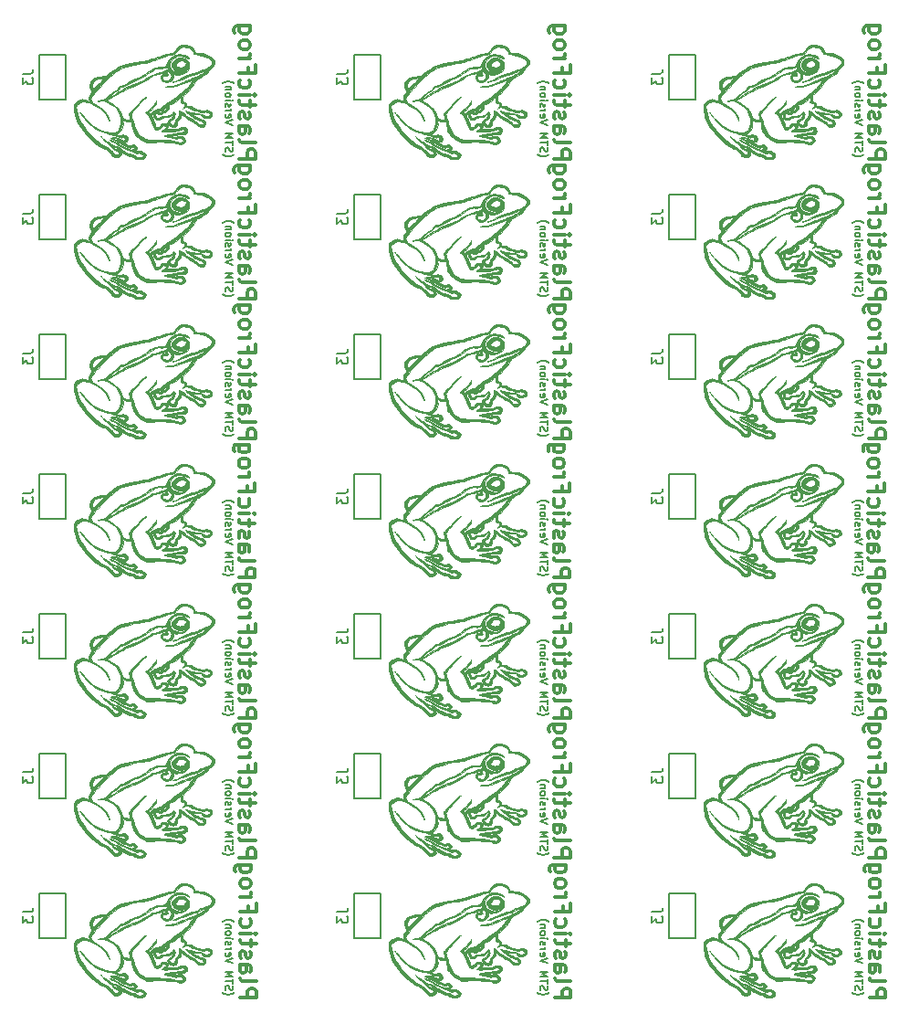
<source format=gbr>
G04 #@! TF.GenerationSoftware,KiCad,Pcbnew,5.1.2*
G04 #@! TF.CreationDate,2019-05-21T19:32:40-05:00*
G04 #@! TF.ProjectId,PlasticFrog,506c6173-7469-4634-9672-6f672e6b6963,rev?*
G04 #@! TF.SameCoordinates,Original*
G04 #@! TF.FileFunction,Legend,Bot*
G04 #@! TF.FilePolarity,Positive*
%FSLAX46Y46*%
G04 Gerber Fmt 4.6, Leading zero omitted, Abs format (unit mm)*
G04 Created by KiCad (PCBNEW 5.1.2) date 2019-05-21 19:32:40*
%MOMM*%
%LPD*%
G04 APERTURE LIST*
%ADD10C,0.350000*%
%ADD11C,0.150000*%
%ADD12C,0.010000*%
G04 APERTURE END LIST*
D10*
X109621428Y-74413095D02*
X111121428Y-74413095D01*
X111121428Y-73822619D01*
X111050000Y-73675000D01*
X110978571Y-73601190D01*
X110835714Y-73527380D01*
X110621428Y-73527380D01*
X110478571Y-73601190D01*
X110407142Y-73675000D01*
X110335714Y-73822619D01*
X110335714Y-74413095D01*
X109621428Y-72641666D02*
X109692857Y-72789285D01*
X109835714Y-72863095D01*
X111121428Y-72863095D01*
X109621428Y-71386904D02*
X110407142Y-71386904D01*
X110550000Y-71460714D01*
X110621428Y-71608333D01*
X110621428Y-71903571D01*
X110550000Y-72051190D01*
X109692857Y-71386904D02*
X109621428Y-71534523D01*
X109621428Y-71903571D01*
X109692857Y-72051190D01*
X109835714Y-72125000D01*
X109978571Y-72125000D01*
X110121428Y-72051190D01*
X110192857Y-71903571D01*
X110192857Y-71534523D01*
X110264285Y-71386904D01*
X109692857Y-70722619D02*
X109621428Y-70575000D01*
X109621428Y-70279761D01*
X109692857Y-70132142D01*
X109835714Y-70058333D01*
X109907142Y-70058333D01*
X110050000Y-70132142D01*
X110121428Y-70279761D01*
X110121428Y-70501190D01*
X110192857Y-70648809D01*
X110335714Y-70722619D01*
X110407142Y-70722619D01*
X110550000Y-70648809D01*
X110621428Y-70501190D01*
X110621428Y-70279761D01*
X110550000Y-70132142D01*
X110621428Y-69615476D02*
X110621428Y-69025000D01*
X111121428Y-69394047D02*
X109835714Y-69394047D01*
X109692857Y-69320238D01*
X109621428Y-69172619D01*
X109621428Y-69025000D01*
X109621428Y-68508333D02*
X110621428Y-68508333D01*
X111121428Y-68508333D02*
X111050000Y-68582142D01*
X110978571Y-68508333D01*
X111050000Y-68434523D01*
X111121428Y-68508333D01*
X110978571Y-68508333D01*
X109692857Y-67105952D02*
X109621428Y-67253571D01*
X109621428Y-67548809D01*
X109692857Y-67696428D01*
X109764285Y-67770238D01*
X109907142Y-67844047D01*
X110335714Y-67844047D01*
X110478571Y-67770238D01*
X110550000Y-67696428D01*
X110621428Y-67548809D01*
X110621428Y-67253571D01*
X110550000Y-67105952D01*
X110407142Y-65925000D02*
X110407142Y-66441666D01*
X109621428Y-66441666D02*
X111121428Y-66441666D01*
X111121428Y-65703571D01*
X109621428Y-65113095D02*
X110621428Y-65113095D01*
X110335714Y-65113095D02*
X110478571Y-65039285D01*
X110550000Y-64965476D01*
X110621428Y-64817857D01*
X110621428Y-64670238D01*
X109621428Y-63932142D02*
X109692857Y-64079761D01*
X109764285Y-64153571D01*
X109907142Y-64227380D01*
X110335714Y-64227380D01*
X110478571Y-64153571D01*
X110550000Y-64079761D01*
X110621428Y-63932142D01*
X110621428Y-63710714D01*
X110550000Y-63563095D01*
X110478571Y-63489285D01*
X110335714Y-63415476D01*
X109907142Y-63415476D01*
X109764285Y-63489285D01*
X109692857Y-63563095D01*
X109621428Y-63710714D01*
X109621428Y-63932142D01*
X110621428Y-62086904D02*
X109407142Y-62086904D01*
X109264285Y-62160714D01*
X109192857Y-62234523D01*
X109121428Y-62382142D01*
X109121428Y-62603571D01*
X109192857Y-62751190D01*
X109692857Y-62086904D02*
X109621428Y-62234523D01*
X109621428Y-62529761D01*
X109692857Y-62677380D01*
X109764285Y-62751190D01*
X109907142Y-62825000D01*
X110335714Y-62825000D01*
X110478571Y-62751190D01*
X110550000Y-62677380D01*
X110621428Y-62529761D01*
X110621428Y-62234523D01*
X110550000Y-62086904D01*
X138821428Y-74413095D02*
X140321428Y-74413095D01*
X140321428Y-73822619D01*
X140250000Y-73675000D01*
X140178571Y-73601190D01*
X140035714Y-73527380D01*
X139821428Y-73527380D01*
X139678571Y-73601190D01*
X139607142Y-73675000D01*
X139535714Y-73822619D01*
X139535714Y-74413095D01*
X138821428Y-72641666D02*
X138892857Y-72789285D01*
X139035714Y-72863095D01*
X140321428Y-72863095D01*
X138821428Y-71386904D02*
X139607142Y-71386904D01*
X139750000Y-71460714D01*
X139821428Y-71608333D01*
X139821428Y-71903571D01*
X139750000Y-72051190D01*
X138892857Y-71386904D02*
X138821428Y-71534523D01*
X138821428Y-71903571D01*
X138892857Y-72051190D01*
X139035714Y-72125000D01*
X139178571Y-72125000D01*
X139321428Y-72051190D01*
X139392857Y-71903571D01*
X139392857Y-71534523D01*
X139464285Y-71386904D01*
X138892857Y-70722619D02*
X138821428Y-70575000D01*
X138821428Y-70279761D01*
X138892857Y-70132142D01*
X139035714Y-70058333D01*
X139107142Y-70058333D01*
X139250000Y-70132142D01*
X139321428Y-70279761D01*
X139321428Y-70501190D01*
X139392857Y-70648809D01*
X139535714Y-70722619D01*
X139607142Y-70722619D01*
X139750000Y-70648809D01*
X139821428Y-70501190D01*
X139821428Y-70279761D01*
X139750000Y-70132142D01*
X139821428Y-69615476D02*
X139821428Y-69025000D01*
X140321428Y-69394047D02*
X139035714Y-69394047D01*
X138892857Y-69320238D01*
X138821428Y-69172619D01*
X138821428Y-69025000D01*
X138821428Y-68508333D02*
X139821428Y-68508333D01*
X140321428Y-68508333D02*
X140250000Y-68582142D01*
X140178571Y-68508333D01*
X140250000Y-68434523D01*
X140321428Y-68508333D01*
X140178571Y-68508333D01*
X138892857Y-67105952D02*
X138821428Y-67253571D01*
X138821428Y-67548809D01*
X138892857Y-67696428D01*
X138964285Y-67770238D01*
X139107142Y-67844047D01*
X139535714Y-67844047D01*
X139678571Y-67770238D01*
X139750000Y-67696428D01*
X139821428Y-67548809D01*
X139821428Y-67253571D01*
X139750000Y-67105952D01*
X139607142Y-65925000D02*
X139607142Y-66441666D01*
X138821428Y-66441666D02*
X140321428Y-66441666D01*
X140321428Y-65703571D01*
X138821428Y-65113095D02*
X139821428Y-65113095D01*
X139535714Y-65113095D02*
X139678571Y-65039285D01*
X139750000Y-64965476D01*
X139821428Y-64817857D01*
X139821428Y-64670238D01*
X138821428Y-63932142D02*
X138892857Y-64079761D01*
X138964285Y-64153571D01*
X139107142Y-64227380D01*
X139535714Y-64227380D01*
X139678571Y-64153571D01*
X139750000Y-64079761D01*
X139821428Y-63932142D01*
X139821428Y-63710714D01*
X139750000Y-63563095D01*
X139678571Y-63489285D01*
X139535714Y-63415476D01*
X139107142Y-63415476D01*
X138964285Y-63489285D01*
X138892857Y-63563095D01*
X138821428Y-63710714D01*
X138821428Y-63932142D01*
X139821428Y-62086904D02*
X138607142Y-62086904D01*
X138464285Y-62160714D01*
X138392857Y-62234523D01*
X138321428Y-62382142D01*
X138321428Y-62603571D01*
X138392857Y-62751190D01*
X138892857Y-62086904D02*
X138821428Y-62234523D01*
X138821428Y-62529761D01*
X138892857Y-62677380D01*
X138964285Y-62751190D01*
X139107142Y-62825000D01*
X139535714Y-62825000D01*
X139678571Y-62751190D01*
X139750000Y-62677380D01*
X139821428Y-62529761D01*
X139821428Y-62234523D01*
X139750000Y-62086904D01*
D11*
X108066666Y-73966666D02*
X108100000Y-74000000D01*
X108200000Y-74066666D01*
X108266666Y-74100000D01*
X108366666Y-74133333D01*
X108533333Y-74166666D01*
X108666666Y-74166666D01*
X108833333Y-74133333D01*
X108933333Y-74100000D01*
X109000000Y-74066666D01*
X109100000Y-74000000D01*
X109133333Y-73966666D01*
X108366666Y-73733333D02*
X108333333Y-73633333D01*
X108333333Y-73466666D01*
X108366666Y-73400000D01*
X108400000Y-73366666D01*
X108466666Y-73333333D01*
X108533333Y-73333333D01*
X108600000Y-73366666D01*
X108633333Y-73400000D01*
X108666666Y-73466666D01*
X108700000Y-73600000D01*
X108733333Y-73666666D01*
X108766666Y-73700000D01*
X108833333Y-73733333D01*
X108900000Y-73733333D01*
X108966666Y-73700000D01*
X109000000Y-73666666D01*
X109033333Y-73600000D01*
X109033333Y-73433333D01*
X109000000Y-73333333D01*
X109033333Y-73133333D02*
X109033333Y-72733333D01*
X108333333Y-72933333D02*
X109033333Y-72933333D01*
X108333333Y-72500000D02*
X109033333Y-72500000D01*
X108533333Y-72266666D01*
X109033333Y-72033333D01*
X108333333Y-72033333D01*
X109033333Y-71266666D02*
X108333333Y-71033333D01*
X109033333Y-70800000D01*
X108366666Y-70300000D02*
X108333333Y-70366666D01*
X108333333Y-70500000D01*
X108366666Y-70566666D01*
X108433333Y-70600000D01*
X108700000Y-70600000D01*
X108766666Y-70566666D01*
X108800000Y-70500000D01*
X108800000Y-70366666D01*
X108766666Y-70300000D01*
X108700000Y-70266666D01*
X108633333Y-70266666D01*
X108566666Y-70600000D01*
X108333333Y-69966666D02*
X108800000Y-69966666D01*
X108666666Y-69966666D02*
X108733333Y-69933333D01*
X108766666Y-69900000D01*
X108800000Y-69833333D01*
X108800000Y-69766666D01*
X108366666Y-69566666D02*
X108333333Y-69500000D01*
X108333333Y-69366666D01*
X108366666Y-69300000D01*
X108433333Y-69266666D01*
X108466666Y-69266666D01*
X108533333Y-69300000D01*
X108566666Y-69366666D01*
X108566666Y-69466666D01*
X108600000Y-69533333D01*
X108666666Y-69566666D01*
X108700000Y-69566666D01*
X108766666Y-69533333D01*
X108800000Y-69466666D01*
X108800000Y-69366666D01*
X108766666Y-69300000D01*
X108333333Y-68966666D02*
X108800000Y-68966666D01*
X109033333Y-68966666D02*
X109000000Y-69000000D01*
X108966666Y-68966666D01*
X109000000Y-68933333D01*
X109033333Y-68966666D01*
X108966666Y-68966666D01*
X108333333Y-68533333D02*
X108366666Y-68600000D01*
X108400000Y-68633333D01*
X108466666Y-68666666D01*
X108666666Y-68666666D01*
X108733333Y-68633333D01*
X108766666Y-68600000D01*
X108800000Y-68533333D01*
X108800000Y-68433333D01*
X108766666Y-68366666D01*
X108733333Y-68333333D01*
X108666666Y-68300000D01*
X108466666Y-68300000D01*
X108400000Y-68333333D01*
X108366666Y-68366666D01*
X108333333Y-68433333D01*
X108333333Y-68533333D01*
X108800000Y-68000000D02*
X108333333Y-68000000D01*
X108733333Y-68000000D02*
X108766666Y-67966666D01*
X108800000Y-67900000D01*
X108800000Y-67800000D01*
X108766666Y-67733333D01*
X108700000Y-67700000D01*
X108333333Y-67700000D01*
X108066666Y-67433333D02*
X108100000Y-67400000D01*
X108200000Y-67333333D01*
X108266666Y-67300000D01*
X108366666Y-67266666D01*
X108533333Y-67233333D01*
X108666666Y-67233333D01*
X108833333Y-67266666D01*
X108933333Y-67300000D01*
X109000000Y-67333333D01*
X109100000Y-67400000D01*
X109133333Y-67433333D01*
X137266666Y-73966666D02*
X137300000Y-74000000D01*
X137400000Y-74066666D01*
X137466666Y-74100000D01*
X137566666Y-74133333D01*
X137733333Y-74166666D01*
X137866666Y-74166666D01*
X138033333Y-74133333D01*
X138133333Y-74100000D01*
X138200000Y-74066666D01*
X138300000Y-74000000D01*
X138333333Y-73966666D01*
X137566666Y-73733333D02*
X137533333Y-73633333D01*
X137533333Y-73466666D01*
X137566666Y-73400000D01*
X137600000Y-73366666D01*
X137666666Y-73333333D01*
X137733333Y-73333333D01*
X137800000Y-73366666D01*
X137833333Y-73400000D01*
X137866666Y-73466666D01*
X137900000Y-73600000D01*
X137933333Y-73666666D01*
X137966666Y-73700000D01*
X138033333Y-73733333D01*
X138100000Y-73733333D01*
X138166666Y-73700000D01*
X138200000Y-73666666D01*
X138233333Y-73600000D01*
X138233333Y-73433333D01*
X138200000Y-73333333D01*
X138233333Y-73133333D02*
X138233333Y-72733333D01*
X137533333Y-72933333D02*
X138233333Y-72933333D01*
X137533333Y-72500000D02*
X138233333Y-72500000D01*
X137733333Y-72266666D01*
X138233333Y-72033333D01*
X137533333Y-72033333D01*
X138233333Y-71266666D02*
X137533333Y-71033333D01*
X138233333Y-70800000D01*
X137566666Y-70300000D02*
X137533333Y-70366666D01*
X137533333Y-70500000D01*
X137566666Y-70566666D01*
X137633333Y-70600000D01*
X137900000Y-70600000D01*
X137966666Y-70566666D01*
X138000000Y-70500000D01*
X138000000Y-70366666D01*
X137966666Y-70300000D01*
X137900000Y-70266666D01*
X137833333Y-70266666D01*
X137766666Y-70600000D01*
X137533333Y-69966666D02*
X138000000Y-69966666D01*
X137866666Y-69966666D02*
X137933333Y-69933333D01*
X137966666Y-69900000D01*
X138000000Y-69833333D01*
X138000000Y-69766666D01*
X137566666Y-69566666D02*
X137533333Y-69500000D01*
X137533333Y-69366666D01*
X137566666Y-69300000D01*
X137633333Y-69266666D01*
X137666666Y-69266666D01*
X137733333Y-69300000D01*
X137766666Y-69366666D01*
X137766666Y-69466666D01*
X137800000Y-69533333D01*
X137866666Y-69566666D01*
X137900000Y-69566666D01*
X137966666Y-69533333D01*
X138000000Y-69466666D01*
X138000000Y-69366666D01*
X137966666Y-69300000D01*
X137533333Y-68966666D02*
X138000000Y-68966666D01*
X138233333Y-68966666D02*
X138200000Y-69000000D01*
X138166666Y-68966666D01*
X138200000Y-68933333D01*
X138233333Y-68966666D01*
X138166666Y-68966666D01*
X137533333Y-68533333D02*
X137566666Y-68600000D01*
X137600000Y-68633333D01*
X137666666Y-68666666D01*
X137866666Y-68666666D01*
X137933333Y-68633333D01*
X137966666Y-68600000D01*
X138000000Y-68533333D01*
X138000000Y-68433333D01*
X137966666Y-68366666D01*
X137933333Y-68333333D01*
X137866666Y-68300000D01*
X137666666Y-68300000D01*
X137600000Y-68333333D01*
X137566666Y-68366666D01*
X137533333Y-68433333D01*
X137533333Y-68533333D01*
X138000000Y-68000000D02*
X137533333Y-68000000D01*
X137933333Y-68000000D02*
X137966666Y-67966666D01*
X138000000Y-67900000D01*
X138000000Y-67800000D01*
X137966666Y-67733333D01*
X137900000Y-67700000D01*
X137533333Y-67700000D01*
X137266666Y-67433333D02*
X137300000Y-67400000D01*
X137400000Y-67333333D01*
X137466666Y-67300000D01*
X137566666Y-67266666D01*
X137733333Y-67233333D01*
X137866666Y-67233333D01*
X138033333Y-67266666D01*
X138133333Y-67300000D01*
X138200000Y-67333333D01*
X138300000Y-67400000D01*
X138333333Y-67433333D01*
X166466666Y-73966666D02*
X166500000Y-74000000D01*
X166600000Y-74066666D01*
X166666666Y-74100000D01*
X166766666Y-74133333D01*
X166933333Y-74166666D01*
X167066666Y-74166666D01*
X167233333Y-74133333D01*
X167333333Y-74100000D01*
X167400000Y-74066666D01*
X167500000Y-74000000D01*
X167533333Y-73966666D01*
X166766666Y-73733333D02*
X166733333Y-73633333D01*
X166733333Y-73466666D01*
X166766666Y-73400000D01*
X166800000Y-73366666D01*
X166866666Y-73333333D01*
X166933333Y-73333333D01*
X167000000Y-73366666D01*
X167033333Y-73400000D01*
X167066666Y-73466666D01*
X167100000Y-73600000D01*
X167133333Y-73666666D01*
X167166666Y-73700000D01*
X167233333Y-73733333D01*
X167300000Y-73733333D01*
X167366666Y-73700000D01*
X167400000Y-73666666D01*
X167433333Y-73600000D01*
X167433333Y-73433333D01*
X167400000Y-73333333D01*
X167433333Y-73133333D02*
X167433333Y-72733333D01*
X166733333Y-72933333D02*
X167433333Y-72933333D01*
X166733333Y-72500000D02*
X167433333Y-72500000D01*
X166933333Y-72266666D01*
X167433333Y-72033333D01*
X166733333Y-72033333D01*
X167433333Y-71266666D02*
X166733333Y-71033333D01*
X167433333Y-70800000D01*
X166766666Y-70300000D02*
X166733333Y-70366666D01*
X166733333Y-70500000D01*
X166766666Y-70566666D01*
X166833333Y-70600000D01*
X167100000Y-70600000D01*
X167166666Y-70566666D01*
X167200000Y-70500000D01*
X167200000Y-70366666D01*
X167166666Y-70300000D01*
X167100000Y-70266666D01*
X167033333Y-70266666D01*
X166966666Y-70600000D01*
X166733333Y-69966666D02*
X167200000Y-69966666D01*
X167066666Y-69966666D02*
X167133333Y-69933333D01*
X167166666Y-69900000D01*
X167200000Y-69833333D01*
X167200000Y-69766666D01*
X166766666Y-69566666D02*
X166733333Y-69500000D01*
X166733333Y-69366666D01*
X166766666Y-69300000D01*
X166833333Y-69266666D01*
X166866666Y-69266666D01*
X166933333Y-69300000D01*
X166966666Y-69366666D01*
X166966666Y-69466666D01*
X167000000Y-69533333D01*
X167066666Y-69566666D01*
X167100000Y-69566666D01*
X167166666Y-69533333D01*
X167200000Y-69466666D01*
X167200000Y-69366666D01*
X167166666Y-69300000D01*
X166733333Y-68966666D02*
X167200000Y-68966666D01*
X167433333Y-68966666D02*
X167400000Y-69000000D01*
X167366666Y-68966666D01*
X167400000Y-68933333D01*
X167433333Y-68966666D01*
X167366666Y-68966666D01*
X166733333Y-68533333D02*
X166766666Y-68600000D01*
X166800000Y-68633333D01*
X166866666Y-68666666D01*
X167066666Y-68666666D01*
X167133333Y-68633333D01*
X167166666Y-68600000D01*
X167200000Y-68533333D01*
X167200000Y-68433333D01*
X167166666Y-68366666D01*
X167133333Y-68333333D01*
X167066666Y-68300000D01*
X166866666Y-68300000D01*
X166800000Y-68333333D01*
X166766666Y-68366666D01*
X166733333Y-68433333D01*
X166733333Y-68533333D01*
X167200000Y-68000000D02*
X166733333Y-68000000D01*
X167133333Y-68000000D02*
X167166666Y-67966666D01*
X167200000Y-67900000D01*
X167200000Y-67800000D01*
X167166666Y-67733333D01*
X167100000Y-67700000D01*
X166733333Y-67700000D01*
X166466666Y-67433333D02*
X166500000Y-67400000D01*
X166600000Y-67333333D01*
X166666666Y-67300000D01*
X166766666Y-67266666D01*
X166933333Y-67233333D01*
X167066666Y-67233333D01*
X167233333Y-67266666D01*
X167333333Y-67300000D01*
X167400000Y-67333333D01*
X167500000Y-67400000D01*
X167533333Y-67433333D01*
D10*
X168021428Y-74413095D02*
X169521428Y-74413095D01*
X169521428Y-73822619D01*
X169450000Y-73675000D01*
X169378571Y-73601190D01*
X169235714Y-73527380D01*
X169021428Y-73527380D01*
X168878571Y-73601190D01*
X168807142Y-73675000D01*
X168735714Y-73822619D01*
X168735714Y-74413095D01*
X168021428Y-72641666D02*
X168092857Y-72789285D01*
X168235714Y-72863095D01*
X169521428Y-72863095D01*
X168021428Y-71386904D02*
X168807142Y-71386904D01*
X168950000Y-71460714D01*
X169021428Y-71608333D01*
X169021428Y-71903571D01*
X168950000Y-72051190D01*
X168092857Y-71386904D02*
X168021428Y-71534523D01*
X168021428Y-71903571D01*
X168092857Y-72051190D01*
X168235714Y-72125000D01*
X168378571Y-72125000D01*
X168521428Y-72051190D01*
X168592857Y-71903571D01*
X168592857Y-71534523D01*
X168664285Y-71386904D01*
X168092857Y-70722619D02*
X168021428Y-70575000D01*
X168021428Y-70279761D01*
X168092857Y-70132142D01*
X168235714Y-70058333D01*
X168307142Y-70058333D01*
X168450000Y-70132142D01*
X168521428Y-70279761D01*
X168521428Y-70501190D01*
X168592857Y-70648809D01*
X168735714Y-70722619D01*
X168807142Y-70722619D01*
X168950000Y-70648809D01*
X169021428Y-70501190D01*
X169021428Y-70279761D01*
X168950000Y-70132142D01*
X169021428Y-69615476D02*
X169021428Y-69025000D01*
X169521428Y-69394047D02*
X168235714Y-69394047D01*
X168092857Y-69320238D01*
X168021428Y-69172619D01*
X168021428Y-69025000D01*
X168021428Y-68508333D02*
X169021428Y-68508333D01*
X169521428Y-68508333D02*
X169450000Y-68582142D01*
X169378571Y-68508333D01*
X169450000Y-68434523D01*
X169521428Y-68508333D01*
X169378571Y-68508333D01*
X168092857Y-67105952D02*
X168021428Y-67253571D01*
X168021428Y-67548809D01*
X168092857Y-67696428D01*
X168164285Y-67770238D01*
X168307142Y-67844047D01*
X168735714Y-67844047D01*
X168878571Y-67770238D01*
X168950000Y-67696428D01*
X169021428Y-67548809D01*
X169021428Y-67253571D01*
X168950000Y-67105952D01*
X168807142Y-65925000D02*
X168807142Y-66441666D01*
X168021428Y-66441666D02*
X169521428Y-66441666D01*
X169521428Y-65703571D01*
X168021428Y-65113095D02*
X169021428Y-65113095D01*
X168735714Y-65113095D02*
X168878571Y-65039285D01*
X168950000Y-64965476D01*
X169021428Y-64817857D01*
X169021428Y-64670238D01*
X168021428Y-63932142D02*
X168092857Y-64079761D01*
X168164285Y-64153571D01*
X168307142Y-64227380D01*
X168735714Y-64227380D01*
X168878571Y-64153571D01*
X168950000Y-64079761D01*
X169021428Y-63932142D01*
X169021428Y-63710714D01*
X168950000Y-63563095D01*
X168878571Y-63489285D01*
X168735714Y-63415476D01*
X168307142Y-63415476D01*
X168164285Y-63489285D01*
X168092857Y-63563095D01*
X168021428Y-63710714D01*
X168021428Y-63932142D01*
X169021428Y-62086904D02*
X167807142Y-62086904D01*
X167664285Y-62160714D01*
X167592857Y-62234523D01*
X167521428Y-62382142D01*
X167521428Y-62603571D01*
X167592857Y-62751190D01*
X168092857Y-62086904D02*
X168021428Y-62234523D01*
X168021428Y-62529761D01*
X168092857Y-62677380D01*
X168164285Y-62751190D01*
X168307142Y-62825000D01*
X168735714Y-62825000D01*
X168878571Y-62751190D01*
X168950000Y-62677380D01*
X169021428Y-62529761D01*
X169021428Y-62234523D01*
X168950000Y-62086904D01*
X168021428Y-61463095D02*
X169521428Y-61463095D01*
X169521428Y-60872619D01*
X169450000Y-60725000D01*
X169378571Y-60651190D01*
X169235714Y-60577380D01*
X169021428Y-60577380D01*
X168878571Y-60651190D01*
X168807142Y-60725000D01*
X168735714Y-60872619D01*
X168735714Y-61463095D01*
X168021428Y-59691666D02*
X168092857Y-59839285D01*
X168235714Y-59913095D01*
X169521428Y-59913095D01*
X168021428Y-58436904D02*
X168807142Y-58436904D01*
X168950000Y-58510714D01*
X169021428Y-58658333D01*
X169021428Y-58953571D01*
X168950000Y-59101190D01*
X168092857Y-58436904D02*
X168021428Y-58584523D01*
X168021428Y-58953571D01*
X168092857Y-59101190D01*
X168235714Y-59175000D01*
X168378571Y-59175000D01*
X168521428Y-59101190D01*
X168592857Y-58953571D01*
X168592857Y-58584523D01*
X168664285Y-58436904D01*
X168092857Y-57772619D02*
X168021428Y-57625000D01*
X168021428Y-57329761D01*
X168092857Y-57182142D01*
X168235714Y-57108333D01*
X168307142Y-57108333D01*
X168450000Y-57182142D01*
X168521428Y-57329761D01*
X168521428Y-57551190D01*
X168592857Y-57698809D01*
X168735714Y-57772619D01*
X168807142Y-57772619D01*
X168950000Y-57698809D01*
X169021428Y-57551190D01*
X169021428Y-57329761D01*
X168950000Y-57182142D01*
X169021428Y-56665476D02*
X169021428Y-56075000D01*
X169521428Y-56444047D02*
X168235714Y-56444047D01*
X168092857Y-56370238D01*
X168021428Y-56222619D01*
X168021428Y-56075000D01*
X168021428Y-55558333D02*
X169021428Y-55558333D01*
X169521428Y-55558333D02*
X169450000Y-55632142D01*
X169378571Y-55558333D01*
X169450000Y-55484523D01*
X169521428Y-55558333D01*
X169378571Y-55558333D01*
X168092857Y-54155952D02*
X168021428Y-54303571D01*
X168021428Y-54598809D01*
X168092857Y-54746428D01*
X168164285Y-54820238D01*
X168307142Y-54894047D01*
X168735714Y-54894047D01*
X168878571Y-54820238D01*
X168950000Y-54746428D01*
X169021428Y-54598809D01*
X169021428Y-54303571D01*
X168950000Y-54155952D01*
X168807142Y-52975000D02*
X168807142Y-53491666D01*
X168021428Y-53491666D02*
X169521428Y-53491666D01*
X169521428Y-52753571D01*
X168021428Y-52163095D02*
X169021428Y-52163095D01*
X168735714Y-52163095D02*
X168878571Y-52089285D01*
X168950000Y-52015476D01*
X169021428Y-51867857D01*
X169021428Y-51720238D01*
X168021428Y-50982142D02*
X168092857Y-51129761D01*
X168164285Y-51203571D01*
X168307142Y-51277380D01*
X168735714Y-51277380D01*
X168878571Y-51203571D01*
X168950000Y-51129761D01*
X169021428Y-50982142D01*
X169021428Y-50760714D01*
X168950000Y-50613095D01*
X168878571Y-50539285D01*
X168735714Y-50465476D01*
X168307142Y-50465476D01*
X168164285Y-50539285D01*
X168092857Y-50613095D01*
X168021428Y-50760714D01*
X168021428Y-50982142D01*
X169021428Y-49136904D02*
X167807142Y-49136904D01*
X167664285Y-49210714D01*
X167592857Y-49284523D01*
X167521428Y-49432142D01*
X167521428Y-49653571D01*
X167592857Y-49801190D01*
X168092857Y-49136904D02*
X168021428Y-49284523D01*
X168021428Y-49579761D01*
X168092857Y-49727380D01*
X168164285Y-49801190D01*
X168307142Y-49875000D01*
X168735714Y-49875000D01*
X168878571Y-49801190D01*
X168950000Y-49727380D01*
X169021428Y-49579761D01*
X169021428Y-49284523D01*
X168950000Y-49136904D01*
X109621428Y-61463095D02*
X111121428Y-61463095D01*
X111121428Y-60872619D01*
X111050000Y-60725000D01*
X110978571Y-60651190D01*
X110835714Y-60577380D01*
X110621428Y-60577380D01*
X110478571Y-60651190D01*
X110407142Y-60725000D01*
X110335714Y-60872619D01*
X110335714Y-61463095D01*
X109621428Y-59691666D02*
X109692857Y-59839285D01*
X109835714Y-59913095D01*
X111121428Y-59913095D01*
X109621428Y-58436904D02*
X110407142Y-58436904D01*
X110550000Y-58510714D01*
X110621428Y-58658333D01*
X110621428Y-58953571D01*
X110550000Y-59101190D01*
X109692857Y-58436904D02*
X109621428Y-58584523D01*
X109621428Y-58953571D01*
X109692857Y-59101190D01*
X109835714Y-59175000D01*
X109978571Y-59175000D01*
X110121428Y-59101190D01*
X110192857Y-58953571D01*
X110192857Y-58584523D01*
X110264285Y-58436904D01*
X109692857Y-57772619D02*
X109621428Y-57625000D01*
X109621428Y-57329761D01*
X109692857Y-57182142D01*
X109835714Y-57108333D01*
X109907142Y-57108333D01*
X110050000Y-57182142D01*
X110121428Y-57329761D01*
X110121428Y-57551190D01*
X110192857Y-57698809D01*
X110335714Y-57772619D01*
X110407142Y-57772619D01*
X110550000Y-57698809D01*
X110621428Y-57551190D01*
X110621428Y-57329761D01*
X110550000Y-57182142D01*
X110621428Y-56665476D02*
X110621428Y-56075000D01*
X111121428Y-56444047D02*
X109835714Y-56444047D01*
X109692857Y-56370238D01*
X109621428Y-56222619D01*
X109621428Y-56075000D01*
X109621428Y-55558333D02*
X110621428Y-55558333D01*
X111121428Y-55558333D02*
X111050000Y-55632142D01*
X110978571Y-55558333D01*
X111050000Y-55484523D01*
X111121428Y-55558333D01*
X110978571Y-55558333D01*
X109692857Y-54155952D02*
X109621428Y-54303571D01*
X109621428Y-54598809D01*
X109692857Y-54746428D01*
X109764285Y-54820238D01*
X109907142Y-54894047D01*
X110335714Y-54894047D01*
X110478571Y-54820238D01*
X110550000Y-54746428D01*
X110621428Y-54598809D01*
X110621428Y-54303571D01*
X110550000Y-54155952D01*
X110407142Y-52975000D02*
X110407142Y-53491666D01*
X109621428Y-53491666D02*
X111121428Y-53491666D01*
X111121428Y-52753571D01*
X109621428Y-52163095D02*
X110621428Y-52163095D01*
X110335714Y-52163095D02*
X110478571Y-52089285D01*
X110550000Y-52015476D01*
X110621428Y-51867857D01*
X110621428Y-51720238D01*
X109621428Y-50982142D02*
X109692857Y-51129761D01*
X109764285Y-51203571D01*
X109907142Y-51277380D01*
X110335714Y-51277380D01*
X110478571Y-51203571D01*
X110550000Y-51129761D01*
X110621428Y-50982142D01*
X110621428Y-50760714D01*
X110550000Y-50613095D01*
X110478571Y-50539285D01*
X110335714Y-50465476D01*
X109907142Y-50465476D01*
X109764285Y-50539285D01*
X109692857Y-50613095D01*
X109621428Y-50760714D01*
X109621428Y-50982142D01*
X110621428Y-49136904D02*
X109407142Y-49136904D01*
X109264285Y-49210714D01*
X109192857Y-49284523D01*
X109121428Y-49432142D01*
X109121428Y-49653571D01*
X109192857Y-49801190D01*
X109692857Y-49136904D02*
X109621428Y-49284523D01*
X109621428Y-49579761D01*
X109692857Y-49727380D01*
X109764285Y-49801190D01*
X109907142Y-49875000D01*
X110335714Y-49875000D01*
X110478571Y-49801190D01*
X110550000Y-49727380D01*
X110621428Y-49579761D01*
X110621428Y-49284523D01*
X110550000Y-49136904D01*
D11*
X137266666Y-61016666D02*
X137300000Y-61050000D01*
X137400000Y-61116666D01*
X137466666Y-61150000D01*
X137566666Y-61183333D01*
X137733333Y-61216666D01*
X137866666Y-61216666D01*
X138033333Y-61183333D01*
X138133333Y-61150000D01*
X138200000Y-61116666D01*
X138300000Y-61050000D01*
X138333333Y-61016666D01*
X137566666Y-60783333D02*
X137533333Y-60683333D01*
X137533333Y-60516666D01*
X137566666Y-60450000D01*
X137600000Y-60416666D01*
X137666666Y-60383333D01*
X137733333Y-60383333D01*
X137800000Y-60416666D01*
X137833333Y-60450000D01*
X137866666Y-60516666D01*
X137900000Y-60650000D01*
X137933333Y-60716666D01*
X137966666Y-60750000D01*
X138033333Y-60783333D01*
X138100000Y-60783333D01*
X138166666Y-60750000D01*
X138200000Y-60716666D01*
X138233333Y-60650000D01*
X138233333Y-60483333D01*
X138200000Y-60383333D01*
X138233333Y-60183333D02*
X138233333Y-59783333D01*
X137533333Y-59983333D02*
X138233333Y-59983333D01*
X137533333Y-59550000D02*
X138233333Y-59550000D01*
X137733333Y-59316666D01*
X138233333Y-59083333D01*
X137533333Y-59083333D01*
X138233333Y-58316666D02*
X137533333Y-58083333D01*
X138233333Y-57850000D01*
X137566666Y-57350000D02*
X137533333Y-57416666D01*
X137533333Y-57550000D01*
X137566666Y-57616666D01*
X137633333Y-57650000D01*
X137900000Y-57650000D01*
X137966666Y-57616666D01*
X138000000Y-57550000D01*
X138000000Y-57416666D01*
X137966666Y-57350000D01*
X137900000Y-57316666D01*
X137833333Y-57316666D01*
X137766666Y-57650000D01*
X137533333Y-57016666D02*
X138000000Y-57016666D01*
X137866666Y-57016666D02*
X137933333Y-56983333D01*
X137966666Y-56950000D01*
X138000000Y-56883333D01*
X138000000Y-56816666D01*
X137566666Y-56616666D02*
X137533333Y-56550000D01*
X137533333Y-56416666D01*
X137566666Y-56350000D01*
X137633333Y-56316666D01*
X137666666Y-56316666D01*
X137733333Y-56350000D01*
X137766666Y-56416666D01*
X137766666Y-56516666D01*
X137800000Y-56583333D01*
X137866666Y-56616666D01*
X137900000Y-56616666D01*
X137966666Y-56583333D01*
X138000000Y-56516666D01*
X138000000Y-56416666D01*
X137966666Y-56350000D01*
X137533333Y-56016666D02*
X138000000Y-56016666D01*
X138233333Y-56016666D02*
X138200000Y-56050000D01*
X138166666Y-56016666D01*
X138200000Y-55983333D01*
X138233333Y-56016666D01*
X138166666Y-56016666D01*
X137533333Y-55583333D02*
X137566666Y-55650000D01*
X137600000Y-55683333D01*
X137666666Y-55716666D01*
X137866666Y-55716666D01*
X137933333Y-55683333D01*
X137966666Y-55650000D01*
X138000000Y-55583333D01*
X138000000Y-55483333D01*
X137966666Y-55416666D01*
X137933333Y-55383333D01*
X137866666Y-55350000D01*
X137666666Y-55350000D01*
X137600000Y-55383333D01*
X137566666Y-55416666D01*
X137533333Y-55483333D01*
X137533333Y-55583333D01*
X138000000Y-55050000D02*
X137533333Y-55050000D01*
X137933333Y-55050000D02*
X137966666Y-55016666D01*
X138000000Y-54950000D01*
X138000000Y-54850000D01*
X137966666Y-54783333D01*
X137900000Y-54750000D01*
X137533333Y-54750000D01*
X137266666Y-54483333D02*
X137300000Y-54450000D01*
X137400000Y-54383333D01*
X137466666Y-54350000D01*
X137566666Y-54316666D01*
X137733333Y-54283333D01*
X137866666Y-54283333D01*
X138033333Y-54316666D01*
X138133333Y-54350000D01*
X138200000Y-54383333D01*
X138300000Y-54450000D01*
X138333333Y-54483333D01*
X108066666Y-61016666D02*
X108100000Y-61050000D01*
X108200000Y-61116666D01*
X108266666Y-61150000D01*
X108366666Y-61183333D01*
X108533333Y-61216666D01*
X108666666Y-61216666D01*
X108833333Y-61183333D01*
X108933333Y-61150000D01*
X109000000Y-61116666D01*
X109100000Y-61050000D01*
X109133333Y-61016666D01*
X108366666Y-60783333D02*
X108333333Y-60683333D01*
X108333333Y-60516666D01*
X108366666Y-60450000D01*
X108400000Y-60416666D01*
X108466666Y-60383333D01*
X108533333Y-60383333D01*
X108600000Y-60416666D01*
X108633333Y-60450000D01*
X108666666Y-60516666D01*
X108700000Y-60650000D01*
X108733333Y-60716666D01*
X108766666Y-60750000D01*
X108833333Y-60783333D01*
X108900000Y-60783333D01*
X108966666Y-60750000D01*
X109000000Y-60716666D01*
X109033333Y-60650000D01*
X109033333Y-60483333D01*
X109000000Y-60383333D01*
X109033333Y-60183333D02*
X109033333Y-59783333D01*
X108333333Y-59983333D02*
X109033333Y-59983333D01*
X108333333Y-59550000D02*
X109033333Y-59550000D01*
X108533333Y-59316666D01*
X109033333Y-59083333D01*
X108333333Y-59083333D01*
X109033333Y-58316666D02*
X108333333Y-58083333D01*
X109033333Y-57850000D01*
X108366666Y-57350000D02*
X108333333Y-57416666D01*
X108333333Y-57550000D01*
X108366666Y-57616666D01*
X108433333Y-57650000D01*
X108700000Y-57650000D01*
X108766666Y-57616666D01*
X108800000Y-57550000D01*
X108800000Y-57416666D01*
X108766666Y-57350000D01*
X108700000Y-57316666D01*
X108633333Y-57316666D01*
X108566666Y-57650000D01*
X108333333Y-57016666D02*
X108800000Y-57016666D01*
X108666666Y-57016666D02*
X108733333Y-56983333D01*
X108766666Y-56950000D01*
X108800000Y-56883333D01*
X108800000Y-56816666D01*
X108366666Y-56616666D02*
X108333333Y-56550000D01*
X108333333Y-56416666D01*
X108366666Y-56350000D01*
X108433333Y-56316666D01*
X108466666Y-56316666D01*
X108533333Y-56350000D01*
X108566666Y-56416666D01*
X108566666Y-56516666D01*
X108600000Y-56583333D01*
X108666666Y-56616666D01*
X108700000Y-56616666D01*
X108766666Y-56583333D01*
X108800000Y-56516666D01*
X108800000Y-56416666D01*
X108766666Y-56350000D01*
X108333333Y-56016666D02*
X108800000Y-56016666D01*
X109033333Y-56016666D02*
X109000000Y-56050000D01*
X108966666Y-56016666D01*
X109000000Y-55983333D01*
X109033333Y-56016666D01*
X108966666Y-56016666D01*
X108333333Y-55583333D02*
X108366666Y-55650000D01*
X108400000Y-55683333D01*
X108466666Y-55716666D01*
X108666666Y-55716666D01*
X108733333Y-55683333D01*
X108766666Y-55650000D01*
X108800000Y-55583333D01*
X108800000Y-55483333D01*
X108766666Y-55416666D01*
X108733333Y-55383333D01*
X108666666Y-55350000D01*
X108466666Y-55350000D01*
X108400000Y-55383333D01*
X108366666Y-55416666D01*
X108333333Y-55483333D01*
X108333333Y-55583333D01*
X108800000Y-55050000D02*
X108333333Y-55050000D01*
X108733333Y-55050000D02*
X108766666Y-55016666D01*
X108800000Y-54950000D01*
X108800000Y-54850000D01*
X108766666Y-54783333D01*
X108700000Y-54750000D01*
X108333333Y-54750000D01*
X108066666Y-54483333D02*
X108100000Y-54450000D01*
X108200000Y-54383333D01*
X108266666Y-54350000D01*
X108366666Y-54316666D01*
X108533333Y-54283333D01*
X108666666Y-54283333D01*
X108833333Y-54316666D01*
X108933333Y-54350000D01*
X109000000Y-54383333D01*
X109100000Y-54450000D01*
X109133333Y-54483333D01*
D10*
X138821428Y-61463095D02*
X140321428Y-61463095D01*
X140321428Y-60872619D01*
X140250000Y-60725000D01*
X140178571Y-60651190D01*
X140035714Y-60577380D01*
X139821428Y-60577380D01*
X139678571Y-60651190D01*
X139607142Y-60725000D01*
X139535714Y-60872619D01*
X139535714Y-61463095D01*
X138821428Y-59691666D02*
X138892857Y-59839285D01*
X139035714Y-59913095D01*
X140321428Y-59913095D01*
X138821428Y-58436904D02*
X139607142Y-58436904D01*
X139750000Y-58510714D01*
X139821428Y-58658333D01*
X139821428Y-58953571D01*
X139750000Y-59101190D01*
X138892857Y-58436904D02*
X138821428Y-58584523D01*
X138821428Y-58953571D01*
X138892857Y-59101190D01*
X139035714Y-59175000D01*
X139178571Y-59175000D01*
X139321428Y-59101190D01*
X139392857Y-58953571D01*
X139392857Y-58584523D01*
X139464285Y-58436904D01*
X138892857Y-57772619D02*
X138821428Y-57625000D01*
X138821428Y-57329761D01*
X138892857Y-57182142D01*
X139035714Y-57108333D01*
X139107142Y-57108333D01*
X139250000Y-57182142D01*
X139321428Y-57329761D01*
X139321428Y-57551190D01*
X139392857Y-57698809D01*
X139535714Y-57772619D01*
X139607142Y-57772619D01*
X139750000Y-57698809D01*
X139821428Y-57551190D01*
X139821428Y-57329761D01*
X139750000Y-57182142D01*
X139821428Y-56665476D02*
X139821428Y-56075000D01*
X140321428Y-56444047D02*
X139035714Y-56444047D01*
X138892857Y-56370238D01*
X138821428Y-56222619D01*
X138821428Y-56075000D01*
X138821428Y-55558333D02*
X139821428Y-55558333D01*
X140321428Y-55558333D02*
X140250000Y-55632142D01*
X140178571Y-55558333D01*
X140250000Y-55484523D01*
X140321428Y-55558333D01*
X140178571Y-55558333D01*
X138892857Y-54155952D02*
X138821428Y-54303571D01*
X138821428Y-54598809D01*
X138892857Y-54746428D01*
X138964285Y-54820238D01*
X139107142Y-54894047D01*
X139535714Y-54894047D01*
X139678571Y-54820238D01*
X139750000Y-54746428D01*
X139821428Y-54598809D01*
X139821428Y-54303571D01*
X139750000Y-54155952D01*
X139607142Y-52975000D02*
X139607142Y-53491666D01*
X138821428Y-53491666D02*
X140321428Y-53491666D01*
X140321428Y-52753571D01*
X138821428Y-52163095D02*
X139821428Y-52163095D01*
X139535714Y-52163095D02*
X139678571Y-52089285D01*
X139750000Y-52015476D01*
X139821428Y-51867857D01*
X139821428Y-51720238D01*
X138821428Y-50982142D02*
X138892857Y-51129761D01*
X138964285Y-51203571D01*
X139107142Y-51277380D01*
X139535714Y-51277380D01*
X139678571Y-51203571D01*
X139750000Y-51129761D01*
X139821428Y-50982142D01*
X139821428Y-50760714D01*
X139750000Y-50613095D01*
X139678571Y-50539285D01*
X139535714Y-50465476D01*
X139107142Y-50465476D01*
X138964285Y-50539285D01*
X138892857Y-50613095D01*
X138821428Y-50760714D01*
X138821428Y-50982142D01*
X139821428Y-49136904D02*
X138607142Y-49136904D01*
X138464285Y-49210714D01*
X138392857Y-49284523D01*
X138321428Y-49432142D01*
X138321428Y-49653571D01*
X138392857Y-49801190D01*
X138892857Y-49136904D02*
X138821428Y-49284523D01*
X138821428Y-49579761D01*
X138892857Y-49727380D01*
X138964285Y-49801190D01*
X139107142Y-49875000D01*
X139535714Y-49875000D01*
X139678571Y-49801190D01*
X139750000Y-49727380D01*
X139821428Y-49579761D01*
X139821428Y-49284523D01*
X139750000Y-49136904D01*
D11*
X166466666Y-61016666D02*
X166500000Y-61050000D01*
X166600000Y-61116666D01*
X166666666Y-61150000D01*
X166766666Y-61183333D01*
X166933333Y-61216666D01*
X167066666Y-61216666D01*
X167233333Y-61183333D01*
X167333333Y-61150000D01*
X167400000Y-61116666D01*
X167500000Y-61050000D01*
X167533333Y-61016666D01*
X166766666Y-60783333D02*
X166733333Y-60683333D01*
X166733333Y-60516666D01*
X166766666Y-60450000D01*
X166800000Y-60416666D01*
X166866666Y-60383333D01*
X166933333Y-60383333D01*
X167000000Y-60416666D01*
X167033333Y-60450000D01*
X167066666Y-60516666D01*
X167100000Y-60650000D01*
X167133333Y-60716666D01*
X167166666Y-60750000D01*
X167233333Y-60783333D01*
X167300000Y-60783333D01*
X167366666Y-60750000D01*
X167400000Y-60716666D01*
X167433333Y-60650000D01*
X167433333Y-60483333D01*
X167400000Y-60383333D01*
X167433333Y-60183333D02*
X167433333Y-59783333D01*
X166733333Y-59983333D02*
X167433333Y-59983333D01*
X166733333Y-59550000D02*
X167433333Y-59550000D01*
X166933333Y-59316666D01*
X167433333Y-59083333D01*
X166733333Y-59083333D01*
X167433333Y-58316666D02*
X166733333Y-58083333D01*
X167433333Y-57850000D01*
X166766666Y-57350000D02*
X166733333Y-57416666D01*
X166733333Y-57550000D01*
X166766666Y-57616666D01*
X166833333Y-57650000D01*
X167100000Y-57650000D01*
X167166666Y-57616666D01*
X167200000Y-57550000D01*
X167200000Y-57416666D01*
X167166666Y-57350000D01*
X167100000Y-57316666D01*
X167033333Y-57316666D01*
X166966666Y-57650000D01*
X166733333Y-57016666D02*
X167200000Y-57016666D01*
X167066666Y-57016666D02*
X167133333Y-56983333D01*
X167166666Y-56950000D01*
X167200000Y-56883333D01*
X167200000Y-56816666D01*
X166766666Y-56616666D02*
X166733333Y-56550000D01*
X166733333Y-56416666D01*
X166766666Y-56350000D01*
X166833333Y-56316666D01*
X166866666Y-56316666D01*
X166933333Y-56350000D01*
X166966666Y-56416666D01*
X166966666Y-56516666D01*
X167000000Y-56583333D01*
X167066666Y-56616666D01*
X167100000Y-56616666D01*
X167166666Y-56583333D01*
X167200000Y-56516666D01*
X167200000Y-56416666D01*
X167166666Y-56350000D01*
X166733333Y-56016666D02*
X167200000Y-56016666D01*
X167433333Y-56016666D02*
X167400000Y-56050000D01*
X167366666Y-56016666D01*
X167400000Y-55983333D01*
X167433333Y-56016666D01*
X167366666Y-56016666D01*
X166733333Y-55583333D02*
X166766666Y-55650000D01*
X166800000Y-55683333D01*
X166866666Y-55716666D01*
X167066666Y-55716666D01*
X167133333Y-55683333D01*
X167166666Y-55650000D01*
X167200000Y-55583333D01*
X167200000Y-55483333D01*
X167166666Y-55416666D01*
X167133333Y-55383333D01*
X167066666Y-55350000D01*
X166866666Y-55350000D01*
X166800000Y-55383333D01*
X166766666Y-55416666D01*
X166733333Y-55483333D01*
X166733333Y-55583333D01*
X167200000Y-55050000D02*
X166733333Y-55050000D01*
X167133333Y-55050000D02*
X167166666Y-55016666D01*
X167200000Y-54950000D01*
X167200000Y-54850000D01*
X167166666Y-54783333D01*
X167100000Y-54750000D01*
X166733333Y-54750000D01*
X166466666Y-54483333D02*
X166500000Y-54450000D01*
X166600000Y-54383333D01*
X166666666Y-54350000D01*
X166766666Y-54316666D01*
X166933333Y-54283333D01*
X167066666Y-54283333D01*
X167233333Y-54316666D01*
X167333333Y-54350000D01*
X167400000Y-54383333D01*
X167500000Y-54450000D01*
X167533333Y-54483333D01*
D10*
X138871428Y-139213095D02*
X140371428Y-139213095D01*
X140371428Y-138622619D01*
X140300000Y-138475000D01*
X140228571Y-138401190D01*
X140085714Y-138327380D01*
X139871428Y-138327380D01*
X139728571Y-138401190D01*
X139657142Y-138475000D01*
X139585714Y-138622619D01*
X139585714Y-139213095D01*
X138871428Y-137441666D02*
X138942857Y-137589285D01*
X139085714Y-137663095D01*
X140371428Y-137663095D01*
X138871428Y-136186904D02*
X139657142Y-136186904D01*
X139800000Y-136260714D01*
X139871428Y-136408333D01*
X139871428Y-136703571D01*
X139800000Y-136851190D01*
X138942857Y-136186904D02*
X138871428Y-136334523D01*
X138871428Y-136703571D01*
X138942857Y-136851190D01*
X139085714Y-136925000D01*
X139228571Y-136925000D01*
X139371428Y-136851190D01*
X139442857Y-136703571D01*
X139442857Y-136334523D01*
X139514285Y-136186904D01*
X138942857Y-135522619D02*
X138871428Y-135375000D01*
X138871428Y-135079761D01*
X138942857Y-134932142D01*
X139085714Y-134858333D01*
X139157142Y-134858333D01*
X139300000Y-134932142D01*
X139371428Y-135079761D01*
X139371428Y-135301190D01*
X139442857Y-135448809D01*
X139585714Y-135522619D01*
X139657142Y-135522619D01*
X139800000Y-135448809D01*
X139871428Y-135301190D01*
X139871428Y-135079761D01*
X139800000Y-134932142D01*
X139871428Y-134415476D02*
X139871428Y-133825000D01*
X140371428Y-134194047D02*
X139085714Y-134194047D01*
X138942857Y-134120238D01*
X138871428Y-133972619D01*
X138871428Y-133825000D01*
X138871428Y-133308333D02*
X139871428Y-133308333D01*
X140371428Y-133308333D02*
X140300000Y-133382142D01*
X140228571Y-133308333D01*
X140300000Y-133234523D01*
X140371428Y-133308333D01*
X140228571Y-133308333D01*
X138942857Y-131905952D02*
X138871428Y-132053571D01*
X138871428Y-132348809D01*
X138942857Y-132496428D01*
X139014285Y-132570238D01*
X139157142Y-132644047D01*
X139585714Y-132644047D01*
X139728571Y-132570238D01*
X139800000Y-132496428D01*
X139871428Y-132348809D01*
X139871428Y-132053571D01*
X139800000Y-131905952D01*
X139657142Y-130725000D02*
X139657142Y-131241666D01*
X138871428Y-131241666D02*
X140371428Y-131241666D01*
X140371428Y-130503571D01*
X138871428Y-129913095D02*
X139871428Y-129913095D01*
X139585714Y-129913095D02*
X139728571Y-129839285D01*
X139800000Y-129765476D01*
X139871428Y-129617857D01*
X139871428Y-129470238D01*
X138871428Y-128732142D02*
X138942857Y-128879761D01*
X139014285Y-128953571D01*
X139157142Y-129027380D01*
X139585714Y-129027380D01*
X139728571Y-128953571D01*
X139800000Y-128879761D01*
X139871428Y-128732142D01*
X139871428Y-128510714D01*
X139800000Y-128363095D01*
X139728571Y-128289285D01*
X139585714Y-128215476D01*
X139157142Y-128215476D01*
X139014285Y-128289285D01*
X138942857Y-128363095D01*
X138871428Y-128510714D01*
X138871428Y-128732142D01*
X139871428Y-126886904D02*
X138657142Y-126886904D01*
X138514285Y-126960714D01*
X138442857Y-127034523D01*
X138371428Y-127182142D01*
X138371428Y-127403571D01*
X138442857Y-127551190D01*
X138942857Y-126886904D02*
X138871428Y-127034523D01*
X138871428Y-127329761D01*
X138942857Y-127477380D01*
X139014285Y-127551190D01*
X139157142Y-127625000D01*
X139585714Y-127625000D01*
X139728571Y-127551190D01*
X139800000Y-127477380D01*
X139871428Y-127329761D01*
X139871428Y-127034523D01*
X139800000Y-126886904D01*
D11*
X108066666Y-138716666D02*
X108100000Y-138750000D01*
X108200000Y-138816666D01*
X108266666Y-138850000D01*
X108366666Y-138883333D01*
X108533333Y-138916666D01*
X108666666Y-138916666D01*
X108833333Y-138883333D01*
X108933333Y-138850000D01*
X109000000Y-138816666D01*
X109100000Y-138750000D01*
X109133333Y-138716666D01*
X108366666Y-138483333D02*
X108333333Y-138383333D01*
X108333333Y-138216666D01*
X108366666Y-138150000D01*
X108400000Y-138116666D01*
X108466666Y-138083333D01*
X108533333Y-138083333D01*
X108600000Y-138116666D01*
X108633333Y-138150000D01*
X108666666Y-138216666D01*
X108700000Y-138350000D01*
X108733333Y-138416666D01*
X108766666Y-138450000D01*
X108833333Y-138483333D01*
X108900000Y-138483333D01*
X108966666Y-138450000D01*
X109000000Y-138416666D01*
X109033333Y-138350000D01*
X109033333Y-138183333D01*
X109000000Y-138083333D01*
X109033333Y-137883333D02*
X109033333Y-137483333D01*
X108333333Y-137683333D02*
X109033333Y-137683333D01*
X108333333Y-137250000D02*
X109033333Y-137250000D01*
X108533333Y-137016666D01*
X109033333Y-136783333D01*
X108333333Y-136783333D01*
X109033333Y-136016666D02*
X108333333Y-135783333D01*
X109033333Y-135550000D01*
X108366666Y-135050000D02*
X108333333Y-135116666D01*
X108333333Y-135250000D01*
X108366666Y-135316666D01*
X108433333Y-135350000D01*
X108700000Y-135350000D01*
X108766666Y-135316666D01*
X108800000Y-135250000D01*
X108800000Y-135116666D01*
X108766666Y-135050000D01*
X108700000Y-135016666D01*
X108633333Y-135016666D01*
X108566666Y-135350000D01*
X108333333Y-134716666D02*
X108800000Y-134716666D01*
X108666666Y-134716666D02*
X108733333Y-134683333D01*
X108766666Y-134650000D01*
X108800000Y-134583333D01*
X108800000Y-134516666D01*
X108366666Y-134316666D02*
X108333333Y-134250000D01*
X108333333Y-134116666D01*
X108366666Y-134050000D01*
X108433333Y-134016666D01*
X108466666Y-134016666D01*
X108533333Y-134050000D01*
X108566666Y-134116666D01*
X108566666Y-134216666D01*
X108600000Y-134283333D01*
X108666666Y-134316666D01*
X108700000Y-134316666D01*
X108766666Y-134283333D01*
X108800000Y-134216666D01*
X108800000Y-134116666D01*
X108766666Y-134050000D01*
X108333333Y-133716666D02*
X108800000Y-133716666D01*
X109033333Y-133716666D02*
X109000000Y-133750000D01*
X108966666Y-133716666D01*
X109000000Y-133683333D01*
X109033333Y-133716666D01*
X108966666Y-133716666D01*
X108333333Y-133283333D02*
X108366666Y-133350000D01*
X108400000Y-133383333D01*
X108466666Y-133416666D01*
X108666666Y-133416666D01*
X108733333Y-133383333D01*
X108766666Y-133350000D01*
X108800000Y-133283333D01*
X108800000Y-133183333D01*
X108766666Y-133116666D01*
X108733333Y-133083333D01*
X108666666Y-133050000D01*
X108466666Y-133050000D01*
X108400000Y-133083333D01*
X108366666Y-133116666D01*
X108333333Y-133183333D01*
X108333333Y-133283333D01*
X108800000Y-132750000D02*
X108333333Y-132750000D01*
X108733333Y-132750000D02*
X108766666Y-132716666D01*
X108800000Y-132650000D01*
X108800000Y-132550000D01*
X108766666Y-132483333D01*
X108700000Y-132450000D01*
X108333333Y-132450000D01*
X108066666Y-132183333D02*
X108100000Y-132150000D01*
X108200000Y-132083333D01*
X108266666Y-132050000D01*
X108366666Y-132016666D01*
X108533333Y-131983333D01*
X108666666Y-131983333D01*
X108833333Y-132016666D01*
X108933333Y-132050000D01*
X109000000Y-132083333D01*
X109100000Y-132150000D01*
X109133333Y-132183333D01*
X108066666Y-125766666D02*
X108100000Y-125800000D01*
X108200000Y-125866666D01*
X108266666Y-125900000D01*
X108366666Y-125933333D01*
X108533333Y-125966666D01*
X108666666Y-125966666D01*
X108833333Y-125933333D01*
X108933333Y-125900000D01*
X109000000Y-125866666D01*
X109100000Y-125800000D01*
X109133333Y-125766666D01*
X108366666Y-125533333D02*
X108333333Y-125433333D01*
X108333333Y-125266666D01*
X108366666Y-125200000D01*
X108400000Y-125166666D01*
X108466666Y-125133333D01*
X108533333Y-125133333D01*
X108600000Y-125166666D01*
X108633333Y-125200000D01*
X108666666Y-125266666D01*
X108700000Y-125400000D01*
X108733333Y-125466666D01*
X108766666Y-125500000D01*
X108833333Y-125533333D01*
X108900000Y-125533333D01*
X108966666Y-125500000D01*
X109000000Y-125466666D01*
X109033333Y-125400000D01*
X109033333Y-125233333D01*
X109000000Y-125133333D01*
X109033333Y-124933333D02*
X109033333Y-124533333D01*
X108333333Y-124733333D02*
X109033333Y-124733333D01*
X108333333Y-124300000D02*
X109033333Y-124300000D01*
X108533333Y-124066666D01*
X109033333Y-123833333D01*
X108333333Y-123833333D01*
X109033333Y-123066666D02*
X108333333Y-122833333D01*
X109033333Y-122600000D01*
X108366666Y-122100000D02*
X108333333Y-122166666D01*
X108333333Y-122300000D01*
X108366666Y-122366666D01*
X108433333Y-122400000D01*
X108700000Y-122400000D01*
X108766666Y-122366666D01*
X108800000Y-122300000D01*
X108800000Y-122166666D01*
X108766666Y-122100000D01*
X108700000Y-122066666D01*
X108633333Y-122066666D01*
X108566666Y-122400000D01*
X108333333Y-121766666D02*
X108800000Y-121766666D01*
X108666666Y-121766666D02*
X108733333Y-121733333D01*
X108766666Y-121700000D01*
X108800000Y-121633333D01*
X108800000Y-121566666D01*
X108366666Y-121366666D02*
X108333333Y-121300000D01*
X108333333Y-121166666D01*
X108366666Y-121100000D01*
X108433333Y-121066666D01*
X108466666Y-121066666D01*
X108533333Y-121100000D01*
X108566666Y-121166666D01*
X108566666Y-121266666D01*
X108600000Y-121333333D01*
X108666666Y-121366666D01*
X108700000Y-121366666D01*
X108766666Y-121333333D01*
X108800000Y-121266666D01*
X108800000Y-121166666D01*
X108766666Y-121100000D01*
X108333333Y-120766666D02*
X108800000Y-120766666D01*
X109033333Y-120766666D02*
X109000000Y-120800000D01*
X108966666Y-120766666D01*
X109000000Y-120733333D01*
X109033333Y-120766666D01*
X108966666Y-120766666D01*
X108333333Y-120333333D02*
X108366666Y-120400000D01*
X108400000Y-120433333D01*
X108466666Y-120466666D01*
X108666666Y-120466666D01*
X108733333Y-120433333D01*
X108766666Y-120400000D01*
X108800000Y-120333333D01*
X108800000Y-120233333D01*
X108766666Y-120166666D01*
X108733333Y-120133333D01*
X108666666Y-120100000D01*
X108466666Y-120100000D01*
X108400000Y-120133333D01*
X108366666Y-120166666D01*
X108333333Y-120233333D01*
X108333333Y-120333333D01*
X108800000Y-119800000D02*
X108333333Y-119800000D01*
X108733333Y-119800000D02*
X108766666Y-119766666D01*
X108800000Y-119700000D01*
X108800000Y-119600000D01*
X108766666Y-119533333D01*
X108700000Y-119500000D01*
X108333333Y-119500000D01*
X108066666Y-119233333D02*
X108100000Y-119200000D01*
X108200000Y-119133333D01*
X108266666Y-119100000D01*
X108366666Y-119066666D01*
X108533333Y-119033333D01*
X108666666Y-119033333D01*
X108833333Y-119066666D01*
X108933333Y-119100000D01*
X109000000Y-119133333D01*
X109100000Y-119200000D01*
X109133333Y-119233333D01*
D10*
X109621428Y-126213095D02*
X111121428Y-126213095D01*
X111121428Y-125622619D01*
X111050000Y-125475000D01*
X110978571Y-125401190D01*
X110835714Y-125327380D01*
X110621428Y-125327380D01*
X110478571Y-125401190D01*
X110407142Y-125475000D01*
X110335714Y-125622619D01*
X110335714Y-126213095D01*
X109621428Y-124441666D02*
X109692857Y-124589285D01*
X109835714Y-124663095D01*
X111121428Y-124663095D01*
X109621428Y-123186904D02*
X110407142Y-123186904D01*
X110550000Y-123260714D01*
X110621428Y-123408333D01*
X110621428Y-123703571D01*
X110550000Y-123851190D01*
X109692857Y-123186904D02*
X109621428Y-123334523D01*
X109621428Y-123703571D01*
X109692857Y-123851190D01*
X109835714Y-123925000D01*
X109978571Y-123925000D01*
X110121428Y-123851190D01*
X110192857Y-123703571D01*
X110192857Y-123334523D01*
X110264285Y-123186904D01*
X109692857Y-122522619D02*
X109621428Y-122375000D01*
X109621428Y-122079761D01*
X109692857Y-121932142D01*
X109835714Y-121858333D01*
X109907142Y-121858333D01*
X110050000Y-121932142D01*
X110121428Y-122079761D01*
X110121428Y-122301190D01*
X110192857Y-122448809D01*
X110335714Y-122522619D01*
X110407142Y-122522619D01*
X110550000Y-122448809D01*
X110621428Y-122301190D01*
X110621428Y-122079761D01*
X110550000Y-121932142D01*
X110621428Y-121415476D02*
X110621428Y-120825000D01*
X111121428Y-121194047D02*
X109835714Y-121194047D01*
X109692857Y-121120238D01*
X109621428Y-120972619D01*
X109621428Y-120825000D01*
X109621428Y-120308333D02*
X110621428Y-120308333D01*
X111121428Y-120308333D02*
X111050000Y-120382142D01*
X110978571Y-120308333D01*
X111050000Y-120234523D01*
X111121428Y-120308333D01*
X110978571Y-120308333D01*
X109692857Y-118905952D02*
X109621428Y-119053571D01*
X109621428Y-119348809D01*
X109692857Y-119496428D01*
X109764285Y-119570238D01*
X109907142Y-119644047D01*
X110335714Y-119644047D01*
X110478571Y-119570238D01*
X110550000Y-119496428D01*
X110621428Y-119348809D01*
X110621428Y-119053571D01*
X110550000Y-118905952D01*
X110407142Y-117725000D02*
X110407142Y-118241666D01*
X109621428Y-118241666D02*
X111121428Y-118241666D01*
X111121428Y-117503571D01*
X109621428Y-116913095D02*
X110621428Y-116913095D01*
X110335714Y-116913095D02*
X110478571Y-116839285D01*
X110550000Y-116765476D01*
X110621428Y-116617857D01*
X110621428Y-116470238D01*
X109621428Y-115732142D02*
X109692857Y-115879761D01*
X109764285Y-115953571D01*
X109907142Y-116027380D01*
X110335714Y-116027380D01*
X110478571Y-115953571D01*
X110550000Y-115879761D01*
X110621428Y-115732142D01*
X110621428Y-115510714D01*
X110550000Y-115363095D01*
X110478571Y-115289285D01*
X110335714Y-115215476D01*
X109907142Y-115215476D01*
X109764285Y-115289285D01*
X109692857Y-115363095D01*
X109621428Y-115510714D01*
X109621428Y-115732142D01*
X110621428Y-113886904D02*
X109407142Y-113886904D01*
X109264285Y-113960714D01*
X109192857Y-114034523D01*
X109121428Y-114182142D01*
X109121428Y-114403571D01*
X109192857Y-114551190D01*
X109692857Y-113886904D02*
X109621428Y-114034523D01*
X109621428Y-114329761D01*
X109692857Y-114477380D01*
X109764285Y-114551190D01*
X109907142Y-114625000D01*
X110335714Y-114625000D01*
X110478571Y-114551190D01*
X110550000Y-114477380D01*
X110621428Y-114329761D01*
X110621428Y-114034523D01*
X110550000Y-113886904D01*
D11*
X166466666Y-138716666D02*
X166500000Y-138750000D01*
X166600000Y-138816666D01*
X166666666Y-138850000D01*
X166766666Y-138883333D01*
X166933333Y-138916666D01*
X167066666Y-138916666D01*
X167233333Y-138883333D01*
X167333333Y-138850000D01*
X167400000Y-138816666D01*
X167500000Y-138750000D01*
X167533333Y-138716666D01*
X166766666Y-138483333D02*
X166733333Y-138383333D01*
X166733333Y-138216666D01*
X166766666Y-138150000D01*
X166800000Y-138116666D01*
X166866666Y-138083333D01*
X166933333Y-138083333D01*
X167000000Y-138116666D01*
X167033333Y-138150000D01*
X167066666Y-138216666D01*
X167100000Y-138350000D01*
X167133333Y-138416666D01*
X167166666Y-138450000D01*
X167233333Y-138483333D01*
X167300000Y-138483333D01*
X167366666Y-138450000D01*
X167400000Y-138416666D01*
X167433333Y-138350000D01*
X167433333Y-138183333D01*
X167400000Y-138083333D01*
X167433333Y-137883333D02*
X167433333Y-137483333D01*
X166733333Y-137683333D02*
X167433333Y-137683333D01*
X166733333Y-137250000D02*
X167433333Y-137250000D01*
X166933333Y-137016666D01*
X167433333Y-136783333D01*
X166733333Y-136783333D01*
X167433333Y-136016666D02*
X166733333Y-135783333D01*
X167433333Y-135550000D01*
X166766666Y-135050000D02*
X166733333Y-135116666D01*
X166733333Y-135250000D01*
X166766666Y-135316666D01*
X166833333Y-135350000D01*
X167100000Y-135350000D01*
X167166666Y-135316666D01*
X167200000Y-135250000D01*
X167200000Y-135116666D01*
X167166666Y-135050000D01*
X167100000Y-135016666D01*
X167033333Y-135016666D01*
X166966666Y-135350000D01*
X166733333Y-134716666D02*
X167200000Y-134716666D01*
X167066666Y-134716666D02*
X167133333Y-134683333D01*
X167166666Y-134650000D01*
X167200000Y-134583333D01*
X167200000Y-134516666D01*
X166766666Y-134316666D02*
X166733333Y-134250000D01*
X166733333Y-134116666D01*
X166766666Y-134050000D01*
X166833333Y-134016666D01*
X166866666Y-134016666D01*
X166933333Y-134050000D01*
X166966666Y-134116666D01*
X166966666Y-134216666D01*
X167000000Y-134283333D01*
X167066666Y-134316666D01*
X167100000Y-134316666D01*
X167166666Y-134283333D01*
X167200000Y-134216666D01*
X167200000Y-134116666D01*
X167166666Y-134050000D01*
X166733333Y-133716666D02*
X167200000Y-133716666D01*
X167433333Y-133716666D02*
X167400000Y-133750000D01*
X167366666Y-133716666D01*
X167400000Y-133683333D01*
X167433333Y-133716666D01*
X167366666Y-133716666D01*
X166733333Y-133283333D02*
X166766666Y-133350000D01*
X166800000Y-133383333D01*
X166866666Y-133416666D01*
X167066666Y-133416666D01*
X167133333Y-133383333D01*
X167166666Y-133350000D01*
X167200000Y-133283333D01*
X167200000Y-133183333D01*
X167166666Y-133116666D01*
X167133333Y-133083333D01*
X167066666Y-133050000D01*
X166866666Y-133050000D01*
X166800000Y-133083333D01*
X166766666Y-133116666D01*
X166733333Y-133183333D01*
X166733333Y-133283333D01*
X167200000Y-132750000D02*
X166733333Y-132750000D01*
X167133333Y-132750000D02*
X167166666Y-132716666D01*
X167200000Y-132650000D01*
X167200000Y-132550000D01*
X167166666Y-132483333D01*
X167100000Y-132450000D01*
X166733333Y-132450000D01*
X166466666Y-132183333D02*
X166500000Y-132150000D01*
X166600000Y-132083333D01*
X166666666Y-132050000D01*
X166766666Y-132016666D01*
X166933333Y-131983333D01*
X167066666Y-131983333D01*
X167233333Y-132016666D01*
X167333333Y-132050000D01*
X167400000Y-132083333D01*
X167500000Y-132150000D01*
X167533333Y-132183333D01*
X137266666Y-138716666D02*
X137300000Y-138750000D01*
X137400000Y-138816666D01*
X137466666Y-138850000D01*
X137566666Y-138883333D01*
X137733333Y-138916666D01*
X137866666Y-138916666D01*
X138033333Y-138883333D01*
X138133333Y-138850000D01*
X138200000Y-138816666D01*
X138300000Y-138750000D01*
X138333333Y-138716666D01*
X137566666Y-138483333D02*
X137533333Y-138383333D01*
X137533333Y-138216666D01*
X137566666Y-138150000D01*
X137600000Y-138116666D01*
X137666666Y-138083333D01*
X137733333Y-138083333D01*
X137800000Y-138116666D01*
X137833333Y-138150000D01*
X137866666Y-138216666D01*
X137900000Y-138350000D01*
X137933333Y-138416666D01*
X137966666Y-138450000D01*
X138033333Y-138483333D01*
X138100000Y-138483333D01*
X138166666Y-138450000D01*
X138200000Y-138416666D01*
X138233333Y-138350000D01*
X138233333Y-138183333D01*
X138200000Y-138083333D01*
X138233333Y-137883333D02*
X138233333Y-137483333D01*
X137533333Y-137683333D02*
X138233333Y-137683333D01*
X137533333Y-137250000D02*
X138233333Y-137250000D01*
X137733333Y-137016666D01*
X138233333Y-136783333D01*
X137533333Y-136783333D01*
X138233333Y-136016666D02*
X137533333Y-135783333D01*
X138233333Y-135550000D01*
X137566666Y-135050000D02*
X137533333Y-135116666D01*
X137533333Y-135250000D01*
X137566666Y-135316666D01*
X137633333Y-135350000D01*
X137900000Y-135350000D01*
X137966666Y-135316666D01*
X138000000Y-135250000D01*
X138000000Y-135116666D01*
X137966666Y-135050000D01*
X137900000Y-135016666D01*
X137833333Y-135016666D01*
X137766666Y-135350000D01*
X137533333Y-134716666D02*
X138000000Y-134716666D01*
X137866666Y-134716666D02*
X137933333Y-134683333D01*
X137966666Y-134650000D01*
X138000000Y-134583333D01*
X138000000Y-134516666D01*
X137566666Y-134316666D02*
X137533333Y-134250000D01*
X137533333Y-134116666D01*
X137566666Y-134050000D01*
X137633333Y-134016666D01*
X137666666Y-134016666D01*
X137733333Y-134050000D01*
X137766666Y-134116666D01*
X137766666Y-134216666D01*
X137800000Y-134283333D01*
X137866666Y-134316666D01*
X137900000Y-134316666D01*
X137966666Y-134283333D01*
X138000000Y-134216666D01*
X138000000Y-134116666D01*
X137966666Y-134050000D01*
X137533333Y-133716666D02*
X138000000Y-133716666D01*
X138233333Y-133716666D02*
X138200000Y-133750000D01*
X138166666Y-133716666D01*
X138200000Y-133683333D01*
X138233333Y-133716666D01*
X138166666Y-133716666D01*
X137533333Y-133283333D02*
X137566666Y-133350000D01*
X137600000Y-133383333D01*
X137666666Y-133416666D01*
X137866666Y-133416666D01*
X137933333Y-133383333D01*
X137966666Y-133350000D01*
X138000000Y-133283333D01*
X138000000Y-133183333D01*
X137966666Y-133116666D01*
X137933333Y-133083333D01*
X137866666Y-133050000D01*
X137666666Y-133050000D01*
X137600000Y-133083333D01*
X137566666Y-133116666D01*
X137533333Y-133183333D01*
X137533333Y-133283333D01*
X138000000Y-132750000D02*
X137533333Y-132750000D01*
X137933333Y-132750000D02*
X137966666Y-132716666D01*
X138000000Y-132650000D01*
X138000000Y-132550000D01*
X137966666Y-132483333D01*
X137900000Y-132450000D01*
X137533333Y-132450000D01*
X137266666Y-132183333D02*
X137300000Y-132150000D01*
X137400000Y-132083333D01*
X137466666Y-132050000D01*
X137566666Y-132016666D01*
X137733333Y-131983333D01*
X137866666Y-131983333D01*
X138033333Y-132016666D01*
X138133333Y-132050000D01*
X138200000Y-132083333D01*
X138300000Y-132150000D01*
X138333333Y-132183333D01*
D10*
X168071428Y-139213095D02*
X169571428Y-139213095D01*
X169571428Y-138622619D01*
X169500000Y-138475000D01*
X169428571Y-138401190D01*
X169285714Y-138327380D01*
X169071428Y-138327380D01*
X168928571Y-138401190D01*
X168857142Y-138475000D01*
X168785714Y-138622619D01*
X168785714Y-139213095D01*
X168071428Y-137441666D02*
X168142857Y-137589285D01*
X168285714Y-137663095D01*
X169571428Y-137663095D01*
X168071428Y-136186904D02*
X168857142Y-136186904D01*
X169000000Y-136260714D01*
X169071428Y-136408333D01*
X169071428Y-136703571D01*
X169000000Y-136851190D01*
X168142857Y-136186904D02*
X168071428Y-136334523D01*
X168071428Y-136703571D01*
X168142857Y-136851190D01*
X168285714Y-136925000D01*
X168428571Y-136925000D01*
X168571428Y-136851190D01*
X168642857Y-136703571D01*
X168642857Y-136334523D01*
X168714285Y-136186904D01*
X168142857Y-135522619D02*
X168071428Y-135375000D01*
X168071428Y-135079761D01*
X168142857Y-134932142D01*
X168285714Y-134858333D01*
X168357142Y-134858333D01*
X168500000Y-134932142D01*
X168571428Y-135079761D01*
X168571428Y-135301190D01*
X168642857Y-135448809D01*
X168785714Y-135522619D01*
X168857142Y-135522619D01*
X169000000Y-135448809D01*
X169071428Y-135301190D01*
X169071428Y-135079761D01*
X169000000Y-134932142D01*
X169071428Y-134415476D02*
X169071428Y-133825000D01*
X169571428Y-134194047D02*
X168285714Y-134194047D01*
X168142857Y-134120238D01*
X168071428Y-133972619D01*
X168071428Y-133825000D01*
X168071428Y-133308333D02*
X169071428Y-133308333D01*
X169571428Y-133308333D02*
X169500000Y-133382142D01*
X169428571Y-133308333D01*
X169500000Y-133234523D01*
X169571428Y-133308333D01*
X169428571Y-133308333D01*
X168142857Y-131905952D02*
X168071428Y-132053571D01*
X168071428Y-132348809D01*
X168142857Y-132496428D01*
X168214285Y-132570238D01*
X168357142Y-132644047D01*
X168785714Y-132644047D01*
X168928571Y-132570238D01*
X169000000Y-132496428D01*
X169071428Y-132348809D01*
X169071428Y-132053571D01*
X169000000Y-131905952D01*
X168857142Y-130725000D02*
X168857142Y-131241666D01*
X168071428Y-131241666D02*
X169571428Y-131241666D01*
X169571428Y-130503571D01*
X168071428Y-129913095D02*
X169071428Y-129913095D01*
X168785714Y-129913095D02*
X168928571Y-129839285D01*
X169000000Y-129765476D01*
X169071428Y-129617857D01*
X169071428Y-129470238D01*
X168071428Y-128732142D02*
X168142857Y-128879761D01*
X168214285Y-128953571D01*
X168357142Y-129027380D01*
X168785714Y-129027380D01*
X168928571Y-128953571D01*
X169000000Y-128879761D01*
X169071428Y-128732142D01*
X169071428Y-128510714D01*
X169000000Y-128363095D01*
X168928571Y-128289285D01*
X168785714Y-128215476D01*
X168357142Y-128215476D01*
X168214285Y-128289285D01*
X168142857Y-128363095D01*
X168071428Y-128510714D01*
X168071428Y-128732142D01*
X169071428Y-126886904D02*
X167857142Y-126886904D01*
X167714285Y-126960714D01*
X167642857Y-127034523D01*
X167571428Y-127182142D01*
X167571428Y-127403571D01*
X167642857Y-127551190D01*
X168142857Y-126886904D02*
X168071428Y-127034523D01*
X168071428Y-127329761D01*
X168142857Y-127477380D01*
X168214285Y-127551190D01*
X168357142Y-127625000D01*
X168785714Y-127625000D01*
X168928571Y-127551190D01*
X169000000Y-127477380D01*
X169071428Y-127329761D01*
X169071428Y-127034523D01*
X169000000Y-126886904D01*
D11*
X137266666Y-125766666D02*
X137300000Y-125800000D01*
X137400000Y-125866666D01*
X137466666Y-125900000D01*
X137566666Y-125933333D01*
X137733333Y-125966666D01*
X137866666Y-125966666D01*
X138033333Y-125933333D01*
X138133333Y-125900000D01*
X138200000Y-125866666D01*
X138300000Y-125800000D01*
X138333333Y-125766666D01*
X137566666Y-125533333D02*
X137533333Y-125433333D01*
X137533333Y-125266666D01*
X137566666Y-125200000D01*
X137600000Y-125166666D01*
X137666666Y-125133333D01*
X137733333Y-125133333D01*
X137800000Y-125166666D01*
X137833333Y-125200000D01*
X137866666Y-125266666D01*
X137900000Y-125400000D01*
X137933333Y-125466666D01*
X137966666Y-125500000D01*
X138033333Y-125533333D01*
X138100000Y-125533333D01*
X138166666Y-125500000D01*
X138200000Y-125466666D01*
X138233333Y-125400000D01*
X138233333Y-125233333D01*
X138200000Y-125133333D01*
X138233333Y-124933333D02*
X138233333Y-124533333D01*
X137533333Y-124733333D02*
X138233333Y-124733333D01*
X137533333Y-124300000D02*
X138233333Y-124300000D01*
X137733333Y-124066666D01*
X138233333Y-123833333D01*
X137533333Y-123833333D01*
X138233333Y-123066666D02*
X137533333Y-122833333D01*
X138233333Y-122600000D01*
X137566666Y-122100000D02*
X137533333Y-122166666D01*
X137533333Y-122300000D01*
X137566666Y-122366666D01*
X137633333Y-122400000D01*
X137900000Y-122400000D01*
X137966666Y-122366666D01*
X138000000Y-122300000D01*
X138000000Y-122166666D01*
X137966666Y-122100000D01*
X137900000Y-122066666D01*
X137833333Y-122066666D01*
X137766666Y-122400000D01*
X137533333Y-121766666D02*
X138000000Y-121766666D01*
X137866666Y-121766666D02*
X137933333Y-121733333D01*
X137966666Y-121700000D01*
X138000000Y-121633333D01*
X138000000Y-121566666D01*
X137566666Y-121366666D02*
X137533333Y-121300000D01*
X137533333Y-121166666D01*
X137566666Y-121100000D01*
X137633333Y-121066666D01*
X137666666Y-121066666D01*
X137733333Y-121100000D01*
X137766666Y-121166666D01*
X137766666Y-121266666D01*
X137800000Y-121333333D01*
X137866666Y-121366666D01*
X137900000Y-121366666D01*
X137966666Y-121333333D01*
X138000000Y-121266666D01*
X138000000Y-121166666D01*
X137966666Y-121100000D01*
X137533333Y-120766666D02*
X138000000Y-120766666D01*
X138233333Y-120766666D02*
X138200000Y-120800000D01*
X138166666Y-120766666D01*
X138200000Y-120733333D01*
X138233333Y-120766666D01*
X138166666Y-120766666D01*
X137533333Y-120333333D02*
X137566666Y-120400000D01*
X137600000Y-120433333D01*
X137666666Y-120466666D01*
X137866666Y-120466666D01*
X137933333Y-120433333D01*
X137966666Y-120400000D01*
X138000000Y-120333333D01*
X138000000Y-120233333D01*
X137966666Y-120166666D01*
X137933333Y-120133333D01*
X137866666Y-120100000D01*
X137666666Y-120100000D01*
X137600000Y-120133333D01*
X137566666Y-120166666D01*
X137533333Y-120233333D01*
X137533333Y-120333333D01*
X138000000Y-119800000D02*
X137533333Y-119800000D01*
X137933333Y-119800000D02*
X137966666Y-119766666D01*
X138000000Y-119700000D01*
X138000000Y-119600000D01*
X137966666Y-119533333D01*
X137900000Y-119500000D01*
X137533333Y-119500000D01*
X137266666Y-119233333D02*
X137300000Y-119200000D01*
X137400000Y-119133333D01*
X137466666Y-119100000D01*
X137566666Y-119066666D01*
X137733333Y-119033333D01*
X137866666Y-119033333D01*
X138033333Y-119066666D01*
X138133333Y-119100000D01*
X138200000Y-119133333D01*
X138300000Y-119200000D01*
X138333333Y-119233333D01*
D10*
X109671428Y-139213095D02*
X111171428Y-139213095D01*
X111171428Y-138622619D01*
X111100000Y-138475000D01*
X111028571Y-138401190D01*
X110885714Y-138327380D01*
X110671428Y-138327380D01*
X110528571Y-138401190D01*
X110457142Y-138475000D01*
X110385714Y-138622619D01*
X110385714Y-139213095D01*
X109671428Y-137441666D02*
X109742857Y-137589285D01*
X109885714Y-137663095D01*
X111171428Y-137663095D01*
X109671428Y-136186904D02*
X110457142Y-136186904D01*
X110600000Y-136260714D01*
X110671428Y-136408333D01*
X110671428Y-136703571D01*
X110600000Y-136851190D01*
X109742857Y-136186904D02*
X109671428Y-136334523D01*
X109671428Y-136703571D01*
X109742857Y-136851190D01*
X109885714Y-136925000D01*
X110028571Y-136925000D01*
X110171428Y-136851190D01*
X110242857Y-136703571D01*
X110242857Y-136334523D01*
X110314285Y-136186904D01*
X109742857Y-135522619D02*
X109671428Y-135375000D01*
X109671428Y-135079761D01*
X109742857Y-134932142D01*
X109885714Y-134858333D01*
X109957142Y-134858333D01*
X110100000Y-134932142D01*
X110171428Y-135079761D01*
X110171428Y-135301190D01*
X110242857Y-135448809D01*
X110385714Y-135522619D01*
X110457142Y-135522619D01*
X110600000Y-135448809D01*
X110671428Y-135301190D01*
X110671428Y-135079761D01*
X110600000Y-134932142D01*
X110671428Y-134415476D02*
X110671428Y-133825000D01*
X111171428Y-134194047D02*
X109885714Y-134194047D01*
X109742857Y-134120238D01*
X109671428Y-133972619D01*
X109671428Y-133825000D01*
X109671428Y-133308333D02*
X110671428Y-133308333D01*
X111171428Y-133308333D02*
X111100000Y-133382142D01*
X111028571Y-133308333D01*
X111100000Y-133234523D01*
X111171428Y-133308333D01*
X111028571Y-133308333D01*
X109742857Y-131905952D02*
X109671428Y-132053571D01*
X109671428Y-132348809D01*
X109742857Y-132496428D01*
X109814285Y-132570238D01*
X109957142Y-132644047D01*
X110385714Y-132644047D01*
X110528571Y-132570238D01*
X110600000Y-132496428D01*
X110671428Y-132348809D01*
X110671428Y-132053571D01*
X110600000Y-131905952D01*
X110457142Y-130725000D02*
X110457142Y-131241666D01*
X109671428Y-131241666D02*
X111171428Y-131241666D01*
X111171428Y-130503571D01*
X109671428Y-129913095D02*
X110671428Y-129913095D01*
X110385714Y-129913095D02*
X110528571Y-129839285D01*
X110600000Y-129765476D01*
X110671428Y-129617857D01*
X110671428Y-129470238D01*
X109671428Y-128732142D02*
X109742857Y-128879761D01*
X109814285Y-128953571D01*
X109957142Y-129027380D01*
X110385714Y-129027380D01*
X110528571Y-128953571D01*
X110600000Y-128879761D01*
X110671428Y-128732142D01*
X110671428Y-128510714D01*
X110600000Y-128363095D01*
X110528571Y-128289285D01*
X110385714Y-128215476D01*
X109957142Y-128215476D01*
X109814285Y-128289285D01*
X109742857Y-128363095D01*
X109671428Y-128510714D01*
X109671428Y-128732142D01*
X110671428Y-126886904D02*
X109457142Y-126886904D01*
X109314285Y-126960714D01*
X109242857Y-127034523D01*
X109171428Y-127182142D01*
X109171428Y-127403571D01*
X109242857Y-127551190D01*
X109742857Y-126886904D02*
X109671428Y-127034523D01*
X109671428Y-127329761D01*
X109742857Y-127477380D01*
X109814285Y-127551190D01*
X109957142Y-127625000D01*
X110385714Y-127625000D01*
X110528571Y-127551190D01*
X110600000Y-127477380D01*
X110671428Y-127329761D01*
X110671428Y-127034523D01*
X110600000Y-126886904D01*
X168021428Y-126213095D02*
X169521428Y-126213095D01*
X169521428Y-125622619D01*
X169450000Y-125475000D01*
X169378571Y-125401190D01*
X169235714Y-125327380D01*
X169021428Y-125327380D01*
X168878571Y-125401190D01*
X168807142Y-125475000D01*
X168735714Y-125622619D01*
X168735714Y-126213095D01*
X168021428Y-124441666D02*
X168092857Y-124589285D01*
X168235714Y-124663095D01*
X169521428Y-124663095D01*
X168021428Y-123186904D02*
X168807142Y-123186904D01*
X168950000Y-123260714D01*
X169021428Y-123408333D01*
X169021428Y-123703571D01*
X168950000Y-123851190D01*
X168092857Y-123186904D02*
X168021428Y-123334523D01*
X168021428Y-123703571D01*
X168092857Y-123851190D01*
X168235714Y-123925000D01*
X168378571Y-123925000D01*
X168521428Y-123851190D01*
X168592857Y-123703571D01*
X168592857Y-123334523D01*
X168664285Y-123186904D01*
X168092857Y-122522619D02*
X168021428Y-122375000D01*
X168021428Y-122079761D01*
X168092857Y-121932142D01*
X168235714Y-121858333D01*
X168307142Y-121858333D01*
X168450000Y-121932142D01*
X168521428Y-122079761D01*
X168521428Y-122301190D01*
X168592857Y-122448809D01*
X168735714Y-122522619D01*
X168807142Y-122522619D01*
X168950000Y-122448809D01*
X169021428Y-122301190D01*
X169021428Y-122079761D01*
X168950000Y-121932142D01*
X169021428Y-121415476D02*
X169021428Y-120825000D01*
X169521428Y-121194047D02*
X168235714Y-121194047D01*
X168092857Y-121120238D01*
X168021428Y-120972619D01*
X168021428Y-120825000D01*
X168021428Y-120308333D02*
X169021428Y-120308333D01*
X169521428Y-120308333D02*
X169450000Y-120382142D01*
X169378571Y-120308333D01*
X169450000Y-120234523D01*
X169521428Y-120308333D01*
X169378571Y-120308333D01*
X168092857Y-118905952D02*
X168021428Y-119053571D01*
X168021428Y-119348809D01*
X168092857Y-119496428D01*
X168164285Y-119570238D01*
X168307142Y-119644047D01*
X168735714Y-119644047D01*
X168878571Y-119570238D01*
X168950000Y-119496428D01*
X169021428Y-119348809D01*
X169021428Y-119053571D01*
X168950000Y-118905952D01*
X168807142Y-117725000D02*
X168807142Y-118241666D01*
X168021428Y-118241666D02*
X169521428Y-118241666D01*
X169521428Y-117503571D01*
X168021428Y-116913095D02*
X169021428Y-116913095D01*
X168735714Y-116913095D02*
X168878571Y-116839285D01*
X168950000Y-116765476D01*
X169021428Y-116617857D01*
X169021428Y-116470238D01*
X168021428Y-115732142D02*
X168092857Y-115879761D01*
X168164285Y-115953571D01*
X168307142Y-116027380D01*
X168735714Y-116027380D01*
X168878571Y-115953571D01*
X168950000Y-115879761D01*
X169021428Y-115732142D01*
X169021428Y-115510714D01*
X168950000Y-115363095D01*
X168878571Y-115289285D01*
X168735714Y-115215476D01*
X168307142Y-115215476D01*
X168164285Y-115289285D01*
X168092857Y-115363095D01*
X168021428Y-115510714D01*
X168021428Y-115732142D01*
X169021428Y-113886904D02*
X167807142Y-113886904D01*
X167664285Y-113960714D01*
X167592857Y-114034523D01*
X167521428Y-114182142D01*
X167521428Y-114403571D01*
X167592857Y-114551190D01*
X168092857Y-113886904D02*
X168021428Y-114034523D01*
X168021428Y-114329761D01*
X168092857Y-114477380D01*
X168164285Y-114551190D01*
X168307142Y-114625000D01*
X168735714Y-114625000D01*
X168878571Y-114551190D01*
X168950000Y-114477380D01*
X169021428Y-114329761D01*
X169021428Y-114034523D01*
X168950000Y-113886904D01*
X138821428Y-126213095D02*
X140321428Y-126213095D01*
X140321428Y-125622619D01*
X140250000Y-125475000D01*
X140178571Y-125401190D01*
X140035714Y-125327380D01*
X139821428Y-125327380D01*
X139678571Y-125401190D01*
X139607142Y-125475000D01*
X139535714Y-125622619D01*
X139535714Y-126213095D01*
X138821428Y-124441666D02*
X138892857Y-124589285D01*
X139035714Y-124663095D01*
X140321428Y-124663095D01*
X138821428Y-123186904D02*
X139607142Y-123186904D01*
X139750000Y-123260714D01*
X139821428Y-123408333D01*
X139821428Y-123703571D01*
X139750000Y-123851190D01*
X138892857Y-123186904D02*
X138821428Y-123334523D01*
X138821428Y-123703571D01*
X138892857Y-123851190D01*
X139035714Y-123925000D01*
X139178571Y-123925000D01*
X139321428Y-123851190D01*
X139392857Y-123703571D01*
X139392857Y-123334523D01*
X139464285Y-123186904D01*
X138892857Y-122522619D02*
X138821428Y-122375000D01*
X138821428Y-122079761D01*
X138892857Y-121932142D01*
X139035714Y-121858333D01*
X139107142Y-121858333D01*
X139250000Y-121932142D01*
X139321428Y-122079761D01*
X139321428Y-122301190D01*
X139392857Y-122448809D01*
X139535714Y-122522619D01*
X139607142Y-122522619D01*
X139750000Y-122448809D01*
X139821428Y-122301190D01*
X139821428Y-122079761D01*
X139750000Y-121932142D01*
X139821428Y-121415476D02*
X139821428Y-120825000D01*
X140321428Y-121194047D02*
X139035714Y-121194047D01*
X138892857Y-121120238D01*
X138821428Y-120972619D01*
X138821428Y-120825000D01*
X138821428Y-120308333D02*
X139821428Y-120308333D01*
X140321428Y-120308333D02*
X140250000Y-120382142D01*
X140178571Y-120308333D01*
X140250000Y-120234523D01*
X140321428Y-120308333D01*
X140178571Y-120308333D01*
X138892857Y-118905952D02*
X138821428Y-119053571D01*
X138821428Y-119348809D01*
X138892857Y-119496428D01*
X138964285Y-119570238D01*
X139107142Y-119644047D01*
X139535714Y-119644047D01*
X139678571Y-119570238D01*
X139750000Y-119496428D01*
X139821428Y-119348809D01*
X139821428Y-119053571D01*
X139750000Y-118905952D01*
X139607142Y-117725000D02*
X139607142Y-118241666D01*
X138821428Y-118241666D02*
X140321428Y-118241666D01*
X140321428Y-117503571D01*
X138821428Y-116913095D02*
X139821428Y-116913095D01*
X139535714Y-116913095D02*
X139678571Y-116839285D01*
X139750000Y-116765476D01*
X139821428Y-116617857D01*
X139821428Y-116470238D01*
X138821428Y-115732142D02*
X138892857Y-115879761D01*
X138964285Y-115953571D01*
X139107142Y-116027380D01*
X139535714Y-116027380D01*
X139678571Y-115953571D01*
X139750000Y-115879761D01*
X139821428Y-115732142D01*
X139821428Y-115510714D01*
X139750000Y-115363095D01*
X139678571Y-115289285D01*
X139535714Y-115215476D01*
X139107142Y-115215476D01*
X138964285Y-115289285D01*
X138892857Y-115363095D01*
X138821428Y-115510714D01*
X138821428Y-115732142D01*
X139821428Y-113886904D02*
X138607142Y-113886904D01*
X138464285Y-113960714D01*
X138392857Y-114034523D01*
X138321428Y-114182142D01*
X138321428Y-114403571D01*
X138392857Y-114551190D01*
X138892857Y-113886904D02*
X138821428Y-114034523D01*
X138821428Y-114329761D01*
X138892857Y-114477380D01*
X138964285Y-114551190D01*
X139107142Y-114625000D01*
X139535714Y-114625000D01*
X139678571Y-114551190D01*
X139750000Y-114477380D01*
X139821428Y-114329761D01*
X139821428Y-114034523D01*
X139750000Y-113886904D01*
D11*
X166466666Y-125766666D02*
X166500000Y-125800000D01*
X166600000Y-125866666D01*
X166666666Y-125900000D01*
X166766666Y-125933333D01*
X166933333Y-125966666D01*
X167066666Y-125966666D01*
X167233333Y-125933333D01*
X167333333Y-125900000D01*
X167400000Y-125866666D01*
X167500000Y-125800000D01*
X167533333Y-125766666D01*
X166766666Y-125533333D02*
X166733333Y-125433333D01*
X166733333Y-125266666D01*
X166766666Y-125200000D01*
X166800000Y-125166666D01*
X166866666Y-125133333D01*
X166933333Y-125133333D01*
X167000000Y-125166666D01*
X167033333Y-125200000D01*
X167066666Y-125266666D01*
X167100000Y-125400000D01*
X167133333Y-125466666D01*
X167166666Y-125500000D01*
X167233333Y-125533333D01*
X167300000Y-125533333D01*
X167366666Y-125500000D01*
X167400000Y-125466666D01*
X167433333Y-125400000D01*
X167433333Y-125233333D01*
X167400000Y-125133333D01*
X167433333Y-124933333D02*
X167433333Y-124533333D01*
X166733333Y-124733333D02*
X167433333Y-124733333D01*
X166733333Y-124300000D02*
X167433333Y-124300000D01*
X166933333Y-124066666D01*
X167433333Y-123833333D01*
X166733333Y-123833333D01*
X167433333Y-123066666D02*
X166733333Y-122833333D01*
X167433333Y-122600000D01*
X166766666Y-122100000D02*
X166733333Y-122166666D01*
X166733333Y-122300000D01*
X166766666Y-122366666D01*
X166833333Y-122400000D01*
X167100000Y-122400000D01*
X167166666Y-122366666D01*
X167200000Y-122300000D01*
X167200000Y-122166666D01*
X167166666Y-122100000D01*
X167100000Y-122066666D01*
X167033333Y-122066666D01*
X166966666Y-122400000D01*
X166733333Y-121766666D02*
X167200000Y-121766666D01*
X167066666Y-121766666D02*
X167133333Y-121733333D01*
X167166666Y-121700000D01*
X167200000Y-121633333D01*
X167200000Y-121566666D01*
X166766666Y-121366666D02*
X166733333Y-121300000D01*
X166733333Y-121166666D01*
X166766666Y-121100000D01*
X166833333Y-121066666D01*
X166866666Y-121066666D01*
X166933333Y-121100000D01*
X166966666Y-121166666D01*
X166966666Y-121266666D01*
X167000000Y-121333333D01*
X167066666Y-121366666D01*
X167100000Y-121366666D01*
X167166666Y-121333333D01*
X167200000Y-121266666D01*
X167200000Y-121166666D01*
X167166666Y-121100000D01*
X166733333Y-120766666D02*
X167200000Y-120766666D01*
X167433333Y-120766666D02*
X167400000Y-120800000D01*
X167366666Y-120766666D01*
X167400000Y-120733333D01*
X167433333Y-120766666D01*
X167366666Y-120766666D01*
X166733333Y-120333333D02*
X166766666Y-120400000D01*
X166800000Y-120433333D01*
X166866666Y-120466666D01*
X167066666Y-120466666D01*
X167133333Y-120433333D01*
X167166666Y-120400000D01*
X167200000Y-120333333D01*
X167200000Y-120233333D01*
X167166666Y-120166666D01*
X167133333Y-120133333D01*
X167066666Y-120100000D01*
X166866666Y-120100000D01*
X166800000Y-120133333D01*
X166766666Y-120166666D01*
X166733333Y-120233333D01*
X166733333Y-120333333D01*
X167200000Y-119800000D02*
X166733333Y-119800000D01*
X167133333Y-119800000D02*
X167166666Y-119766666D01*
X167200000Y-119700000D01*
X167200000Y-119600000D01*
X167166666Y-119533333D01*
X167100000Y-119500000D01*
X166733333Y-119500000D01*
X166466666Y-119233333D02*
X166500000Y-119200000D01*
X166600000Y-119133333D01*
X166666666Y-119100000D01*
X166766666Y-119066666D01*
X166933333Y-119033333D01*
X167066666Y-119033333D01*
X167233333Y-119066666D01*
X167333333Y-119100000D01*
X167400000Y-119133333D01*
X167500000Y-119200000D01*
X167533333Y-119233333D01*
D10*
X138821428Y-87363095D02*
X140321428Y-87363095D01*
X140321428Y-86772619D01*
X140250000Y-86625000D01*
X140178571Y-86551190D01*
X140035714Y-86477380D01*
X139821428Y-86477380D01*
X139678571Y-86551190D01*
X139607142Y-86625000D01*
X139535714Y-86772619D01*
X139535714Y-87363095D01*
X138821428Y-85591666D02*
X138892857Y-85739285D01*
X139035714Y-85813095D01*
X140321428Y-85813095D01*
X138821428Y-84336904D02*
X139607142Y-84336904D01*
X139750000Y-84410714D01*
X139821428Y-84558333D01*
X139821428Y-84853571D01*
X139750000Y-85001190D01*
X138892857Y-84336904D02*
X138821428Y-84484523D01*
X138821428Y-84853571D01*
X138892857Y-85001190D01*
X139035714Y-85075000D01*
X139178571Y-85075000D01*
X139321428Y-85001190D01*
X139392857Y-84853571D01*
X139392857Y-84484523D01*
X139464285Y-84336904D01*
X138892857Y-83672619D02*
X138821428Y-83525000D01*
X138821428Y-83229761D01*
X138892857Y-83082142D01*
X139035714Y-83008333D01*
X139107142Y-83008333D01*
X139250000Y-83082142D01*
X139321428Y-83229761D01*
X139321428Y-83451190D01*
X139392857Y-83598809D01*
X139535714Y-83672619D01*
X139607142Y-83672619D01*
X139750000Y-83598809D01*
X139821428Y-83451190D01*
X139821428Y-83229761D01*
X139750000Y-83082142D01*
X139821428Y-82565476D02*
X139821428Y-81975000D01*
X140321428Y-82344047D02*
X139035714Y-82344047D01*
X138892857Y-82270238D01*
X138821428Y-82122619D01*
X138821428Y-81975000D01*
X138821428Y-81458333D02*
X139821428Y-81458333D01*
X140321428Y-81458333D02*
X140250000Y-81532142D01*
X140178571Y-81458333D01*
X140250000Y-81384523D01*
X140321428Y-81458333D01*
X140178571Y-81458333D01*
X138892857Y-80055952D02*
X138821428Y-80203571D01*
X138821428Y-80498809D01*
X138892857Y-80646428D01*
X138964285Y-80720238D01*
X139107142Y-80794047D01*
X139535714Y-80794047D01*
X139678571Y-80720238D01*
X139750000Y-80646428D01*
X139821428Y-80498809D01*
X139821428Y-80203571D01*
X139750000Y-80055952D01*
X139607142Y-78875000D02*
X139607142Y-79391666D01*
X138821428Y-79391666D02*
X140321428Y-79391666D01*
X140321428Y-78653571D01*
X138821428Y-78063095D02*
X139821428Y-78063095D01*
X139535714Y-78063095D02*
X139678571Y-77989285D01*
X139750000Y-77915476D01*
X139821428Y-77767857D01*
X139821428Y-77620238D01*
X138821428Y-76882142D02*
X138892857Y-77029761D01*
X138964285Y-77103571D01*
X139107142Y-77177380D01*
X139535714Y-77177380D01*
X139678571Y-77103571D01*
X139750000Y-77029761D01*
X139821428Y-76882142D01*
X139821428Y-76660714D01*
X139750000Y-76513095D01*
X139678571Y-76439285D01*
X139535714Y-76365476D01*
X139107142Y-76365476D01*
X138964285Y-76439285D01*
X138892857Y-76513095D01*
X138821428Y-76660714D01*
X138821428Y-76882142D01*
X139821428Y-75036904D02*
X138607142Y-75036904D01*
X138464285Y-75110714D01*
X138392857Y-75184523D01*
X138321428Y-75332142D01*
X138321428Y-75553571D01*
X138392857Y-75701190D01*
X138892857Y-75036904D02*
X138821428Y-75184523D01*
X138821428Y-75479761D01*
X138892857Y-75627380D01*
X138964285Y-75701190D01*
X139107142Y-75775000D01*
X139535714Y-75775000D01*
X139678571Y-75701190D01*
X139750000Y-75627380D01*
X139821428Y-75479761D01*
X139821428Y-75184523D01*
X139750000Y-75036904D01*
D11*
X108066666Y-86916666D02*
X108100000Y-86950000D01*
X108200000Y-87016666D01*
X108266666Y-87050000D01*
X108366666Y-87083333D01*
X108533333Y-87116666D01*
X108666666Y-87116666D01*
X108833333Y-87083333D01*
X108933333Y-87050000D01*
X109000000Y-87016666D01*
X109100000Y-86950000D01*
X109133333Y-86916666D01*
X108366666Y-86683333D02*
X108333333Y-86583333D01*
X108333333Y-86416666D01*
X108366666Y-86350000D01*
X108400000Y-86316666D01*
X108466666Y-86283333D01*
X108533333Y-86283333D01*
X108600000Y-86316666D01*
X108633333Y-86350000D01*
X108666666Y-86416666D01*
X108700000Y-86550000D01*
X108733333Y-86616666D01*
X108766666Y-86650000D01*
X108833333Y-86683333D01*
X108900000Y-86683333D01*
X108966666Y-86650000D01*
X109000000Y-86616666D01*
X109033333Y-86550000D01*
X109033333Y-86383333D01*
X109000000Y-86283333D01*
X109033333Y-86083333D02*
X109033333Y-85683333D01*
X108333333Y-85883333D02*
X109033333Y-85883333D01*
X108333333Y-85450000D02*
X109033333Y-85450000D01*
X108533333Y-85216666D01*
X109033333Y-84983333D01*
X108333333Y-84983333D01*
X109033333Y-84216666D02*
X108333333Y-83983333D01*
X109033333Y-83750000D01*
X108366666Y-83250000D02*
X108333333Y-83316666D01*
X108333333Y-83450000D01*
X108366666Y-83516666D01*
X108433333Y-83550000D01*
X108700000Y-83550000D01*
X108766666Y-83516666D01*
X108800000Y-83450000D01*
X108800000Y-83316666D01*
X108766666Y-83250000D01*
X108700000Y-83216666D01*
X108633333Y-83216666D01*
X108566666Y-83550000D01*
X108333333Y-82916666D02*
X108800000Y-82916666D01*
X108666666Y-82916666D02*
X108733333Y-82883333D01*
X108766666Y-82850000D01*
X108800000Y-82783333D01*
X108800000Y-82716666D01*
X108366666Y-82516666D02*
X108333333Y-82450000D01*
X108333333Y-82316666D01*
X108366666Y-82250000D01*
X108433333Y-82216666D01*
X108466666Y-82216666D01*
X108533333Y-82250000D01*
X108566666Y-82316666D01*
X108566666Y-82416666D01*
X108600000Y-82483333D01*
X108666666Y-82516666D01*
X108700000Y-82516666D01*
X108766666Y-82483333D01*
X108800000Y-82416666D01*
X108800000Y-82316666D01*
X108766666Y-82250000D01*
X108333333Y-81916666D02*
X108800000Y-81916666D01*
X109033333Y-81916666D02*
X109000000Y-81950000D01*
X108966666Y-81916666D01*
X109000000Y-81883333D01*
X109033333Y-81916666D01*
X108966666Y-81916666D01*
X108333333Y-81483333D02*
X108366666Y-81550000D01*
X108400000Y-81583333D01*
X108466666Y-81616666D01*
X108666666Y-81616666D01*
X108733333Y-81583333D01*
X108766666Y-81550000D01*
X108800000Y-81483333D01*
X108800000Y-81383333D01*
X108766666Y-81316666D01*
X108733333Y-81283333D01*
X108666666Y-81250000D01*
X108466666Y-81250000D01*
X108400000Y-81283333D01*
X108366666Y-81316666D01*
X108333333Y-81383333D01*
X108333333Y-81483333D01*
X108800000Y-80950000D02*
X108333333Y-80950000D01*
X108733333Y-80950000D02*
X108766666Y-80916666D01*
X108800000Y-80850000D01*
X108800000Y-80750000D01*
X108766666Y-80683333D01*
X108700000Y-80650000D01*
X108333333Y-80650000D01*
X108066666Y-80383333D02*
X108100000Y-80350000D01*
X108200000Y-80283333D01*
X108266666Y-80250000D01*
X108366666Y-80216666D01*
X108533333Y-80183333D01*
X108666666Y-80183333D01*
X108833333Y-80216666D01*
X108933333Y-80250000D01*
X109000000Y-80283333D01*
X109100000Y-80350000D01*
X109133333Y-80383333D01*
X166466666Y-86916666D02*
X166500000Y-86950000D01*
X166600000Y-87016666D01*
X166666666Y-87050000D01*
X166766666Y-87083333D01*
X166933333Y-87116666D01*
X167066666Y-87116666D01*
X167233333Y-87083333D01*
X167333333Y-87050000D01*
X167400000Y-87016666D01*
X167500000Y-86950000D01*
X167533333Y-86916666D01*
X166766666Y-86683333D02*
X166733333Y-86583333D01*
X166733333Y-86416666D01*
X166766666Y-86350000D01*
X166800000Y-86316666D01*
X166866666Y-86283333D01*
X166933333Y-86283333D01*
X167000000Y-86316666D01*
X167033333Y-86350000D01*
X167066666Y-86416666D01*
X167100000Y-86550000D01*
X167133333Y-86616666D01*
X167166666Y-86650000D01*
X167233333Y-86683333D01*
X167300000Y-86683333D01*
X167366666Y-86650000D01*
X167400000Y-86616666D01*
X167433333Y-86550000D01*
X167433333Y-86383333D01*
X167400000Y-86283333D01*
X167433333Y-86083333D02*
X167433333Y-85683333D01*
X166733333Y-85883333D02*
X167433333Y-85883333D01*
X166733333Y-85450000D02*
X167433333Y-85450000D01*
X166933333Y-85216666D01*
X167433333Y-84983333D01*
X166733333Y-84983333D01*
X167433333Y-84216666D02*
X166733333Y-83983333D01*
X167433333Y-83750000D01*
X166766666Y-83250000D02*
X166733333Y-83316666D01*
X166733333Y-83450000D01*
X166766666Y-83516666D01*
X166833333Y-83550000D01*
X167100000Y-83550000D01*
X167166666Y-83516666D01*
X167200000Y-83450000D01*
X167200000Y-83316666D01*
X167166666Y-83250000D01*
X167100000Y-83216666D01*
X167033333Y-83216666D01*
X166966666Y-83550000D01*
X166733333Y-82916666D02*
X167200000Y-82916666D01*
X167066666Y-82916666D02*
X167133333Y-82883333D01*
X167166666Y-82850000D01*
X167200000Y-82783333D01*
X167200000Y-82716666D01*
X166766666Y-82516666D02*
X166733333Y-82450000D01*
X166733333Y-82316666D01*
X166766666Y-82250000D01*
X166833333Y-82216666D01*
X166866666Y-82216666D01*
X166933333Y-82250000D01*
X166966666Y-82316666D01*
X166966666Y-82416666D01*
X167000000Y-82483333D01*
X167066666Y-82516666D01*
X167100000Y-82516666D01*
X167166666Y-82483333D01*
X167200000Y-82416666D01*
X167200000Y-82316666D01*
X167166666Y-82250000D01*
X166733333Y-81916666D02*
X167200000Y-81916666D01*
X167433333Y-81916666D02*
X167400000Y-81950000D01*
X167366666Y-81916666D01*
X167400000Y-81883333D01*
X167433333Y-81916666D01*
X167366666Y-81916666D01*
X166733333Y-81483333D02*
X166766666Y-81550000D01*
X166800000Y-81583333D01*
X166866666Y-81616666D01*
X167066666Y-81616666D01*
X167133333Y-81583333D01*
X167166666Y-81550000D01*
X167200000Y-81483333D01*
X167200000Y-81383333D01*
X167166666Y-81316666D01*
X167133333Y-81283333D01*
X167066666Y-81250000D01*
X166866666Y-81250000D01*
X166800000Y-81283333D01*
X166766666Y-81316666D01*
X166733333Y-81383333D01*
X166733333Y-81483333D01*
X167200000Y-80950000D02*
X166733333Y-80950000D01*
X167133333Y-80950000D02*
X167166666Y-80916666D01*
X167200000Y-80850000D01*
X167200000Y-80750000D01*
X167166666Y-80683333D01*
X167100000Y-80650000D01*
X166733333Y-80650000D01*
X166466666Y-80383333D02*
X166500000Y-80350000D01*
X166600000Y-80283333D01*
X166666666Y-80250000D01*
X166766666Y-80216666D01*
X166933333Y-80183333D01*
X167066666Y-80183333D01*
X167233333Y-80216666D01*
X167333333Y-80250000D01*
X167400000Y-80283333D01*
X167500000Y-80350000D01*
X167533333Y-80383333D01*
X137266666Y-86916666D02*
X137300000Y-86950000D01*
X137400000Y-87016666D01*
X137466666Y-87050000D01*
X137566666Y-87083333D01*
X137733333Y-87116666D01*
X137866666Y-87116666D01*
X138033333Y-87083333D01*
X138133333Y-87050000D01*
X138200000Y-87016666D01*
X138300000Y-86950000D01*
X138333333Y-86916666D01*
X137566666Y-86683333D02*
X137533333Y-86583333D01*
X137533333Y-86416666D01*
X137566666Y-86350000D01*
X137600000Y-86316666D01*
X137666666Y-86283333D01*
X137733333Y-86283333D01*
X137800000Y-86316666D01*
X137833333Y-86350000D01*
X137866666Y-86416666D01*
X137900000Y-86550000D01*
X137933333Y-86616666D01*
X137966666Y-86650000D01*
X138033333Y-86683333D01*
X138100000Y-86683333D01*
X138166666Y-86650000D01*
X138200000Y-86616666D01*
X138233333Y-86550000D01*
X138233333Y-86383333D01*
X138200000Y-86283333D01*
X138233333Y-86083333D02*
X138233333Y-85683333D01*
X137533333Y-85883333D02*
X138233333Y-85883333D01*
X137533333Y-85450000D02*
X138233333Y-85450000D01*
X137733333Y-85216666D01*
X138233333Y-84983333D01*
X137533333Y-84983333D01*
X138233333Y-84216666D02*
X137533333Y-83983333D01*
X138233333Y-83750000D01*
X137566666Y-83250000D02*
X137533333Y-83316666D01*
X137533333Y-83450000D01*
X137566666Y-83516666D01*
X137633333Y-83550000D01*
X137900000Y-83550000D01*
X137966666Y-83516666D01*
X138000000Y-83450000D01*
X138000000Y-83316666D01*
X137966666Y-83250000D01*
X137900000Y-83216666D01*
X137833333Y-83216666D01*
X137766666Y-83550000D01*
X137533333Y-82916666D02*
X138000000Y-82916666D01*
X137866666Y-82916666D02*
X137933333Y-82883333D01*
X137966666Y-82850000D01*
X138000000Y-82783333D01*
X138000000Y-82716666D01*
X137566666Y-82516666D02*
X137533333Y-82450000D01*
X137533333Y-82316666D01*
X137566666Y-82250000D01*
X137633333Y-82216666D01*
X137666666Y-82216666D01*
X137733333Y-82250000D01*
X137766666Y-82316666D01*
X137766666Y-82416666D01*
X137800000Y-82483333D01*
X137866666Y-82516666D01*
X137900000Y-82516666D01*
X137966666Y-82483333D01*
X138000000Y-82416666D01*
X138000000Y-82316666D01*
X137966666Y-82250000D01*
X137533333Y-81916666D02*
X138000000Y-81916666D01*
X138233333Y-81916666D02*
X138200000Y-81950000D01*
X138166666Y-81916666D01*
X138200000Y-81883333D01*
X138233333Y-81916666D01*
X138166666Y-81916666D01*
X137533333Y-81483333D02*
X137566666Y-81550000D01*
X137600000Y-81583333D01*
X137666666Y-81616666D01*
X137866666Y-81616666D01*
X137933333Y-81583333D01*
X137966666Y-81550000D01*
X138000000Y-81483333D01*
X138000000Y-81383333D01*
X137966666Y-81316666D01*
X137933333Y-81283333D01*
X137866666Y-81250000D01*
X137666666Y-81250000D01*
X137600000Y-81283333D01*
X137566666Y-81316666D01*
X137533333Y-81383333D01*
X137533333Y-81483333D01*
X138000000Y-80950000D02*
X137533333Y-80950000D01*
X137933333Y-80950000D02*
X137966666Y-80916666D01*
X138000000Y-80850000D01*
X138000000Y-80750000D01*
X137966666Y-80683333D01*
X137900000Y-80650000D01*
X137533333Y-80650000D01*
X137266666Y-80383333D02*
X137300000Y-80350000D01*
X137400000Y-80283333D01*
X137466666Y-80250000D01*
X137566666Y-80216666D01*
X137733333Y-80183333D01*
X137866666Y-80183333D01*
X138033333Y-80216666D01*
X138133333Y-80250000D01*
X138200000Y-80283333D01*
X138300000Y-80350000D01*
X138333333Y-80383333D01*
D10*
X168021428Y-87363095D02*
X169521428Y-87363095D01*
X169521428Y-86772619D01*
X169450000Y-86625000D01*
X169378571Y-86551190D01*
X169235714Y-86477380D01*
X169021428Y-86477380D01*
X168878571Y-86551190D01*
X168807142Y-86625000D01*
X168735714Y-86772619D01*
X168735714Y-87363095D01*
X168021428Y-85591666D02*
X168092857Y-85739285D01*
X168235714Y-85813095D01*
X169521428Y-85813095D01*
X168021428Y-84336904D02*
X168807142Y-84336904D01*
X168950000Y-84410714D01*
X169021428Y-84558333D01*
X169021428Y-84853571D01*
X168950000Y-85001190D01*
X168092857Y-84336904D02*
X168021428Y-84484523D01*
X168021428Y-84853571D01*
X168092857Y-85001190D01*
X168235714Y-85075000D01*
X168378571Y-85075000D01*
X168521428Y-85001190D01*
X168592857Y-84853571D01*
X168592857Y-84484523D01*
X168664285Y-84336904D01*
X168092857Y-83672619D02*
X168021428Y-83525000D01*
X168021428Y-83229761D01*
X168092857Y-83082142D01*
X168235714Y-83008333D01*
X168307142Y-83008333D01*
X168450000Y-83082142D01*
X168521428Y-83229761D01*
X168521428Y-83451190D01*
X168592857Y-83598809D01*
X168735714Y-83672619D01*
X168807142Y-83672619D01*
X168950000Y-83598809D01*
X169021428Y-83451190D01*
X169021428Y-83229761D01*
X168950000Y-83082142D01*
X169021428Y-82565476D02*
X169021428Y-81975000D01*
X169521428Y-82344047D02*
X168235714Y-82344047D01*
X168092857Y-82270238D01*
X168021428Y-82122619D01*
X168021428Y-81975000D01*
X168021428Y-81458333D02*
X169021428Y-81458333D01*
X169521428Y-81458333D02*
X169450000Y-81532142D01*
X169378571Y-81458333D01*
X169450000Y-81384523D01*
X169521428Y-81458333D01*
X169378571Y-81458333D01*
X168092857Y-80055952D02*
X168021428Y-80203571D01*
X168021428Y-80498809D01*
X168092857Y-80646428D01*
X168164285Y-80720238D01*
X168307142Y-80794047D01*
X168735714Y-80794047D01*
X168878571Y-80720238D01*
X168950000Y-80646428D01*
X169021428Y-80498809D01*
X169021428Y-80203571D01*
X168950000Y-80055952D01*
X168807142Y-78875000D02*
X168807142Y-79391666D01*
X168021428Y-79391666D02*
X169521428Y-79391666D01*
X169521428Y-78653571D01*
X168021428Y-78063095D02*
X169021428Y-78063095D01*
X168735714Y-78063095D02*
X168878571Y-77989285D01*
X168950000Y-77915476D01*
X169021428Y-77767857D01*
X169021428Y-77620238D01*
X168021428Y-76882142D02*
X168092857Y-77029761D01*
X168164285Y-77103571D01*
X168307142Y-77177380D01*
X168735714Y-77177380D01*
X168878571Y-77103571D01*
X168950000Y-77029761D01*
X169021428Y-76882142D01*
X169021428Y-76660714D01*
X168950000Y-76513095D01*
X168878571Y-76439285D01*
X168735714Y-76365476D01*
X168307142Y-76365476D01*
X168164285Y-76439285D01*
X168092857Y-76513095D01*
X168021428Y-76660714D01*
X168021428Y-76882142D01*
X169021428Y-75036904D02*
X167807142Y-75036904D01*
X167664285Y-75110714D01*
X167592857Y-75184523D01*
X167521428Y-75332142D01*
X167521428Y-75553571D01*
X167592857Y-75701190D01*
X168092857Y-75036904D02*
X168021428Y-75184523D01*
X168021428Y-75479761D01*
X168092857Y-75627380D01*
X168164285Y-75701190D01*
X168307142Y-75775000D01*
X168735714Y-75775000D01*
X168878571Y-75701190D01*
X168950000Y-75627380D01*
X169021428Y-75479761D01*
X169021428Y-75184523D01*
X168950000Y-75036904D01*
X109621428Y-87363095D02*
X111121428Y-87363095D01*
X111121428Y-86772619D01*
X111050000Y-86625000D01*
X110978571Y-86551190D01*
X110835714Y-86477380D01*
X110621428Y-86477380D01*
X110478571Y-86551190D01*
X110407142Y-86625000D01*
X110335714Y-86772619D01*
X110335714Y-87363095D01*
X109621428Y-85591666D02*
X109692857Y-85739285D01*
X109835714Y-85813095D01*
X111121428Y-85813095D01*
X109621428Y-84336904D02*
X110407142Y-84336904D01*
X110550000Y-84410714D01*
X110621428Y-84558333D01*
X110621428Y-84853571D01*
X110550000Y-85001190D01*
X109692857Y-84336904D02*
X109621428Y-84484523D01*
X109621428Y-84853571D01*
X109692857Y-85001190D01*
X109835714Y-85075000D01*
X109978571Y-85075000D01*
X110121428Y-85001190D01*
X110192857Y-84853571D01*
X110192857Y-84484523D01*
X110264285Y-84336904D01*
X109692857Y-83672619D02*
X109621428Y-83525000D01*
X109621428Y-83229761D01*
X109692857Y-83082142D01*
X109835714Y-83008333D01*
X109907142Y-83008333D01*
X110050000Y-83082142D01*
X110121428Y-83229761D01*
X110121428Y-83451190D01*
X110192857Y-83598809D01*
X110335714Y-83672619D01*
X110407142Y-83672619D01*
X110550000Y-83598809D01*
X110621428Y-83451190D01*
X110621428Y-83229761D01*
X110550000Y-83082142D01*
X110621428Y-82565476D02*
X110621428Y-81975000D01*
X111121428Y-82344047D02*
X109835714Y-82344047D01*
X109692857Y-82270238D01*
X109621428Y-82122619D01*
X109621428Y-81975000D01*
X109621428Y-81458333D02*
X110621428Y-81458333D01*
X111121428Y-81458333D02*
X111050000Y-81532142D01*
X110978571Y-81458333D01*
X111050000Y-81384523D01*
X111121428Y-81458333D01*
X110978571Y-81458333D01*
X109692857Y-80055952D02*
X109621428Y-80203571D01*
X109621428Y-80498809D01*
X109692857Y-80646428D01*
X109764285Y-80720238D01*
X109907142Y-80794047D01*
X110335714Y-80794047D01*
X110478571Y-80720238D01*
X110550000Y-80646428D01*
X110621428Y-80498809D01*
X110621428Y-80203571D01*
X110550000Y-80055952D01*
X110407142Y-78875000D02*
X110407142Y-79391666D01*
X109621428Y-79391666D02*
X111121428Y-79391666D01*
X111121428Y-78653571D01*
X109621428Y-78063095D02*
X110621428Y-78063095D01*
X110335714Y-78063095D02*
X110478571Y-77989285D01*
X110550000Y-77915476D01*
X110621428Y-77767857D01*
X110621428Y-77620238D01*
X109621428Y-76882142D02*
X109692857Y-77029761D01*
X109764285Y-77103571D01*
X109907142Y-77177380D01*
X110335714Y-77177380D01*
X110478571Y-77103571D01*
X110550000Y-77029761D01*
X110621428Y-76882142D01*
X110621428Y-76660714D01*
X110550000Y-76513095D01*
X110478571Y-76439285D01*
X110335714Y-76365476D01*
X109907142Y-76365476D01*
X109764285Y-76439285D01*
X109692857Y-76513095D01*
X109621428Y-76660714D01*
X109621428Y-76882142D01*
X110621428Y-75036904D02*
X109407142Y-75036904D01*
X109264285Y-75110714D01*
X109192857Y-75184523D01*
X109121428Y-75332142D01*
X109121428Y-75553571D01*
X109192857Y-75701190D01*
X109692857Y-75036904D02*
X109621428Y-75184523D01*
X109621428Y-75479761D01*
X109692857Y-75627380D01*
X109764285Y-75701190D01*
X109907142Y-75775000D01*
X110335714Y-75775000D01*
X110478571Y-75701190D01*
X110550000Y-75627380D01*
X110621428Y-75479761D01*
X110621428Y-75184523D01*
X110550000Y-75036904D01*
D11*
X108066666Y-112816666D02*
X108100000Y-112850000D01*
X108200000Y-112916666D01*
X108266666Y-112950000D01*
X108366666Y-112983333D01*
X108533333Y-113016666D01*
X108666666Y-113016666D01*
X108833333Y-112983333D01*
X108933333Y-112950000D01*
X109000000Y-112916666D01*
X109100000Y-112850000D01*
X109133333Y-112816666D01*
X108366666Y-112583333D02*
X108333333Y-112483333D01*
X108333333Y-112316666D01*
X108366666Y-112250000D01*
X108400000Y-112216666D01*
X108466666Y-112183333D01*
X108533333Y-112183333D01*
X108600000Y-112216666D01*
X108633333Y-112250000D01*
X108666666Y-112316666D01*
X108700000Y-112450000D01*
X108733333Y-112516666D01*
X108766666Y-112550000D01*
X108833333Y-112583333D01*
X108900000Y-112583333D01*
X108966666Y-112550000D01*
X109000000Y-112516666D01*
X109033333Y-112450000D01*
X109033333Y-112283333D01*
X109000000Y-112183333D01*
X109033333Y-111983333D02*
X109033333Y-111583333D01*
X108333333Y-111783333D02*
X109033333Y-111783333D01*
X108333333Y-111350000D02*
X109033333Y-111350000D01*
X108533333Y-111116666D01*
X109033333Y-110883333D01*
X108333333Y-110883333D01*
X109033333Y-110116666D02*
X108333333Y-109883333D01*
X109033333Y-109650000D01*
X108366666Y-109150000D02*
X108333333Y-109216666D01*
X108333333Y-109350000D01*
X108366666Y-109416666D01*
X108433333Y-109450000D01*
X108700000Y-109450000D01*
X108766666Y-109416666D01*
X108800000Y-109350000D01*
X108800000Y-109216666D01*
X108766666Y-109150000D01*
X108700000Y-109116666D01*
X108633333Y-109116666D01*
X108566666Y-109450000D01*
X108333333Y-108816666D02*
X108800000Y-108816666D01*
X108666666Y-108816666D02*
X108733333Y-108783333D01*
X108766666Y-108750000D01*
X108800000Y-108683333D01*
X108800000Y-108616666D01*
X108366666Y-108416666D02*
X108333333Y-108350000D01*
X108333333Y-108216666D01*
X108366666Y-108150000D01*
X108433333Y-108116666D01*
X108466666Y-108116666D01*
X108533333Y-108150000D01*
X108566666Y-108216666D01*
X108566666Y-108316666D01*
X108600000Y-108383333D01*
X108666666Y-108416666D01*
X108700000Y-108416666D01*
X108766666Y-108383333D01*
X108800000Y-108316666D01*
X108800000Y-108216666D01*
X108766666Y-108150000D01*
X108333333Y-107816666D02*
X108800000Y-107816666D01*
X109033333Y-107816666D02*
X109000000Y-107850000D01*
X108966666Y-107816666D01*
X109000000Y-107783333D01*
X109033333Y-107816666D01*
X108966666Y-107816666D01*
X108333333Y-107383333D02*
X108366666Y-107450000D01*
X108400000Y-107483333D01*
X108466666Y-107516666D01*
X108666666Y-107516666D01*
X108733333Y-107483333D01*
X108766666Y-107450000D01*
X108800000Y-107383333D01*
X108800000Y-107283333D01*
X108766666Y-107216666D01*
X108733333Y-107183333D01*
X108666666Y-107150000D01*
X108466666Y-107150000D01*
X108400000Y-107183333D01*
X108366666Y-107216666D01*
X108333333Y-107283333D01*
X108333333Y-107383333D01*
X108800000Y-106850000D02*
X108333333Y-106850000D01*
X108733333Y-106850000D02*
X108766666Y-106816666D01*
X108800000Y-106750000D01*
X108800000Y-106650000D01*
X108766666Y-106583333D01*
X108700000Y-106550000D01*
X108333333Y-106550000D01*
X108066666Y-106283333D02*
X108100000Y-106250000D01*
X108200000Y-106183333D01*
X108266666Y-106150000D01*
X108366666Y-106116666D01*
X108533333Y-106083333D01*
X108666666Y-106083333D01*
X108833333Y-106116666D01*
X108933333Y-106150000D01*
X109000000Y-106183333D01*
X109100000Y-106250000D01*
X109133333Y-106283333D01*
D10*
X109621428Y-113263095D02*
X111121428Y-113263095D01*
X111121428Y-112672619D01*
X111050000Y-112525000D01*
X110978571Y-112451190D01*
X110835714Y-112377380D01*
X110621428Y-112377380D01*
X110478571Y-112451190D01*
X110407142Y-112525000D01*
X110335714Y-112672619D01*
X110335714Y-113263095D01*
X109621428Y-111491666D02*
X109692857Y-111639285D01*
X109835714Y-111713095D01*
X111121428Y-111713095D01*
X109621428Y-110236904D02*
X110407142Y-110236904D01*
X110550000Y-110310714D01*
X110621428Y-110458333D01*
X110621428Y-110753571D01*
X110550000Y-110901190D01*
X109692857Y-110236904D02*
X109621428Y-110384523D01*
X109621428Y-110753571D01*
X109692857Y-110901190D01*
X109835714Y-110975000D01*
X109978571Y-110975000D01*
X110121428Y-110901190D01*
X110192857Y-110753571D01*
X110192857Y-110384523D01*
X110264285Y-110236904D01*
X109692857Y-109572619D02*
X109621428Y-109425000D01*
X109621428Y-109129761D01*
X109692857Y-108982142D01*
X109835714Y-108908333D01*
X109907142Y-108908333D01*
X110050000Y-108982142D01*
X110121428Y-109129761D01*
X110121428Y-109351190D01*
X110192857Y-109498809D01*
X110335714Y-109572619D01*
X110407142Y-109572619D01*
X110550000Y-109498809D01*
X110621428Y-109351190D01*
X110621428Y-109129761D01*
X110550000Y-108982142D01*
X110621428Y-108465476D02*
X110621428Y-107875000D01*
X111121428Y-108244047D02*
X109835714Y-108244047D01*
X109692857Y-108170238D01*
X109621428Y-108022619D01*
X109621428Y-107875000D01*
X109621428Y-107358333D02*
X110621428Y-107358333D01*
X111121428Y-107358333D02*
X111050000Y-107432142D01*
X110978571Y-107358333D01*
X111050000Y-107284523D01*
X111121428Y-107358333D01*
X110978571Y-107358333D01*
X109692857Y-105955952D02*
X109621428Y-106103571D01*
X109621428Y-106398809D01*
X109692857Y-106546428D01*
X109764285Y-106620238D01*
X109907142Y-106694047D01*
X110335714Y-106694047D01*
X110478571Y-106620238D01*
X110550000Y-106546428D01*
X110621428Y-106398809D01*
X110621428Y-106103571D01*
X110550000Y-105955952D01*
X110407142Y-104775000D02*
X110407142Y-105291666D01*
X109621428Y-105291666D02*
X111121428Y-105291666D01*
X111121428Y-104553571D01*
X109621428Y-103963095D02*
X110621428Y-103963095D01*
X110335714Y-103963095D02*
X110478571Y-103889285D01*
X110550000Y-103815476D01*
X110621428Y-103667857D01*
X110621428Y-103520238D01*
X109621428Y-102782142D02*
X109692857Y-102929761D01*
X109764285Y-103003571D01*
X109907142Y-103077380D01*
X110335714Y-103077380D01*
X110478571Y-103003571D01*
X110550000Y-102929761D01*
X110621428Y-102782142D01*
X110621428Y-102560714D01*
X110550000Y-102413095D01*
X110478571Y-102339285D01*
X110335714Y-102265476D01*
X109907142Y-102265476D01*
X109764285Y-102339285D01*
X109692857Y-102413095D01*
X109621428Y-102560714D01*
X109621428Y-102782142D01*
X110621428Y-100936904D02*
X109407142Y-100936904D01*
X109264285Y-101010714D01*
X109192857Y-101084523D01*
X109121428Y-101232142D01*
X109121428Y-101453571D01*
X109192857Y-101601190D01*
X109692857Y-100936904D02*
X109621428Y-101084523D01*
X109621428Y-101379761D01*
X109692857Y-101527380D01*
X109764285Y-101601190D01*
X109907142Y-101675000D01*
X110335714Y-101675000D01*
X110478571Y-101601190D01*
X110550000Y-101527380D01*
X110621428Y-101379761D01*
X110621428Y-101084523D01*
X110550000Y-100936904D01*
D11*
X137266666Y-112816666D02*
X137300000Y-112850000D01*
X137400000Y-112916666D01*
X137466666Y-112950000D01*
X137566666Y-112983333D01*
X137733333Y-113016666D01*
X137866666Y-113016666D01*
X138033333Y-112983333D01*
X138133333Y-112950000D01*
X138200000Y-112916666D01*
X138300000Y-112850000D01*
X138333333Y-112816666D01*
X137566666Y-112583333D02*
X137533333Y-112483333D01*
X137533333Y-112316666D01*
X137566666Y-112250000D01*
X137600000Y-112216666D01*
X137666666Y-112183333D01*
X137733333Y-112183333D01*
X137800000Y-112216666D01*
X137833333Y-112250000D01*
X137866666Y-112316666D01*
X137900000Y-112450000D01*
X137933333Y-112516666D01*
X137966666Y-112550000D01*
X138033333Y-112583333D01*
X138100000Y-112583333D01*
X138166666Y-112550000D01*
X138200000Y-112516666D01*
X138233333Y-112450000D01*
X138233333Y-112283333D01*
X138200000Y-112183333D01*
X138233333Y-111983333D02*
X138233333Y-111583333D01*
X137533333Y-111783333D02*
X138233333Y-111783333D01*
X137533333Y-111350000D02*
X138233333Y-111350000D01*
X137733333Y-111116666D01*
X138233333Y-110883333D01*
X137533333Y-110883333D01*
X138233333Y-110116666D02*
X137533333Y-109883333D01*
X138233333Y-109650000D01*
X137566666Y-109150000D02*
X137533333Y-109216666D01*
X137533333Y-109350000D01*
X137566666Y-109416666D01*
X137633333Y-109450000D01*
X137900000Y-109450000D01*
X137966666Y-109416666D01*
X138000000Y-109350000D01*
X138000000Y-109216666D01*
X137966666Y-109150000D01*
X137900000Y-109116666D01*
X137833333Y-109116666D01*
X137766666Y-109450000D01*
X137533333Y-108816666D02*
X138000000Y-108816666D01*
X137866666Y-108816666D02*
X137933333Y-108783333D01*
X137966666Y-108750000D01*
X138000000Y-108683333D01*
X138000000Y-108616666D01*
X137566666Y-108416666D02*
X137533333Y-108350000D01*
X137533333Y-108216666D01*
X137566666Y-108150000D01*
X137633333Y-108116666D01*
X137666666Y-108116666D01*
X137733333Y-108150000D01*
X137766666Y-108216666D01*
X137766666Y-108316666D01*
X137800000Y-108383333D01*
X137866666Y-108416666D01*
X137900000Y-108416666D01*
X137966666Y-108383333D01*
X138000000Y-108316666D01*
X138000000Y-108216666D01*
X137966666Y-108150000D01*
X137533333Y-107816666D02*
X138000000Y-107816666D01*
X138233333Y-107816666D02*
X138200000Y-107850000D01*
X138166666Y-107816666D01*
X138200000Y-107783333D01*
X138233333Y-107816666D01*
X138166666Y-107816666D01*
X137533333Y-107383333D02*
X137566666Y-107450000D01*
X137600000Y-107483333D01*
X137666666Y-107516666D01*
X137866666Y-107516666D01*
X137933333Y-107483333D01*
X137966666Y-107450000D01*
X138000000Y-107383333D01*
X138000000Y-107283333D01*
X137966666Y-107216666D01*
X137933333Y-107183333D01*
X137866666Y-107150000D01*
X137666666Y-107150000D01*
X137600000Y-107183333D01*
X137566666Y-107216666D01*
X137533333Y-107283333D01*
X137533333Y-107383333D01*
X138000000Y-106850000D02*
X137533333Y-106850000D01*
X137933333Y-106850000D02*
X137966666Y-106816666D01*
X138000000Y-106750000D01*
X138000000Y-106650000D01*
X137966666Y-106583333D01*
X137900000Y-106550000D01*
X137533333Y-106550000D01*
X137266666Y-106283333D02*
X137300000Y-106250000D01*
X137400000Y-106183333D01*
X137466666Y-106150000D01*
X137566666Y-106116666D01*
X137733333Y-106083333D01*
X137866666Y-106083333D01*
X138033333Y-106116666D01*
X138133333Y-106150000D01*
X138200000Y-106183333D01*
X138300000Y-106250000D01*
X138333333Y-106283333D01*
D10*
X168021428Y-113263095D02*
X169521428Y-113263095D01*
X169521428Y-112672619D01*
X169450000Y-112525000D01*
X169378571Y-112451190D01*
X169235714Y-112377380D01*
X169021428Y-112377380D01*
X168878571Y-112451190D01*
X168807142Y-112525000D01*
X168735714Y-112672619D01*
X168735714Y-113263095D01*
X168021428Y-111491666D02*
X168092857Y-111639285D01*
X168235714Y-111713095D01*
X169521428Y-111713095D01*
X168021428Y-110236904D02*
X168807142Y-110236904D01*
X168950000Y-110310714D01*
X169021428Y-110458333D01*
X169021428Y-110753571D01*
X168950000Y-110901190D01*
X168092857Y-110236904D02*
X168021428Y-110384523D01*
X168021428Y-110753571D01*
X168092857Y-110901190D01*
X168235714Y-110975000D01*
X168378571Y-110975000D01*
X168521428Y-110901190D01*
X168592857Y-110753571D01*
X168592857Y-110384523D01*
X168664285Y-110236904D01*
X168092857Y-109572619D02*
X168021428Y-109425000D01*
X168021428Y-109129761D01*
X168092857Y-108982142D01*
X168235714Y-108908333D01*
X168307142Y-108908333D01*
X168450000Y-108982142D01*
X168521428Y-109129761D01*
X168521428Y-109351190D01*
X168592857Y-109498809D01*
X168735714Y-109572619D01*
X168807142Y-109572619D01*
X168950000Y-109498809D01*
X169021428Y-109351190D01*
X169021428Y-109129761D01*
X168950000Y-108982142D01*
X169021428Y-108465476D02*
X169021428Y-107875000D01*
X169521428Y-108244047D02*
X168235714Y-108244047D01*
X168092857Y-108170238D01*
X168021428Y-108022619D01*
X168021428Y-107875000D01*
X168021428Y-107358333D02*
X169021428Y-107358333D01*
X169521428Y-107358333D02*
X169450000Y-107432142D01*
X169378571Y-107358333D01*
X169450000Y-107284523D01*
X169521428Y-107358333D01*
X169378571Y-107358333D01*
X168092857Y-105955952D02*
X168021428Y-106103571D01*
X168021428Y-106398809D01*
X168092857Y-106546428D01*
X168164285Y-106620238D01*
X168307142Y-106694047D01*
X168735714Y-106694047D01*
X168878571Y-106620238D01*
X168950000Y-106546428D01*
X169021428Y-106398809D01*
X169021428Y-106103571D01*
X168950000Y-105955952D01*
X168807142Y-104775000D02*
X168807142Y-105291666D01*
X168021428Y-105291666D02*
X169521428Y-105291666D01*
X169521428Y-104553571D01*
X168021428Y-103963095D02*
X169021428Y-103963095D01*
X168735714Y-103963095D02*
X168878571Y-103889285D01*
X168950000Y-103815476D01*
X169021428Y-103667857D01*
X169021428Y-103520238D01*
X168021428Y-102782142D02*
X168092857Y-102929761D01*
X168164285Y-103003571D01*
X168307142Y-103077380D01*
X168735714Y-103077380D01*
X168878571Y-103003571D01*
X168950000Y-102929761D01*
X169021428Y-102782142D01*
X169021428Y-102560714D01*
X168950000Y-102413095D01*
X168878571Y-102339285D01*
X168735714Y-102265476D01*
X168307142Y-102265476D01*
X168164285Y-102339285D01*
X168092857Y-102413095D01*
X168021428Y-102560714D01*
X168021428Y-102782142D01*
X169021428Y-100936904D02*
X167807142Y-100936904D01*
X167664285Y-101010714D01*
X167592857Y-101084523D01*
X167521428Y-101232142D01*
X167521428Y-101453571D01*
X167592857Y-101601190D01*
X168092857Y-100936904D02*
X168021428Y-101084523D01*
X168021428Y-101379761D01*
X168092857Y-101527380D01*
X168164285Y-101601190D01*
X168307142Y-101675000D01*
X168735714Y-101675000D01*
X168878571Y-101601190D01*
X168950000Y-101527380D01*
X169021428Y-101379761D01*
X169021428Y-101084523D01*
X168950000Y-100936904D01*
X138821428Y-113263095D02*
X140321428Y-113263095D01*
X140321428Y-112672619D01*
X140250000Y-112525000D01*
X140178571Y-112451190D01*
X140035714Y-112377380D01*
X139821428Y-112377380D01*
X139678571Y-112451190D01*
X139607142Y-112525000D01*
X139535714Y-112672619D01*
X139535714Y-113263095D01*
X138821428Y-111491666D02*
X138892857Y-111639285D01*
X139035714Y-111713095D01*
X140321428Y-111713095D01*
X138821428Y-110236904D02*
X139607142Y-110236904D01*
X139750000Y-110310714D01*
X139821428Y-110458333D01*
X139821428Y-110753571D01*
X139750000Y-110901190D01*
X138892857Y-110236904D02*
X138821428Y-110384523D01*
X138821428Y-110753571D01*
X138892857Y-110901190D01*
X139035714Y-110975000D01*
X139178571Y-110975000D01*
X139321428Y-110901190D01*
X139392857Y-110753571D01*
X139392857Y-110384523D01*
X139464285Y-110236904D01*
X138892857Y-109572619D02*
X138821428Y-109425000D01*
X138821428Y-109129761D01*
X138892857Y-108982142D01*
X139035714Y-108908333D01*
X139107142Y-108908333D01*
X139250000Y-108982142D01*
X139321428Y-109129761D01*
X139321428Y-109351190D01*
X139392857Y-109498809D01*
X139535714Y-109572619D01*
X139607142Y-109572619D01*
X139750000Y-109498809D01*
X139821428Y-109351190D01*
X139821428Y-109129761D01*
X139750000Y-108982142D01*
X139821428Y-108465476D02*
X139821428Y-107875000D01*
X140321428Y-108244047D02*
X139035714Y-108244047D01*
X138892857Y-108170238D01*
X138821428Y-108022619D01*
X138821428Y-107875000D01*
X138821428Y-107358333D02*
X139821428Y-107358333D01*
X140321428Y-107358333D02*
X140250000Y-107432142D01*
X140178571Y-107358333D01*
X140250000Y-107284523D01*
X140321428Y-107358333D01*
X140178571Y-107358333D01*
X138892857Y-105955952D02*
X138821428Y-106103571D01*
X138821428Y-106398809D01*
X138892857Y-106546428D01*
X138964285Y-106620238D01*
X139107142Y-106694047D01*
X139535714Y-106694047D01*
X139678571Y-106620238D01*
X139750000Y-106546428D01*
X139821428Y-106398809D01*
X139821428Y-106103571D01*
X139750000Y-105955952D01*
X139607142Y-104775000D02*
X139607142Y-105291666D01*
X138821428Y-105291666D02*
X140321428Y-105291666D01*
X140321428Y-104553571D01*
X138821428Y-103963095D02*
X139821428Y-103963095D01*
X139535714Y-103963095D02*
X139678571Y-103889285D01*
X139750000Y-103815476D01*
X139821428Y-103667857D01*
X139821428Y-103520238D01*
X138821428Y-102782142D02*
X138892857Y-102929761D01*
X138964285Y-103003571D01*
X139107142Y-103077380D01*
X139535714Y-103077380D01*
X139678571Y-103003571D01*
X139750000Y-102929761D01*
X139821428Y-102782142D01*
X139821428Y-102560714D01*
X139750000Y-102413095D01*
X139678571Y-102339285D01*
X139535714Y-102265476D01*
X139107142Y-102265476D01*
X138964285Y-102339285D01*
X138892857Y-102413095D01*
X138821428Y-102560714D01*
X138821428Y-102782142D01*
X139821428Y-100936904D02*
X138607142Y-100936904D01*
X138464285Y-101010714D01*
X138392857Y-101084523D01*
X138321428Y-101232142D01*
X138321428Y-101453571D01*
X138392857Y-101601190D01*
X138892857Y-100936904D02*
X138821428Y-101084523D01*
X138821428Y-101379761D01*
X138892857Y-101527380D01*
X138964285Y-101601190D01*
X139107142Y-101675000D01*
X139535714Y-101675000D01*
X139678571Y-101601190D01*
X139750000Y-101527380D01*
X139821428Y-101379761D01*
X139821428Y-101084523D01*
X139750000Y-100936904D01*
D11*
X166466666Y-112816666D02*
X166500000Y-112850000D01*
X166600000Y-112916666D01*
X166666666Y-112950000D01*
X166766666Y-112983333D01*
X166933333Y-113016666D01*
X167066666Y-113016666D01*
X167233333Y-112983333D01*
X167333333Y-112950000D01*
X167400000Y-112916666D01*
X167500000Y-112850000D01*
X167533333Y-112816666D01*
X166766666Y-112583333D02*
X166733333Y-112483333D01*
X166733333Y-112316666D01*
X166766666Y-112250000D01*
X166800000Y-112216666D01*
X166866666Y-112183333D01*
X166933333Y-112183333D01*
X167000000Y-112216666D01*
X167033333Y-112250000D01*
X167066666Y-112316666D01*
X167100000Y-112450000D01*
X167133333Y-112516666D01*
X167166666Y-112550000D01*
X167233333Y-112583333D01*
X167300000Y-112583333D01*
X167366666Y-112550000D01*
X167400000Y-112516666D01*
X167433333Y-112450000D01*
X167433333Y-112283333D01*
X167400000Y-112183333D01*
X167433333Y-111983333D02*
X167433333Y-111583333D01*
X166733333Y-111783333D02*
X167433333Y-111783333D01*
X166733333Y-111350000D02*
X167433333Y-111350000D01*
X166933333Y-111116666D01*
X167433333Y-110883333D01*
X166733333Y-110883333D01*
X167433333Y-110116666D02*
X166733333Y-109883333D01*
X167433333Y-109650000D01*
X166766666Y-109150000D02*
X166733333Y-109216666D01*
X166733333Y-109350000D01*
X166766666Y-109416666D01*
X166833333Y-109450000D01*
X167100000Y-109450000D01*
X167166666Y-109416666D01*
X167200000Y-109350000D01*
X167200000Y-109216666D01*
X167166666Y-109150000D01*
X167100000Y-109116666D01*
X167033333Y-109116666D01*
X166966666Y-109450000D01*
X166733333Y-108816666D02*
X167200000Y-108816666D01*
X167066666Y-108816666D02*
X167133333Y-108783333D01*
X167166666Y-108750000D01*
X167200000Y-108683333D01*
X167200000Y-108616666D01*
X166766666Y-108416666D02*
X166733333Y-108350000D01*
X166733333Y-108216666D01*
X166766666Y-108150000D01*
X166833333Y-108116666D01*
X166866666Y-108116666D01*
X166933333Y-108150000D01*
X166966666Y-108216666D01*
X166966666Y-108316666D01*
X167000000Y-108383333D01*
X167066666Y-108416666D01*
X167100000Y-108416666D01*
X167166666Y-108383333D01*
X167200000Y-108316666D01*
X167200000Y-108216666D01*
X167166666Y-108150000D01*
X166733333Y-107816666D02*
X167200000Y-107816666D01*
X167433333Y-107816666D02*
X167400000Y-107850000D01*
X167366666Y-107816666D01*
X167400000Y-107783333D01*
X167433333Y-107816666D01*
X167366666Y-107816666D01*
X166733333Y-107383333D02*
X166766666Y-107450000D01*
X166800000Y-107483333D01*
X166866666Y-107516666D01*
X167066666Y-107516666D01*
X167133333Y-107483333D01*
X167166666Y-107450000D01*
X167200000Y-107383333D01*
X167200000Y-107283333D01*
X167166666Y-107216666D01*
X167133333Y-107183333D01*
X167066666Y-107150000D01*
X166866666Y-107150000D01*
X166800000Y-107183333D01*
X166766666Y-107216666D01*
X166733333Y-107283333D01*
X166733333Y-107383333D01*
X167200000Y-106850000D02*
X166733333Y-106850000D01*
X167133333Y-106850000D02*
X167166666Y-106816666D01*
X167200000Y-106750000D01*
X167200000Y-106650000D01*
X167166666Y-106583333D01*
X167100000Y-106550000D01*
X166733333Y-106550000D01*
X166466666Y-106283333D02*
X166500000Y-106250000D01*
X166600000Y-106183333D01*
X166666666Y-106150000D01*
X166766666Y-106116666D01*
X166933333Y-106083333D01*
X167066666Y-106083333D01*
X167233333Y-106116666D01*
X167333333Y-106150000D01*
X167400000Y-106183333D01*
X167500000Y-106250000D01*
X167533333Y-106283333D01*
X166466666Y-99866666D02*
X166500000Y-99900000D01*
X166600000Y-99966666D01*
X166666666Y-100000000D01*
X166766666Y-100033333D01*
X166933333Y-100066666D01*
X167066666Y-100066666D01*
X167233333Y-100033333D01*
X167333333Y-100000000D01*
X167400000Y-99966666D01*
X167500000Y-99900000D01*
X167533333Y-99866666D01*
X166766666Y-99633333D02*
X166733333Y-99533333D01*
X166733333Y-99366666D01*
X166766666Y-99300000D01*
X166800000Y-99266666D01*
X166866666Y-99233333D01*
X166933333Y-99233333D01*
X167000000Y-99266666D01*
X167033333Y-99300000D01*
X167066666Y-99366666D01*
X167100000Y-99500000D01*
X167133333Y-99566666D01*
X167166666Y-99600000D01*
X167233333Y-99633333D01*
X167300000Y-99633333D01*
X167366666Y-99600000D01*
X167400000Y-99566666D01*
X167433333Y-99500000D01*
X167433333Y-99333333D01*
X167400000Y-99233333D01*
X167433333Y-99033333D02*
X167433333Y-98633333D01*
X166733333Y-98833333D02*
X167433333Y-98833333D01*
X166733333Y-98400000D02*
X167433333Y-98400000D01*
X166933333Y-98166666D01*
X167433333Y-97933333D01*
X166733333Y-97933333D01*
X167433333Y-97166666D02*
X166733333Y-96933333D01*
X167433333Y-96700000D01*
X166766666Y-96200000D02*
X166733333Y-96266666D01*
X166733333Y-96400000D01*
X166766666Y-96466666D01*
X166833333Y-96500000D01*
X167100000Y-96500000D01*
X167166666Y-96466666D01*
X167200000Y-96400000D01*
X167200000Y-96266666D01*
X167166666Y-96200000D01*
X167100000Y-96166666D01*
X167033333Y-96166666D01*
X166966666Y-96500000D01*
X166733333Y-95866666D02*
X167200000Y-95866666D01*
X167066666Y-95866666D02*
X167133333Y-95833333D01*
X167166666Y-95800000D01*
X167200000Y-95733333D01*
X167200000Y-95666666D01*
X166766666Y-95466666D02*
X166733333Y-95400000D01*
X166733333Y-95266666D01*
X166766666Y-95200000D01*
X166833333Y-95166666D01*
X166866666Y-95166666D01*
X166933333Y-95200000D01*
X166966666Y-95266666D01*
X166966666Y-95366666D01*
X167000000Y-95433333D01*
X167066666Y-95466666D01*
X167100000Y-95466666D01*
X167166666Y-95433333D01*
X167200000Y-95366666D01*
X167200000Y-95266666D01*
X167166666Y-95200000D01*
X166733333Y-94866666D02*
X167200000Y-94866666D01*
X167433333Y-94866666D02*
X167400000Y-94900000D01*
X167366666Y-94866666D01*
X167400000Y-94833333D01*
X167433333Y-94866666D01*
X167366666Y-94866666D01*
X166733333Y-94433333D02*
X166766666Y-94500000D01*
X166800000Y-94533333D01*
X166866666Y-94566666D01*
X167066666Y-94566666D01*
X167133333Y-94533333D01*
X167166666Y-94500000D01*
X167200000Y-94433333D01*
X167200000Y-94333333D01*
X167166666Y-94266666D01*
X167133333Y-94233333D01*
X167066666Y-94200000D01*
X166866666Y-94200000D01*
X166800000Y-94233333D01*
X166766666Y-94266666D01*
X166733333Y-94333333D01*
X166733333Y-94433333D01*
X167200000Y-93900000D02*
X166733333Y-93900000D01*
X167133333Y-93900000D02*
X167166666Y-93866666D01*
X167200000Y-93800000D01*
X167200000Y-93700000D01*
X167166666Y-93633333D01*
X167100000Y-93600000D01*
X166733333Y-93600000D01*
X166466666Y-93333333D02*
X166500000Y-93300000D01*
X166600000Y-93233333D01*
X166666666Y-93200000D01*
X166766666Y-93166666D01*
X166933333Y-93133333D01*
X167066666Y-93133333D01*
X167233333Y-93166666D01*
X167333333Y-93200000D01*
X167400000Y-93233333D01*
X167500000Y-93300000D01*
X167533333Y-93333333D01*
D10*
X167971428Y-100263095D02*
X169471428Y-100263095D01*
X169471428Y-99672619D01*
X169400000Y-99525000D01*
X169328571Y-99451190D01*
X169185714Y-99377380D01*
X168971428Y-99377380D01*
X168828571Y-99451190D01*
X168757142Y-99525000D01*
X168685714Y-99672619D01*
X168685714Y-100263095D01*
X167971428Y-98491666D02*
X168042857Y-98639285D01*
X168185714Y-98713095D01*
X169471428Y-98713095D01*
X167971428Y-97236904D02*
X168757142Y-97236904D01*
X168900000Y-97310714D01*
X168971428Y-97458333D01*
X168971428Y-97753571D01*
X168900000Y-97901190D01*
X168042857Y-97236904D02*
X167971428Y-97384523D01*
X167971428Y-97753571D01*
X168042857Y-97901190D01*
X168185714Y-97975000D01*
X168328571Y-97975000D01*
X168471428Y-97901190D01*
X168542857Y-97753571D01*
X168542857Y-97384523D01*
X168614285Y-97236904D01*
X168042857Y-96572619D02*
X167971428Y-96425000D01*
X167971428Y-96129761D01*
X168042857Y-95982142D01*
X168185714Y-95908333D01*
X168257142Y-95908333D01*
X168400000Y-95982142D01*
X168471428Y-96129761D01*
X168471428Y-96351190D01*
X168542857Y-96498809D01*
X168685714Y-96572619D01*
X168757142Y-96572619D01*
X168900000Y-96498809D01*
X168971428Y-96351190D01*
X168971428Y-96129761D01*
X168900000Y-95982142D01*
X168971428Y-95465476D02*
X168971428Y-94875000D01*
X169471428Y-95244047D02*
X168185714Y-95244047D01*
X168042857Y-95170238D01*
X167971428Y-95022619D01*
X167971428Y-94875000D01*
X167971428Y-94358333D02*
X168971428Y-94358333D01*
X169471428Y-94358333D02*
X169400000Y-94432142D01*
X169328571Y-94358333D01*
X169400000Y-94284523D01*
X169471428Y-94358333D01*
X169328571Y-94358333D01*
X168042857Y-92955952D02*
X167971428Y-93103571D01*
X167971428Y-93398809D01*
X168042857Y-93546428D01*
X168114285Y-93620238D01*
X168257142Y-93694047D01*
X168685714Y-93694047D01*
X168828571Y-93620238D01*
X168900000Y-93546428D01*
X168971428Y-93398809D01*
X168971428Y-93103571D01*
X168900000Y-92955952D01*
X168757142Y-91775000D02*
X168757142Y-92291666D01*
X167971428Y-92291666D02*
X169471428Y-92291666D01*
X169471428Y-91553571D01*
X167971428Y-90963095D02*
X168971428Y-90963095D01*
X168685714Y-90963095D02*
X168828571Y-90889285D01*
X168900000Y-90815476D01*
X168971428Y-90667857D01*
X168971428Y-90520238D01*
X167971428Y-89782142D02*
X168042857Y-89929761D01*
X168114285Y-90003571D01*
X168257142Y-90077380D01*
X168685714Y-90077380D01*
X168828571Y-90003571D01*
X168900000Y-89929761D01*
X168971428Y-89782142D01*
X168971428Y-89560714D01*
X168900000Y-89413095D01*
X168828571Y-89339285D01*
X168685714Y-89265476D01*
X168257142Y-89265476D01*
X168114285Y-89339285D01*
X168042857Y-89413095D01*
X167971428Y-89560714D01*
X167971428Y-89782142D01*
X168971428Y-87936904D02*
X167757142Y-87936904D01*
X167614285Y-88010714D01*
X167542857Y-88084523D01*
X167471428Y-88232142D01*
X167471428Y-88453571D01*
X167542857Y-88601190D01*
X168042857Y-87936904D02*
X167971428Y-88084523D01*
X167971428Y-88379761D01*
X168042857Y-88527380D01*
X168114285Y-88601190D01*
X168257142Y-88675000D01*
X168685714Y-88675000D01*
X168828571Y-88601190D01*
X168900000Y-88527380D01*
X168971428Y-88379761D01*
X168971428Y-88084523D01*
X168900000Y-87936904D01*
D11*
X137266666Y-99866666D02*
X137300000Y-99900000D01*
X137400000Y-99966666D01*
X137466666Y-100000000D01*
X137566666Y-100033333D01*
X137733333Y-100066666D01*
X137866666Y-100066666D01*
X138033333Y-100033333D01*
X138133333Y-100000000D01*
X138200000Y-99966666D01*
X138300000Y-99900000D01*
X138333333Y-99866666D01*
X137566666Y-99633333D02*
X137533333Y-99533333D01*
X137533333Y-99366666D01*
X137566666Y-99300000D01*
X137600000Y-99266666D01*
X137666666Y-99233333D01*
X137733333Y-99233333D01*
X137800000Y-99266666D01*
X137833333Y-99300000D01*
X137866666Y-99366666D01*
X137900000Y-99500000D01*
X137933333Y-99566666D01*
X137966666Y-99600000D01*
X138033333Y-99633333D01*
X138100000Y-99633333D01*
X138166666Y-99600000D01*
X138200000Y-99566666D01*
X138233333Y-99500000D01*
X138233333Y-99333333D01*
X138200000Y-99233333D01*
X138233333Y-99033333D02*
X138233333Y-98633333D01*
X137533333Y-98833333D02*
X138233333Y-98833333D01*
X137533333Y-98400000D02*
X138233333Y-98400000D01*
X137733333Y-98166666D01*
X138233333Y-97933333D01*
X137533333Y-97933333D01*
X138233333Y-97166666D02*
X137533333Y-96933333D01*
X138233333Y-96700000D01*
X137566666Y-96200000D02*
X137533333Y-96266666D01*
X137533333Y-96400000D01*
X137566666Y-96466666D01*
X137633333Y-96500000D01*
X137900000Y-96500000D01*
X137966666Y-96466666D01*
X138000000Y-96400000D01*
X138000000Y-96266666D01*
X137966666Y-96200000D01*
X137900000Y-96166666D01*
X137833333Y-96166666D01*
X137766666Y-96500000D01*
X137533333Y-95866666D02*
X138000000Y-95866666D01*
X137866666Y-95866666D02*
X137933333Y-95833333D01*
X137966666Y-95800000D01*
X138000000Y-95733333D01*
X138000000Y-95666666D01*
X137566666Y-95466666D02*
X137533333Y-95400000D01*
X137533333Y-95266666D01*
X137566666Y-95200000D01*
X137633333Y-95166666D01*
X137666666Y-95166666D01*
X137733333Y-95200000D01*
X137766666Y-95266666D01*
X137766666Y-95366666D01*
X137800000Y-95433333D01*
X137866666Y-95466666D01*
X137900000Y-95466666D01*
X137966666Y-95433333D01*
X138000000Y-95366666D01*
X138000000Y-95266666D01*
X137966666Y-95200000D01*
X137533333Y-94866666D02*
X138000000Y-94866666D01*
X138233333Y-94866666D02*
X138200000Y-94900000D01*
X138166666Y-94866666D01*
X138200000Y-94833333D01*
X138233333Y-94866666D01*
X138166666Y-94866666D01*
X137533333Y-94433333D02*
X137566666Y-94500000D01*
X137600000Y-94533333D01*
X137666666Y-94566666D01*
X137866666Y-94566666D01*
X137933333Y-94533333D01*
X137966666Y-94500000D01*
X138000000Y-94433333D01*
X138000000Y-94333333D01*
X137966666Y-94266666D01*
X137933333Y-94233333D01*
X137866666Y-94200000D01*
X137666666Y-94200000D01*
X137600000Y-94233333D01*
X137566666Y-94266666D01*
X137533333Y-94333333D01*
X137533333Y-94433333D01*
X138000000Y-93900000D02*
X137533333Y-93900000D01*
X137933333Y-93900000D02*
X137966666Y-93866666D01*
X138000000Y-93800000D01*
X138000000Y-93700000D01*
X137966666Y-93633333D01*
X137900000Y-93600000D01*
X137533333Y-93600000D01*
X137266666Y-93333333D02*
X137300000Y-93300000D01*
X137400000Y-93233333D01*
X137466666Y-93200000D01*
X137566666Y-93166666D01*
X137733333Y-93133333D01*
X137866666Y-93133333D01*
X138033333Y-93166666D01*
X138133333Y-93200000D01*
X138200000Y-93233333D01*
X138300000Y-93300000D01*
X138333333Y-93333333D01*
D10*
X138771428Y-100263095D02*
X140271428Y-100263095D01*
X140271428Y-99672619D01*
X140200000Y-99525000D01*
X140128571Y-99451190D01*
X139985714Y-99377380D01*
X139771428Y-99377380D01*
X139628571Y-99451190D01*
X139557142Y-99525000D01*
X139485714Y-99672619D01*
X139485714Y-100263095D01*
X138771428Y-98491666D02*
X138842857Y-98639285D01*
X138985714Y-98713095D01*
X140271428Y-98713095D01*
X138771428Y-97236904D02*
X139557142Y-97236904D01*
X139700000Y-97310714D01*
X139771428Y-97458333D01*
X139771428Y-97753571D01*
X139700000Y-97901190D01*
X138842857Y-97236904D02*
X138771428Y-97384523D01*
X138771428Y-97753571D01*
X138842857Y-97901190D01*
X138985714Y-97975000D01*
X139128571Y-97975000D01*
X139271428Y-97901190D01*
X139342857Y-97753571D01*
X139342857Y-97384523D01*
X139414285Y-97236904D01*
X138842857Y-96572619D02*
X138771428Y-96425000D01*
X138771428Y-96129761D01*
X138842857Y-95982142D01*
X138985714Y-95908333D01*
X139057142Y-95908333D01*
X139200000Y-95982142D01*
X139271428Y-96129761D01*
X139271428Y-96351190D01*
X139342857Y-96498809D01*
X139485714Y-96572619D01*
X139557142Y-96572619D01*
X139700000Y-96498809D01*
X139771428Y-96351190D01*
X139771428Y-96129761D01*
X139700000Y-95982142D01*
X139771428Y-95465476D02*
X139771428Y-94875000D01*
X140271428Y-95244047D02*
X138985714Y-95244047D01*
X138842857Y-95170238D01*
X138771428Y-95022619D01*
X138771428Y-94875000D01*
X138771428Y-94358333D02*
X139771428Y-94358333D01*
X140271428Y-94358333D02*
X140200000Y-94432142D01*
X140128571Y-94358333D01*
X140200000Y-94284523D01*
X140271428Y-94358333D01*
X140128571Y-94358333D01*
X138842857Y-92955952D02*
X138771428Y-93103571D01*
X138771428Y-93398809D01*
X138842857Y-93546428D01*
X138914285Y-93620238D01*
X139057142Y-93694047D01*
X139485714Y-93694047D01*
X139628571Y-93620238D01*
X139700000Y-93546428D01*
X139771428Y-93398809D01*
X139771428Y-93103571D01*
X139700000Y-92955952D01*
X139557142Y-91775000D02*
X139557142Y-92291666D01*
X138771428Y-92291666D02*
X140271428Y-92291666D01*
X140271428Y-91553571D01*
X138771428Y-90963095D02*
X139771428Y-90963095D01*
X139485714Y-90963095D02*
X139628571Y-90889285D01*
X139700000Y-90815476D01*
X139771428Y-90667857D01*
X139771428Y-90520238D01*
X138771428Y-89782142D02*
X138842857Y-89929761D01*
X138914285Y-90003571D01*
X139057142Y-90077380D01*
X139485714Y-90077380D01*
X139628571Y-90003571D01*
X139700000Y-89929761D01*
X139771428Y-89782142D01*
X139771428Y-89560714D01*
X139700000Y-89413095D01*
X139628571Y-89339285D01*
X139485714Y-89265476D01*
X139057142Y-89265476D01*
X138914285Y-89339285D01*
X138842857Y-89413095D01*
X138771428Y-89560714D01*
X138771428Y-89782142D01*
X139771428Y-87936904D02*
X138557142Y-87936904D01*
X138414285Y-88010714D01*
X138342857Y-88084523D01*
X138271428Y-88232142D01*
X138271428Y-88453571D01*
X138342857Y-88601190D01*
X138842857Y-87936904D02*
X138771428Y-88084523D01*
X138771428Y-88379761D01*
X138842857Y-88527380D01*
X138914285Y-88601190D01*
X139057142Y-88675000D01*
X139485714Y-88675000D01*
X139628571Y-88601190D01*
X139700000Y-88527380D01*
X139771428Y-88379761D01*
X139771428Y-88084523D01*
X139700000Y-87936904D01*
D11*
X108066666Y-99866666D02*
X108100000Y-99900000D01*
X108200000Y-99966666D01*
X108266666Y-100000000D01*
X108366666Y-100033333D01*
X108533333Y-100066666D01*
X108666666Y-100066666D01*
X108833333Y-100033333D01*
X108933333Y-100000000D01*
X109000000Y-99966666D01*
X109100000Y-99900000D01*
X109133333Y-99866666D01*
X108366666Y-99633333D02*
X108333333Y-99533333D01*
X108333333Y-99366666D01*
X108366666Y-99300000D01*
X108400000Y-99266666D01*
X108466666Y-99233333D01*
X108533333Y-99233333D01*
X108600000Y-99266666D01*
X108633333Y-99300000D01*
X108666666Y-99366666D01*
X108700000Y-99500000D01*
X108733333Y-99566666D01*
X108766666Y-99600000D01*
X108833333Y-99633333D01*
X108900000Y-99633333D01*
X108966666Y-99600000D01*
X109000000Y-99566666D01*
X109033333Y-99500000D01*
X109033333Y-99333333D01*
X109000000Y-99233333D01*
X109033333Y-99033333D02*
X109033333Y-98633333D01*
X108333333Y-98833333D02*
X109033333Y-98833333D01*
X108333333Y-98400000D02*
X109033333Y-98400000D01*
X108533333Y-98166666D01*
X109033333Y-97933333D01*
X108333333Y-97933333D01*
X109033333Y-97166666D02*
X108333333Y-96933333D01*
X109033333Y-96700000D01*
X108366666Y-96200000D02*
X108333333Y-96266666D01*
X108333333Y-96400000D01*
X108366666Y-96466666D01*
X108433333Y-96500000D01*
X108700000Y-96500000D01*
X108766666Y-96466666D01*
X108800000Y-96400000D01*
X108800000Y-96266666D01*
X108766666Y-96200000D01*
X108700000Y-96166666D01*
X108633333Y-96166666D01*
X108566666Y-96500000D01*
X108333333Y-95866666D02*
X108800000Y-95866666D01*
X108666666Y-95866666D02*
X108733333Y-95833333D01*
X108766666Y-95800000D01*
X108800000Y-95733333D01*
X108800000Y-95666666D01*
X108366666Y-95466666D02*
X108333333Y-95400000D01*
X108333333Y-95266666D01*
X108366666Y-95200000D01*
X108433333Y-95166666D01*
X108466666Y-95166666D01*
X108533333Y-95200000D01*
X108566666Y-95266666D01*
X108566666Y-95366666D01*
X108600000Y-95433333D01*
X108666666Y-95466666D01*
X108700000Y-95466666D01*
X108766666Y-95433333D01*
X108800000Y-95366666D01*
X108800000Y-95266666D01*
X108766666Y-95200000D01*
X108333333Y-94866666D02*
X108800000Y-94866666D01*
X109033333Y-94866666D02*
X109000000Y-94900000D01*
X108966666Y-94866666D01*
X109000000Y-94833333D01*
X109033333Y-94866666D01*
X108966666Y-94866666D01*
X108333333Y-94433333D02*
X108366666Y-94500000D01*
X108400000Y-94533333D01*
X108466666Y-94566666D01*
X108666666Y-94566666D01*
X108733333Y-94533333D01*
X108766666Y-94500000D01*
X108800000Y-94433333D01*
X108800000Y-94333333D01*
X108766666Y-94266666D01*
X108733333Y-94233333D01*
X108666666Y-94200000D01*
X108466666Y-94200000D01*
X108400000Y-94233333D01*
X108366666Y-94266666D01*
X108333333Y-94333333D01*
X108333333Y-94433333D01*
X108800000Y-93900000D02*
X108333333Y-93900000D01*
X108733333Y-93900000D02*
X108766666Y-93866666D01*
X108800000Y-93800000D01*
X108800000Y-93700000D01*
X108766666Y-93633333D01*
X108700000Y-93600000D01*
X108333333Y-93600000D01*
X108066666Y-93333333D02*
X108100000Y-93300000D01*
X108200000Y-93233333D01*
X108266666Y-93200000D01*
X108366666Y-93166666D01*
X108533333Y-93133333D01*
X108666666Y-93133333D01*
X108833333Y-93166666D01*
X108933333Y-93200000D01*
X109000000Y-93233333D01*
X109100000Y-93300000D01*
X109133333Y-93333333D01*
D10*
X109571428Y-100263095D02*
X111071428Y-100263095D01*
X111071428Y-99672619D01*
X111000000Y-99525000D01*
X110928571Y-99451190D01*
X110785714Y-99377380D01*
X110571428Y-99377380D01*
X110428571Y-99451190D01*
X110357142Y-99525000D01*
X110285714Y-99672619D01*
X110285714Y-100263095D01*
X109571428Y-98491666D02*
X109642857Y-98639285D01*
X109785714Y-98713095D01*
X111071428Y-98713095D01*
X109571428Y-97236904D02*
X110357142Y-97236904D01*
X110500000Y-97310714D01*
X110571428Y-97458333D01*
X110571428Y-97753571D01*
X110500000Y-97901190D01*
X109642857Y-97236904D02*
X109571428Y-97384523D01*
X109571428Y-97753571D01*
X109642857Y-97901190D01*
X109785714Y-97975000D01*
X109928571Y-97975000D01*
X110071428Y-97901190D01*
X110142857Y-97753571D01*
X110142857Y-97384523D01*
X110214285Y-97236904D01*
X109642857Y-96572619D02*
X109571428Y-96425000D01*
X109571428Y-96129761D01*
X109642857Y-95982142D01*
X109785714Y-95908333D01*
X109857142Y-95908333D01*
X110000000Y-95982142D01*
X110071428Y-96129761D01*
X110071428Y-96351190D01*
X110142857Y-96498809D01*
X110285714Y-96572619D01*
X110357142Y-96572619D01*
X110500000Y-96498809D01*
X110571428Y-96351190D01*
X110571428Y-96129761D01*
X110500000Y-95982142D01*
X110571428Y-95465476D02*
X110571428Y-94875000D01*
X111071428Y-95244047D02*
X109785714Y-95244047D01*
X109642857Y-95170238D01*
X109571428Y-95022619D01*
X109571428Y-94875000D01*
X109571428Y-94358333D02*
X110571428Y-94358333D01*
X111071428Y-94358333D02*
X111000000Y-94432142D01*
X110928571Y-94358333D01*
X111000000Y-94284523D01*
X111071428Y-94358333D01*
X110928571Y-94358333D01*
X109642857Y-92955952D02*
X109571428Y-93103571D01*
X109571428Y-93398809D01*
X109642857Y-93546428D01*
X109714285Y-93620238D01*
X109857142Y-93694047D01*
X110285714Y-93694047D01*
X110428571Y-93620238D01*
X110500000Y-93546428D01*
X110571428Y-93398809D01*
X110571428Y-93103571D01*
X110500000Y-92955952D01*
X110357142Y-91775000D02*
X110357142Y-92291666D01*
X109571428Y-92291666D02*
X111071428Y-92291666D01*
X111071428Y-91553571D01*
X109571428Y-90963095D02*
X110571428Y-90963095D01*
X110285714Y-90963095D02*
X110428571Y-90889285D01*
X110500000Y-90815476D01*
X110571428Y-90667857D01*
X110571428Y-90520238D01*
X109571428Y-89782142D02*
X109642857Y-89929761D01*
X109714285Y-90003571D01*
X109857142Y-90077380D01*
X110285714Y-90077380D01*
X110428571Y-90003571D01*
X110500000Y-89929761D01*
X110571428Y-89782142D01*
X110571428Y-89560714D01*
X110500000Y-89413095D01*
X110428571Y-89339285D01*
X110285714Y-89265476D01*
X109857142Y-89265476D01*
X109714285Y-89339285D01*
X109642857Y-89413095D01*
X109571428Y-89560714D01*
X109571428Y-89782142D01*
X110571428Y-87936904D02*
X109357142Y-87936904D01*
X109214285Y-88010714D01*
X109142857Y-88084523D01*
X109071428Y-88232142D01*
X109071428Y-88453571D01*
X109142857Y-88601190D01*
X109642857Y-87936904D02*
X109571428Y-88084523D01*
X109571428Y-88379761D01*
X109642857Y-88527380D01*
X109714285Y-88601190D01*
X109857142Y-88675000D01*
X110285714Y-88675000D01*
X110428571Y-88601190D01*
X110500000Y-88527380D01*
X110571428Y-88379761D01*
X110571428Y-88084523D01*
X110500000Y-87936904D01*
D11*
X149500000Y-64750000D02*
X149500000Y-68950000D01*
X149500000Y-68950000D02*
X151900000Y-68950000D01*
X151900000Y-68950000D02*
X151900000Y-64750000D01*
X151900000Y-64750000D02*
X149500000Y-64750000D01*
X122700000Y-64750000D02*
X120300000Y-64750000D01*
X122700000Y-68950000D02*
X122700000Y-64750000D01*
X120300000Y-68950000D02*
X122700000Y-68950000D01*
X120300000Y-64750000D02*
X120300000Y-68950000D01*
D12*
G36*
X104350910Y-63837911D02*
G01*
X104230551Y-63876333D01*
X104105589Y-63933983D01*
X103961410Y-64013367D01*
X103852614Y-64101101D01*
X103752056Y-64222545D01*
X103675616Y-64335643D01*
X103494583Y-64615454D01*
X103228209Y-64638584D01*
X103075555Y-64664225D01*
X102852573Y-64719708D01*
X102567282Y-64802782D01*
X102227704Y-64911194D01*
X102074845Y-64962378D01*
X101763869Y-65066484D01*
X101512895Y-65146480D01*
X101302378Y-65207250D01*
X101112774Y-65253681D01*
X100924536Y-65290658D01*
X100718121Y-65323066D01*
X100529678Y-65348607D01*
X99975064Y-65430091D01*
X99493560Y-65522620D01*
X99073894Y-65630339D01*
X98704789Y-65757393D01*
X98374973Y-65907924D01*
X98073171Y-66086077D01*
X97788108Y-66295996D01*
X97661014Y-66403041D01*
X97270861Y-66744000D01*
X96977556Y-66744000D01*
X96716132Y-66763950D01*
X96453306Y-66818711D01*
X96215418Y-66900648D01*
X96028808Y-67002128D01*
X95993914Y-67029101D01*
X95861102Y-67180018D01*
X95759305Y-67369273D01*
X95706324Y-67561049D01*
X95702597Y-67615242D01*
X95721384Y-67728273D01*
X95770366Y-67872638D01*
X95807323Y-67953908D01*
X95865752Y-68073630D01*
X95904199Y-68161140D01*
X95913157Y-68189662D01*
X95891309Y-68236467D01*
X95834122Y-68331473D01*
X95761735Y-68442433D01*
X95673881Y-68585461D01*
X95634860Y-68699458D01*
X95639534Y-68819925D01*
X95682768Y-68982365D01*
X95683347Y-68984223D01*
X95698574Y-69055494D01*
X95669278Y-69064877D01*
X95634388Y-69051481D01*
X95551186Y-69018882D01*
X95420422Y-68971230D01*
X95310771Y-68932813D01*
X95162450Y-68886807D01*
X95054057Y-68871608D01*
X94947707Y-68884656D01*
X94874828Y-68903375D01*
X94636629Y-68999617D01*
X94449267Y-69135870D01*
X94326456Y-69301004D01*
X94299087Y-69370598D01*
X94277421Y-69523586D01*
X94280599Y-69739880D01*
X94306949Y-70002379D01*
X94354799Y-70293981D01*
X94416847Y-70575166D01*
X94524537Y-70880746D01*
X94697095Y-71213111D01*
X94923945Y-71560620D01*
X95194508Y-71911635D01*
X95498209Y-72254514D01*
X95824469Y-72577621D01*
X96162711Y-72869313D01*
X96502359Y-73117953D01*
X96832834Y-73311900D01*
X96956687Y-73370088D01*
X97117385Y-73447077D01*
X97252001Y-73524951D01*
X97337590Y-73590012D01*
X97350366Y-73605119D01*
X97425495Y-73685968D01*
X97535953Y-73773621D01*
X97566682Y-73793982D01*
X97698823Y-73911448D01*
X97746625Y-74016040D01*
X97801995Y-74129420D01*
X97905361Y-74195644D01*
X98077940Y-74240086D01*
X98265724Y-74247045D01*
X98433327Y-74217320D01*
X98509818Y-74181989D01*
X98602684Y-74079118D01*
X98649291Y-73942163D01*
X98639123Y-73807498D01*
X98626494Y-73778483D01*
X98627655Y-73751955D01*
X98685211Y-73768791D01*
X98803924Y-73830963D01*
X98926384Y-73902770D01*
X99215400Y-74061710D01*
X99450911Y-74159167D01*
X99631325Y-74194489D01*
X99638667Y-74194611D01*
X99708005Y-74217109D01*
X99816853Y-74274312D01*
X99892667Y-74321666D01*
X100007879Y-74390824D01*
X100112942Y-74429222D01*
X100241539Y-74445525D01*
X100385607Y-74448485D01*
X100549581Y-74445316D01*
X100656682Y-74430348D01*
X100734611Y-74395753D01*
X100811068Y-74333701D01*
X100819524Y-74325848D01*
X100922797Y-74189900D01*
X100942381Y-74055734D01*
X100879248Y-73926286D01*
X100734367Y-73804490D01*
X100627568Y-73745409D01*
X100489286Y-73683541D01*
X100393067Y-73660053D01*
X100308570Y-73669438D01*
X100272022Y-73680896D01*
X100165129Y-73697529D01*
X100067857Y-73680946D01*
X99998957Y-73641708D01*
X99977183Y-73590377D01*
X100019440Y-73538640D01*
X100101722Y-73447904D01*
X100106029Y-73335050D01*
X100059234Y-73248265D01*
X99932372Y-73149804D01*
X99766562Y-73105585D01*
X99593054Y-73122513D01*
X99553545Y-73136522D01*
X99451161Y-73166005D01*
X99366039Y-73144811D01*
X99310834Y-73111515D01*
X99217481Y-73061705D01*
X99070693Y-72996441D01*
X98897239Y-72927387D01*
X98837725Y-72905399D01*
X98677133Y-72842470D01*
X98549886Y-72783472D01*
X98475226Y-72737736D01*
X98463973Y-72724159D01*
X98484932Y-72704735D01*
X98573801Y-72730877D01*
X98629915Y-72754979D01*
X98848161Y-72826751D01*
X99033467Y-72831791D01*
X99177151Y-72770295D01*
X99207955Y-72742021D01*
X99287885Y-72612110D01*
X99283631Y-72478342D01*
X99233931Y-72383510D01*
X99108491Y-72260976D01*
X98951939Y-72187520D01*
X98789847Y-72170230D01*
X98647786Y-72216198D01*
X98642670Y-72219597D01*
X98579465Y-72249690D01*
X98506261Y-72245120D01*
X98393257Y-72202985D01*
X98370756Y-72193124D01*
X98182345Y-72109721D01*
X98336734Y-72030514D01*
X98529702Y-71886419D01*
X98680416Y-71683278D01*
X98779939Y-71439883D01*
X98819331Y-71175023D01*
X98812522Y-71030250D01*
X98801422Y-70906561D01*
X98801302Y-70825872D01*
X98807701Y-70808000D01*
X98854521Y-70827584D01*
X98945076Y-70876530D01*
X98979674Y-70896608D01*
X99108149Y-70953981D01*
X99253251Y-70973639D01*
X99363151Y-70970691D01*
X99596449Y-70956166D01*
X99597127Y-71104333D01*
X99616539Y-71327441D01*
X99667047Y-71568405D01*
X99739852Y-71795201D01*
X99826152Y-71975806D01*
X99844243Y-72003546D01*
X100062724Y-72268265D01*
X100323157Y-72504178D01*
X100606126Y-72697300D01*
X100892216Y-72833644D01*
X101067106Y-72884465D01*
X101191366Y-72904402D01*
X101320885Y-72910059D01*
X101478315Y-72900664D01*
X101686306Y-72875444D01*
X101796996Y-72859530D01*
X102014712Y-72828589D01*
X102174840Y-72811287D01*
X102303355Y-72807631D01*
X102426232Y-72817626D01*
X102569444Y-72841281D01*
X102664488Y-72859757D01*
X102978864Y-72906411D01*
X103244816Y-72910020D01*
X103297965Y-72905333D01*
X103462401Y-72894832D01*
X103600680Y-72908233D01*
X103754061Y-72951440D01*
X103841517Y-72983126D01*
X104059361Y-73048226D01*
X104231869Y-73056431D01*
X104378075Y-73005845D01*
X104492613Y-72918298D01*
X104579164Y-72792454D01*
X104594565Y-72659100D01*
X104550195Y-72529608D01*
X104457438Y-72415353D01*
X104327675Y-72327707D01*
X104172289Y-72278043D01*
X104002661Y-72277736D01*
X103885255Y-72311411D01*
X103781427Y-72346221D01*
X103674370Y-72357525D01*
X103533020Y-72346732D01*
X103430401Y-72332042D01*
X103245461Y-72300457D01*
X103144749Y-72276116D01*
X103128146Y-72258939D01*
X103195531Y-72248842D01*
X103304028Y-72245846D01*
X103462801Y-72235444D01*
X103653730Y-72210179D01*
X103783769Y-72186129D01*
X103969022Y-72157898D01*
X104160922Y-72146372D01*
X104274241Y-72150488D01*
X104469960Y-72152306D01*
X104609453Y-72105263D01*
X104710430Y-72001752D01*
X104740196Y-71950300D01*
X104779797Y-71853442D01*
X104776248Y-71768354D01*
X104744218Y-71679795D01*
X104680846Y-71569856D01*
X104606437Y-71493747D01*
X104598034Y-71488740D01*
X104439568Y-71444880D01*
X104258911Y-71454058D01*
X104096689Y-71512545D01*
X104058827Y-71538250D01*
X103999381Y-71578764D01*
X103930662Y-71606804D01*
X103835328Y-71625287D01*
X103696036Y-71637132D01*
X103495443Y-71645258D01*
X103408242Y-71647746D01*
X103189588Y-71653160D01*
X103043721Y-71654314D01*
X102958801Y-71649474D01*
X102922984Y-71636905D01*
X102924431Y-71614872D01*
X102951298Y-71581641D01*
X102951958Y-71580912D01*
X103009245Y-71484122D01*
X103025334Y-71410989D01*
X102989330Y-71319282D01*
X102898118Y-71223787D01*
X102776900Y-71147225D01*
X102703204Y-71120555D01*
X102576425Y-71116237D01*
X102442940Y-71151800D01*
X102333899Y-71214903D01*
X102281718Y-71287539D01*
X102233047Y-71353942D01*
X102136610Y-71429603D01*
X102023905Y-71494030D01*
X101926433Y-71526730D01*
X101912591Y-71527666D01*
X101888732Y-71490194D01*
X101849866Y-71391049D01*
X101803634Y-71250141D01*
X101794784Y-71220750D01*
X101728325Y-71018291D01*
X101647304Y-70800971D01*
X101581325Y-70643394D01*
X101520878Y-70508382D01*
X101477156Y-70408108D01*
X101459076Y-70363047D01*
X101459000Y-70362513D01*
X101489964Y-70334621D01*
X101556880Y-70287937D01*
X101626298Y-70247993D01*
X101646402Y-70268007D01*
X101640422Y-70335985D01*
X101652988Y-70445288D01*
X101703265Y-70579316D01*
X101723572Y-70617500D01*
X101789452Y-70719817D01*
X101855109Y-70771904D01*
X101954007Y-70793452D01*
X102032480Y-70799292D01*
X102168162Y-70800644D01*
X102257812Y-70775803D01*
X102339045Y-70711693D01*
X102367370Y-70682875D01*
X102448598Y-70608422D01*
X102529872Y-70569734D01*
X102643802Y-70555503D01*
X102739023Y-70554000D01*
X102994817Y-70526206D01*
X103209928Y-70436151D01*
X103374142Y-70308836D01*
X103465656Y-70235602D01*
X103509030Y-70231186D01*
X103503874Y-70294492D01*
X103449798Y-70424419D01*
X103429634Y-70465123D01*
X103341185Y-70610454D01*
X103263902Y-70676933D01*
X103242469Y-70681000D01*
X103160319Y-70708440D01*
X103063105Y-70775445D01*
X103052682Y-70784811D01*
X102960179Y-70907227D01*
X102946996Y-71034615D01*
X103013870Y-71173948D01*
X103105020Y-71278647D01*
X103214639Y-71377887D01*
X103307546Y-71426987D01*
X103419252Y-71442450D01*
X103458672Y-71443000D01*
X103612240Y-71426240D01*
X103728270Y-71366020D01*
X103764791Y-71334734D01*
X103841297Y-71238930D01*
X103861958Y-71130589D01*
X103829364Y-70985574D01*
X103808404Y-70928241D01*
X103814129Y-70861417D01*
X103869167Y-70830065D01*
X104025150Y-70749289D01*
X104144142Y-70628547D01*
X104206131Y-70490441D01*
X104210667Y-70444403D01*
X104217626Y-70347926D01*
X104234679Y-70300895D01*
X104237688Y-70300000D01*
X104281261Y-70323999D01*
X104374967Y-70388198D01*
X104502038Y-70480901D01*
X104565771Y-70528900D01*
X104745417Y-70654683D01*
X104943776Y-70776953D01*
X105122122Y-70872069D01*
X105145688Y-70882952D01*
X105351804Y-70995488D01*
X105544733Y-71135103D01*
X105618206Y-71201766D01*
X105814468Y-71358082D01*
X106006777Y-71432595D01*
X106191614Y-71424847D01*
X106365461Y-71334378D01*
X106401417Y-71303755D01*
X106479214Y-71185263D01*
X106486283Y-71053396D01*
X106430870Y-70925296D01*
X106321223Y-70818102D01*
X106165589Y-70748957D01*
X106130849Y-70741416D01*
X105992501Y-70702098D01*
X105871854Y-70645729D01*
X105861667Y-70639080D01*
X105776789Y-70587241D01*
X105640307Y-70510613D01*
X105476218Y-70422528D01*
X105405046Y-70385427D01*
X105254663Y-70305661D01*
X105139698Y-70240615D01*
X105075897Y-70199420D01*
X105068348Y-70190208D01*
X105113404Y-70192495D01*
X105215112Y-70213082D01*
X105313302Y-70237556D01*
X105485682Y-70271108D01*
X105689897Y-70293634D01*
X105830965Y-70299497D01*
X105984847Y-70302276D01*
X106075606Y-70314520D01*
X106124747Y-70343104D01*
X106153773Y-70394904D01*
X106157230Y-70403805D01*
X106242154Y-70516445D01*
X106387789Y-70597661D01*
X106572748Y-70636732D01*
X106625798Y-70638666D01*
X106754763Y-70625266D01*
X106858044Y-70572921D01*
X106945401Y-70494733D01*
X107056741Y-70344460D01*
X107063020Y-70313746D01*
X106866422Y-70313746D01*
X106794409Y-70395631D01*
X106783581Y-70403432D01*
X106630695Y-70463544D01*
X106469312Y-70443787D01*
X106337489Y-70365548D01*
X106248750Y-70307104D01*
X106131200Y-70264805D01*
X105962623Y-70231870D01*
X105848848Y-70216370D01*
X105633955Y-70183623D01*
X105382387Y-70136280D01*
X105138890Y-70082974D01*
X105070328Y-70066155D01*
X104894890Y-70022098D01*
X104752436Y-69987169D01*
X104661334Y-69965820D01*
X104638175Y-69961333D01*
X104650694Y-69988344D01*
X104705685Y-70055091D01*
X104721871Y-70072961D01*
X104850335Y-70193493D01*
X105024141Y-70331370D01*
X105218676Y-70469453D01*
X105409330Y-70590603D01*
X105571493Y-70677682D01*
X105619023Y-70697715D01*
X105748788Y-70753422D01*
X105850422Y-70809606D01*
X105880583Y-70832962D01*
X105968283Y-70879945D01*
X106046120Y-70892666D01*
X106168417Y-70925229D01*
X106253137Y-71007656D01*
X106277086Y-71117059D01*
X106276670Y-71120193D01*
X106247254Y-71184494D01*
X106167968Y-71215850D01*
X106107630Y-71223153D01*
X105969834Y-71214401D01*
X105837683Y-71173824D01*
X105736759Y-71112889D01*
X105692644Y-71043061D01*
X105692334Y-71037011D01*
X105653871Y-70985970D01*
X105544685Y-70913308D01*
X105374082Y-70825042D01*
X105339638Y-70808916D01*
X105026901Y-70636685D01*
X104713619Y-70413450D01*
X104644383Y-70356568D01*
X104487005Y-70226787D01*
X104339188Y-70110462D01*
X104221527Y-70023530D01*
X104171579Y-69990689D01*
X104041334Y-69914213D01*
X104041334Y-70106249D01*
X104012577Y-70339282D01*
X103932817Y-70544057D01*
X103811815Y-70697082D01*
X103787791Y-70716301D01*
X103700159Y-70803665D01*
X103659948Y-70917408D01*
X103652212Y-70986374D01*
X103630728Y-71115167D01*
X103580844Y-71189188D01*
X103537852Y-71216103D01*
X103423241Y-71247187D01*
X103311748Y-71213721D01*
X103205250Y-71132979D01*
X103137060Y-71056555D01*
X103110000Y-70997681D01*
X103145084Y-70923630D01*
X103229444Y-70850127D01*
X103331745Y-70803608D01*
X103342834Y-70801258D01*
X103409301Y-70755816D01*
X103489544Y-70656405D01*
X103568144Y-70528528D01*
X103629685Y-70397690D01*
X103658747Y-70289396D01*
X103659345Y-70277669D01*
X103636283Y-70178742D01*
X103591884Y-70094112D01*
X103523434Y-69996386D01*
X103395637Y-70151425D01*
X103301455Y-70252362D01*
X103201525Y-70322450D01*
X103075399Y-70369733D01*
X102902626Y-70402254D01*
X102701349Y-70424531D01*
X102492403Y-70451253D01*
X102347819Y-70488750D01*
X102247464Y-70542405D01*
X102240557Y-70547703D01*
X102141265Y-70610163D01*
X102056934Y-70638512D01*
X102052519Y-70638666D01*
X101956201Y-70601139D01*
X101873413Y-70507670D01*
X101820806Y-70386924D01*
X101815029Y-70267569D01*
X101822403Y-70242463D01*
X101882101Y-70187007D01*
X101976704Y-70176880D01*
X102069098Y-70212896D01*
X102094000Y-70236500D01*
X102152492Y-70285133D01*
X102227501Y-70293307D01*
X102338028Y-70258910D01*
X102475000Y-70194166D01*
X102607491Y-70134485D01*
X102720951Y-70096105D01*
X102767772Y-70088333D01*
X102849673Y-70053146D01*
X102943221Y-69963710D01*
X103028184Y-69844210D01*
X103084328Y-69718833D01*
X103087886Y-69705680D01*
X103090644Y-69640937D01*
X102856000Y-69640937D01*
X102826282Y-69749821D01*
X102753998Y-69851104D01*
X102664455Y-69913604D01*
X102628882Y-69920774D01*
X102533068Y-69941943D01*
X102412848Y-69991847D01*
X102390334Y-70003666D01*
X102283861Y-70060203D01*
X102223435Y-70081578D01*
X102180958Y-70073510D01*
X102146631Y-70053260D01*
X102148313Y-70018812D01*
X102231166Y-69966014D01*
X102332490Y-69920398D01*
X102491603Y-69842974D01*
X102641833Y-69751271D01*
X102713775Y-69696437D01*
X102803009Y-69625076D01*
X102846469Y-69611613D01*
X102856000Y-69640937D01*
X103090644Y-69640937D01*
X103093115Y-69582971D01*
X103072094Y-69486142D01*
X103052453Y-69420373D01*
X103067329Y-69378131D01*
X103132711Y-69342934D01*
X103249663Y-69303104D01*
X103585059Y-69162658D01*
X103851367Y-68978776D01*
X103970434Y-68857837D01*
X104056305Y-68761268D01*
X104104758Y-68723151D01*
X104131486Y-68735998D01*
X104146488Y-68773859D01*
X104161473Y-68872555D01*
X104163488Y-69006691D01*
X104161536Y-69041570D01*
X104157368Y-69154473D01*
X104181044Y-69212724D01*
X104253841Y-69245255D01*
X104324485Y-69263142D01*
X104440164Y-69296010D01*
X104517909Y-69326991D01*
X104530032Y-69335254D01*
X104545697Y-69403559D01*
X104518335Y-69506287D01*
X104458855Y-69612593D01*
X104413839Y-69663828D01*
X104357928Y-69724474D01*
X104366774Y-69747908D01*
X104388001Y-69749666D01*
X104469452Y-69719465D01*
X104507000Y-69686166D01*
X104600250Y-69632686D01*
X104734333Y-69620905D01*
X104877807Y-69648428D01*
X104999227Y-69712859D01*
X105012684Y-69724696D01*
X105100823Y-69780209D01*
X105247065Y-69843505D01*
X105432805Y-69909401D01*
X105639442Y-69972717D01*
X105848373Y-70028271D01*
X106040995Y-70070880D01*
X106198704Y-70095364D01*
X106302899Y-70096540D01*
X106324199Y-70090010D01*
X106484323Y-70048197D01*
X106654308Y-70073217D01*
X106766125Y-70133739D01*
X106857178Y-70229291D01*
X106866422Y-70313746D01*
X107063020Y-70313746D01*
X107085450Y-70204034D01*
X107033460Y-70079140D01*
X106902702Y-69975463D01*
X106747710Y-69913112D01*
X106615766Y-69883581D01*
X106502268Y-69890953D01*
X106384867Y-69926816D01*
X106300015Y-69955203D01*
X106228162Y-69968000D01*
X106149074Y-69962490D01*
X106042514Y-69935955D01*
X105888247Y-69885677D01*
X105766668Y-69843778D01*
X105525584Y-69752260D01*
X105354331Y-69669530D01*
X105259424Y-69598764D01*
X105256179Y-69594814D01*
X105195566Y-69535989D01*
X105114786Y-69505979D01*
X104985733Y-69496042D01*
X104937435Y-69495666D01*
X104696682Y-69495666D01*
X104697091Y-69358083D01*
X104685172Y-69261951D01*
X104633958Y-69197417D01*
X104538163Y-69142649D01*
X104378825Y-69064798D01*
X104390602Y-68776148D01*
X104402380Y-68487499D01*
X104663837Y-68295025D01*
X104903396Y-68092121D01*
X105123882Y-67846111D01*
X105338322Y-67541340D01*
X105463964Y-67333378D01*
X105546199Y-67193846D01*
X105615386Y-67092996D01*
X105689552Y-67014558D01*
X105786723Y-66942260D01*
X105924927Y-66859832D01*
X106089086Y-66769123D01*
X106328732Y-66632682D01*
X106501516Y-66520440D01*
X106618487Y-66423457D01*
X106690692Y-66332790D01*
X106724978Y-66254490D01*
X106773383Y-66181361D01*
X106868544Y-66089373D01*
X106939472Y-66034549D01*
X107109717Y-65879964D01*
X107229274Y-65700158D01*
X107287191Y-65515182D01*
X107286930Y-65482494D01*
X107071946Y-65482494D01*
X107049114Y-65573429D01*
X106952553Y-65741066D01*
X106787624Y-65890758D01*
X106570375Y-66011055D01*
X106327334Y-66088295D01*
X106220243Y-66121412D01*
X106065872Y-66181350D01*
X105892572Y-66256874D01*
X105840500Y-66281190D01*
X105639593Y-66367227D01*
X105421212Y-66446091D01*
X105228346Y-66502448D01*
X105205500Y-66507741D01*
X105015784Y-66564672D01*
X104764000Y-66664032D01*
X104459068Y-66802104D01*
X104231834Y-66913236D01*
X104007955Y-67023513D01*
X103805545Y-67119355D01*
X103638547Y-67194464D01*
X103520902Y-67242542D01*
X103469834Y-67257468D01*
X103420290Y-67265057D01*
X103452405Y-67279863D01*
X103481435Y-67283489D01*
X103523899Y-67278553D01*
X103589189Y-67261812D01*
X103686695Y-67230025D01*
X103825809Y-67179951D01*
X104015922Y-67108346D01*
X104266423Y-67011969D01*
X104570500Y-66893886D01*
X104799848Y-66807675D01*
X105036220Y-66723966D01*
X105249969Y-66652985D01*
X105396000Y-66609120D01*
X105601407Y-66541143D01*
X105827448Y-66448692D01*
X106013445Y-66357871D01*
X106198902Y-66265470D01*
X106346478Y-66210033D01*
X106446427Y-66193855D01*
X106489005Y-66219229D01*
X106486288Y-66246583D01*
X106421397Y-66333161D01*
X106281806Y-66437358D01*
X106074640Y-66555029D01*
X105807021Y-66682028D01*
X105561955Y-66784474D01*
X105301259Y-66890269D01*
X104999170Y-67016278D01*
X104691279Y-67147476D01*
X104413177Y-67268838D01*
X104386184Y-67280830D01*
X104021376Y-67436024D01*
X103715113Y-67549471D01*
X103454600Y-67625022D01*
X103227043Y-67666527D01*
X103067667Y-67677683D01*
X102926324Y-67686583D01*
X102826109Y-67703864D01*
X102776706Y-67724394D01*
X102787802Y-67743043D01*
X102869079Y-67754679D01*
X102919500Y-67756186D01*
X103318618Y-67730390D01*
X103729004Y-67642369D01*
X104168351Y-67488269D01*
X104189500Y-67479547D01*
X104445901Y-67376077D01*
X104690065Y-67282889D01*
X104909500Y-67204239D01*
X105091713Y-67144383D01*
X105224212Y-67107579D01*
X105294504Y-67098082D01*
X105301216Y-67100770D01*
X105289363Y-67144394D01*
X105232364Y-67236632D01*
X105141492Y-67362971D01*
X105028021Y-67508896D01*
X104903223Y-67659893D01*
X104778371Y-67801447D01*
X104668560Y-67915340D01*
X104460041Y-68106893D01*
X104215951Y-68313132D01*
X103953657Y-68520935D01*
X103690529Y-68717177D01*
X103443931Y-68888734D01*
X103231232Y-69022482D01*
X103131167Y-69077098D01*
X102852651Y-69240208D01*
X102644791Y-69416817D01*
X102614481Y-69450043D01*
X102522992Y-69549427D01*
X102438594Y-69622796D01*
X102341745Y-69680560D01*
X102212905Y-69733127D01*
X102032534Y-69790908D01*
X101903013Y-69829050D01*
X101693970Y-69903303D01*
X101542047Y-69992408D01*
X101462677Y-70063373D01*
X101368243Y-70151748D01*
X101302326Y-70183719D01*
X101241727Y-70169919D01*
X101236323Y-70167107D01*
X101203009Y-70141851D01*
X101201662Y-70107855D01*
X101240497Y-70053025D01*
X101327728Y-69965264D01*
X101450617Y-69851584D01*
X101662068Y-69634926D01*
X101814883Y-69427231D01*
X101902691Y-69238496D01*
X101921984Y-69111884D01*
X101919300Y-69008833D01*
X101878738Y-69110238D01*
X101767046Y-69308617D01*
X101581837Y-69533842D01*
X101328002Y-69780812D01*
X101010433Y-70044424D01*
X100908667Y-70122093D01*
X100925968Y-70154878D01*
X100993531Y-70221006D01*
X101048555Y-70267272D01*
X101139983Y-70352136D01*
X101223428Y-70458413D01*
X101306158Y-70599290D01*
X101395440Y-70787954D01*
X101498542Y-71037592D01*
X101559333Y-71194059D01*
X101633075Y-71373557D01*
X101705880Y-71528512D01*
X101767412Y-71637950D01*
X101795970Y-71674297D01*
X101906609Y-71722779D01*
X102040632Y-71710677D01*
X102167653Y-71642806D01*
X102202005Y-71609933D01*
X102275985Y-71547564D01*
X102326600Y-71527666D01*
X102379258Y-71493191D01*
X102424964Y-71421833D01*
X102499570Y-71341378D01*
X102605382Y-71312170D01*
X102709328Y-71336537D01*
X102769679Y-71397575D01*
X102786570Y-71462580D01*
X102753851Y-71531783D01*
X102685911Y-71606576D01*
X102585473Y-71693808D01*
X102493542Y-71752897D01*
X102474409Y-71760687D01*
X102406256Y-71800493D01*
X102390334Y-71831041D01*
X102432410Y-71848422D01*
X102558143Y-71859072D01*
X102766788Y-71862965D01*
X103057601Y-71860070D01*
X103120584Y-71858783D01*
X103395115Y-71851706D01*
X103600596Y-71842959D01*
X103752643Y-71830710D01*
X103866872Y-71813123D01*
X103958900Y-71788364D01*
X104044341Y-71754599D01*
X104057299Y-71748761D01*
X104251918Y-71676349D01*
X104393965Y-71659216D01*
X104478748Y-71697629D01*
X104493900Y-71723920D01*
X104496180Y-71824834D01*
X104420029Y-71902356D01*
X104269293Y-71953079D01*
X104227322Y-71960184D01*
X104116392Y-71977116D01*
X103940679Y-72004739D01*
X103718952Y-72040067D01*
X103469983Y-72080114D01*
X103282111Y-72110565D01*
X102998499Y-72157843D01*
X102797783Y-72196165D01*
X102679111Y-72228993D01*
X102641628Y-72259790D01*
X102684481Y-72292019D01*
X102806815Y-72329142D01*
X103007777Y-72374624D01*
X103206861Y-72415748D01*
X103393821Y-72456694D01*
X103557088Y-72497706D01*
X103673568Y-72532726D01*
X103710486Y-72547850D01*
X103786327Y-72573085D01*
X103832717Y-72536298D01*
X103837978Y-72527311D01*
X103912388Y-72474805D01*
X104025054Y-72459000D01*
X104215471Y-72488321D01*
X104345016Y-72576357D01*
X104379435Y-72627277D01*
X104397523Y-72701125D01*
X104353283Y-72772937D01*
X104330090Y-72795640D01*
X104248669Y-72853536D01*
X104153070Y-72876877D01*
X104023998Y-72865867D01*
X103842157Y-72820711D01*
X103777639Y-72801515D01*
X103453087Y-72724635D01*
X103049163Y-72667007D01*
X102569020Y-72628942D01*
X102015806Y-72610747D01*
X101818834Y-72609159D01*
X101539080Y-72608174D01*
X101329360Y-72605631D01*
X101175044Y-72599772D01*
X101061500Y-72588841D01*
X100974095Y-72571081D01*
X100898200Y-72544734D01*
X100819181Y-72508043D01*
X100769789Y-72483172D01*
X100474409Y-72290810D01*
X100227522Y-72036035D01*
X100026367Y-71715052D01*
X99868183Y-71324069D01*
X99827702Y-71189000D01*
X99768190Y-70985335D01*
X99704856Y-70784686D01*
X99648169Y-70619711D01*
X99629052Y-70569392D01*
X99579972Y-70421259D01*
X99568920Y-70296382D01*
X99602036Y-70176806D01*
X99685462Y-70044571D01*
X99825339Y-69881721D01*
X99886512Y-69816540D01*
X100027911Y-69661914D01*
X100161861Y-69505262D01*
X100266661Y-69372321D01*
X100296146Y-69330674D01*
X100390167Y-69214529D01*
X100526450Y-69075226D01*
X100678684Y-68939267D01*
X100710005Y-68913790D01*
X100836714Y-68808684D01*
X100930078Y-68723474D01*
X100976250Y-68671172D01*
X100978064Y-68661952D01*
X100930415Y-68669366D01*
X100837665Y-68722669D01*
X100716164Y-68809508D01*
X100582263Y-68917529D01*
X100452312Y-69034381D01*
X100358334Y-69130142D01*
X100252266Y-69243490D01*
X100105328Y-69395901D01*
X99937150Y-69567204D01*
X99771589Y-69733038D01*
X99610697Y-69893850D01*
X99501248Y-70008951D01*
X99434126Y-70091801D01*
X99400216Y-70155858D01*
X99390402Y-70214583D01*
X99395569Y-70281435D01*
X99396307Y-70287160D01*
X99426707Y-70437244D01*
X99474005Y-70595804D01*
X99482000Y-70617500D01*
X99546730Y-70786833D01*
X99405383Y-70799782D01*
X99286770Y-70790685D01*
X99131572Y-70753260D01*
X99022880Y-70715115D01*
X98781723Y-70617500D01*
X98665798Y-70297480D01*
X98593060Y-70115979D01*
X98510996Y-69940197D01*
X98436621Y-69806410D01*
X98432447Y-69800016D01*
X98304718Y-69648548D01*
X98118039Y-69481571D01*
X97892194Y-69314709D01*
X97646969Y-69163585D01*
X97582348Y-69128731D01*
X97463993Y-69059935D01*
X97386012Y-69001093D01*
X97365998Y-68969169D01*
X97407943Y-68929769D01*
X97511946Y-68857437D01*
X97665580Y-68759501D01*
X97856420Y-68643285D01*
X98072039Y-68516117D01*
X98300011Y-68385321D01*
X98527910Y-68258225D01*
X98743309Y-68142154D01*
X98933784Y-68044434D01*
X98938248Y-68042226D01*
X99177570Y-67929898D01*
X99446528Y-67812974D01*
X99705735Y-67708197D01*
X99850334Y-67654535D01*
X100402646Y-67428389D01*
X100889018Y-67161140D01*
X101219078Y-66928714D01*
X101372304Y-66818375D01*
X101521753Y-66726288D01*
X101640606Y-66668599D01*
X101663578Y-66661120D01*
X101780268Y-66630565D01*
X101946322Y-66588182D01*
X102128880Y-66542347D01*
X102157500Y-66535233D01*
X102326784Y-66492760D01*
X102472368Y-66455397D01*
X102568132Y-66429867D01*
X102580834Y-66426238D01*
X102671508Y-66425290D01*
X102751619Y-66462266D01*
X102797249Y-66519084D01*
X102784481Y-66577661D01*
X102783065Y-66579135D01*
X102722981Y-66610167D01*
X102634598Y-66587448D01*
X102622324Y-66581985D01*
X102516331Y-66540735D01*
X102455491Y-66547924D01*
X102410857Y-66611028D01*
X102397129Y-66640158D01*
X102354518Y-66800994D01*
X102356398Y-66970363D01*
X102391749Y-67085311D01*
X102482155Y-67182108D01*
X102625173Y-67263602D01*
X102788763Y-67315889D01*
X102940883Y-67325062D01*
X102943421Y-67324732D01*
X103131505Y-67262896D01*
X103294101Y-67142532D01*
X103415646Y-66982635D01*
X103480583Y-66802200D01*
X103482593Y-66687361D01*
X103302413Y-66687361D01*
X103270573Y-66862021D01*
X103155589Y-67030376D01*
X103145684Y-67040470D01*
X102993116Y-67143469D01*
X102824907Y-67163323D01*
X102641628Y-67099985D01*
X102612584Y-67083130D01*
X102502952Y-66978827D01*
X102472508Y-66846004D01*
X102500399Y-66727070D01*
X102538008Y-66683887D01*
X102608188Y-66704978D01*
X102725752Y-66739820D01*
X102845585Y-66733895D01*
X102938484Y-66692825D01*
X102974460Y-66634462D01*
X102956158Y-66537599D01*
X102921543Y-66491695D01*
X102862211Y-66419642D01*
X102883901Y-66359228D01*
X102944189Y-66318781D01*
X103025973Y-66295528D01*
X103102925Y-66335875D01*
X103117856Y-66348942D01*
X103251407Y-66513850D01*
X103302413Y-66687361D01*
X103482593Y-66687361D01*
X103482966Y-66666113D01*
X103476129Y-66580631D01*
X103503475Y-66559788D01*
X103565184Y-66578728D01*
X103752470Y-66613889D01*
X103991814Y-66601979D01*
X104265704Y-66544182D01*
X104321709Y-66527646D01*
X104594697Y-66412391D01*
X104792372Y-66258612D01*
X104914631Y-66066473D01*
X104961370Y-65836141D01*
X104932715Y-65569923D01*
X104655564Y-65569923D01*
X104612440Y-65670729D01*
X104531802Y-65784205D01*
X104437977Y-65869471D01*
X104424645Y-65877454D01*
X104270293Y-65925272D01*
X104082311Y-65934278D01*
X103902232Y-65904635D01*
X103827565Y-65875079D01*
X103731768Y-65811755D01*
X103707916Y-65741917D01*
X103746886Y-65636625D01*
X103750291Y-65629966D01*
X103879187Y-65450637D01*
X104041321Y-65333542D01*
X104221634Y-65285254D01*
X104405067Y-65312349D01*
X104442030Y-65327972D01*
X104583912Y-65406557D01*
X104652248Y-65481491D01*
X104655564Y-65569923D01*
X104932715Y-65569923D01*
X104932484Y-65567780D01*
X104930246Y-65558299D01*
X104838894Y-65343742D01*
X104687062Y-65178728D01*
X104487555Y-65070403D01*
X104253180Y-65025913D01*
X104015713Y-65047963D01*
X103763957Y-65136840D01*
X103566377Y-65273998D01*
X103431566Y-65450512D01*
X103368116Y-65657454D01*
X103364279Y-65724673D01*
X103371642Y-65839500D01*
X103404552Y-65927433D01*
X103478624Y-66019412D01*
X103547438Y-66087611D01*
X103773122Y-66253055D01*
X104014969Y-66337804D01*
X104263892Y-66341270D01*
X104510801Y-66262868D01*
X104675567Y-66160483D01*
X104824500Y-66047559D01*
X104757936Y-66152363D01*
X104633458Y-66278606D01*
X104450021Y-66376244D01*
X104231312Y-66435060D01*
X104073337Y-66447666D01*
X103799349Y-66415383D01*
X103560162Y-66324423D01*
X103366552Y-66183624D01*
X103257702Y-66039444D01*
X102956994Y-66039444D01*
X102950984Y-66082721D01*
X102893885Y-66128047D01*
X102775763Y-66190965D01*
X102616236Y-66263280D01*
X102434925Y-66336798D01*
X102251450Y-66403325D01*
X102085431Y-66454666D01*
X102022840Y-66470362D01*
X101785191Y-66529730D01*
X101591755Y-66594944D01*
X101412608Y-66679342D01*
X101217824Y-66796263D01*
X101070127Y-66895011D01*
X100749152Y-67102552D01*
X100452071Y-67264851D01*
X100145050Y-67398599D01*
X99816948Y-67513270D01*
X99607936Y-67584747D01*
X99397624Y-67664463D01*
X99219829Y-67739327D01*
X99160404Y-67767460D01*
X99044931Y-67829493D01*
X98877272Y-67925135D01*
X98671610Y-68045757D01*
X98442128Y-68182731D01*
X98203011Y-68327427D01*
X97968442Y-68471216D01*
X97752604Y-68605469D01*
X97569682Y-68721557D01*
X97433858Y-68810851D01*
X97366727Y-68858693D01*
X97265859Y-68921730D01*
X97183775Y-68945347D01*
X97142476Y-68924196D01*
X97141044Y-68913583D01*
X97174952Y-68877163D01*
X97262374Y-68816540D01*
X97347175Y-68766086D01*
X97490804Y-68668523D01*
X97622159Y-68551847D01*
X97670624Y-68496471D01*
X97792146Y-68377022D01*
X97945983Y-68276523D01*
X97983075Y-68259056D01*
X98116186Y-68182610D01*
X98267997Y-68066819D01*
X98389834Y-67952746D01*
X98511922Y-67831386D01*
X98608484Y-67759633D01*
X98707120Y-67721170D01*
X98813167Y-67702468D01*
X98923212Y-67683736D01*
X99022010Y-67652893D01*
X99128145Y-67600441D01*
X99260206Y-67516882D01*
X99436778Y-67392718D01*
X99479059Y-67362184D01*
X99610216Y-67283762D01*
X99792038Y-67196370D01*
X99993763Y-67114233D01*
X100084158Y-67082336D01*
X100288167Y-67006069D01*
X100489623Y-66916759D01*
X100656128Y-66829268D01*
X100709433Y-66795546D01*
X101037927Y-66570357D01*
X101306585Y-66389968D01*
X101524399Y-66249869D01*
X101700359Y-66145554D01*
X101843458Y-66072512D01*
X101962686Y-66026237D01*
X102067035Y-66002218D01*
X102165496Y-65995948D01*
X102267060Y-66002918D01*
X102285706Y-66005148D01*
X102459787Y-66013676D01*
X102609852Y-65983018D01*
X102704656Y-65945433D01*
X102902192Y-65858054D01*
X102937626Y-65951777D01*
X102956994Y-66039444D01*
X103257702Y-66039444D01*
X103229298Y-66001822D01*
X103159176Y-65787852D01*
X103152334Y-65692553D01*
X103188242Y-65518851D01*
X103286833Y-65329533D01*
X103434402Y-65145504D01*
X103611907Y-64991445D01*
X103719554Y-64921142D01*
X103814682Y-64882067D01*
X103929485Y-64865784D01*
X104096154Y-64863858D01*
X104098741Y-64863890D01*
X104299581Y-64875603D01*
X104469439Y-64912200D01*
X104655211Y-64984441D01*
X104686917Y-64998818D01*
X104850591Y-65068958D01*
X104943017Y-65095735D01*
X104965790Y-65078949D01*
X104920504Y-65018397D01*
X104876212Y-64974810D01*
X104723250Y-64874461D01*
X104507098Y-64793215D01*
X104248365Y-64738074D01*
X104142060Y-64725318D01*
X103972579Y-64716877D01*
X103838403Y-64735286D01*
X103692305Y-64788496D01*
X103647372Y-64808631D01*
X103411452Y-64951300D01*
X103198507Y-65144252D01*
X103030615Y-65364597D01*
X102947471Y-65534262D01*
X102843318Y-65725434D01*
X102692313Y-65849356D01*
X102490039Y-65908478D01*
X102271123Y-65909312D01*
X102120426Y-65905517D01*
X101969464Y-65925216D01*
X101808252Y-65973172D01*
X101626804Y-66054147D01*
X101415132Y-66172904D01*
X101163250Y-66334205D01*
X100861172Y-66542814D01*
X100697000Y-66660005D01*
X100489918Y-66783208D01*
X100218045Y-66899356D01*
X99991310Y-66976644D01*
X99756374Y-67055366D01*
X99579960Y-67127569D01*
X99437903Y-67204937D01*
X99306039Y-67299152D01*
X99278541Y-67321225D01*
X99099258Y-67448520D01*
X98931891Y-67533309D01*
X98862398Y-67554671D01*
X98660652Y-67607682D01*
X98516328Y-67674195D01*
X98402224Y-67770440D01*
X98312041Y-67883057D01*
X98180222Y-68033699D01*
X98038220Y-68122528D01*
X97995300Y-68138480D01*
X97834126Y-68223726D01*
X97648125Y-68378472D01*
X97581090Y-68445524D01*
X97349010Y-68668210D01*
X97142154Y-68828150D01*
X96966288Y-68921398D01*
X96850379Y-68945333D01*
X96745704Y-68955616D01*
X96636904Y-68980923D01*
X96550084Y-69012940D01*
X96511346Y-69043353D01*
X96514274Y-69052384D01*
X96563897Y-69056880D01*
X96667991Y-69046007D01*
X96738392Y-69034269D01*
X96973801Y-69029843D01*
X97236461Y-69093631D01*
X97513378Y-69219356D01*
X97791555Y-69400741D01*
X98057999Y-69631512D01*
X98131517Y-69707098D01*
X98329849Y-69966810D01*
X98478022Y-70259633D01*
X98574362Y-70570841D01*
X98617195Y-70885710D01*
X98604847Y-71189513D01*
X98535644Y-71467524D01*
X98407912Y-71705018D01*
X98364734Y-71758511D01*
X98221012Y-71885457D01*
X98050282Y-71959809D01*
X97834886Y-71986881D01*
X97631352Y-71979181D01*
X97229097Y-71906794D01*
X96813930Y-71760964D01*
X96397787Y-71549188D01*
X95992599Y-71278963D01*
X95610303Y-70957785D01*
X95262830Y-70593150D01*
X95099992Y-70389019D01*
X95000287Y-70269443D01*
X94900298Y-70170880D01*
X94855000Y-70136233D01*
X94799501Y-70104233D01*
X94801759Y-70117257D01*
X94864028Y-70180866D01*
X94878957Y-70195380D01*
X94963179Y-70289337D01*
X95073329Y-70428901D01*
X95189496Y-70588496D01*
X95224042Y-70638666D01*
X95557179Y-71057669D01*
X95943010Y-71410705D01*
X96379992Y-71696819D01*
X96866577Y-71915053D01*
X97401219Y-72064453D01*
X97582812Y-72097665D01*
X98001046Y-72197210D01*
X98299283Y-72312151D01*
X98471985Y-72387747D01*
X98585900Y-72425842D01*
X98656031Y-72430444D01*
X98687156Y-72415846D01*
X98775644Y-72384140D01*
X98867384Y-72409650D01*
X98942465Y-72473573D01*
X98980976Y-72557106D01*
X98963005Y-72641445D01*
X98946781Y-72661028D01*
X98907846Y-72689156D01*
X98856763Y-72693110D01*
X98775774Y-72668593D01*
X98696995Y-72633516D01*
X98326334Y-72633516D01*
X98324425Y-72658690D01*
X98305916Y-72666354D01*
X98251630Y-72653908D01*
X98142391Y-72618752D01*
X98090458Y-72601539D01*
X97934539Y-72543874D01*
X97851409Y-72499971D01*
X97843226Y-72473015D01*
X97912149Y-72466194D01*
X98004563Y-72474734D01*
X98182555Y-72512460D01*
X98292471Y-72569005D01*
X98326334Y-72633516D01*
X98696995Y-72633516D01*
X98647119Y-72611309D01*
X98552240Y-72565562D01*
X98366509Y-72480727D01*
X98222390Y-72431980D01*
X98089427Y-72410975D01*
X97978789Y-72408405D01*
X97831213Y-72417404D01*
X97710290Y-72436895D01*
X97660114Y-72454000D01*
X97624117Y-72484382D01*
X97645645Y-72514727D01*
X97735312Y-72557541D01*
X97754834Y-72565623D01*
X97983576Y-72664737D01*
X98219393Y-72775636D01*
X98426503Y-72881230D01*
X98495667Y-72919510D01*
X98596416Y-72973212D01*
X98750279Y-73050536D01*
X98933474Y-73139675D01*
X99064436Y-73201846D01*
X99249958Y-73287841D01*
X99376269Y-73341276D01*
X99460435Y-73366337D01*
X99519523Y-73367207D01*
X99570598Y-73348070D01*
X99597900Y-73332642D01*
X99686754Y-73290653D01*
X99751106Y-73299639D01*
X99791131Y-73325673D01*
X99840806Y-73398613D01*
X99819476Y-73473068D01*
X99738446Y-73530702D01*
X99652096Y-73551234D01*
X99530564Y-73540572D01*
X99358482Y-73496475D01*
X99158758Y-73427603D01*
X98954300Y-73342619D01*
X98768017Y-73250183D01*
X98631494Y-73165362D01*
X98497281Y-73075901D01*
X98333677Y-72978970D01*
X98155498Y-72881813D01*
X97977561Y-72791670D01*
X97814683Y-72715784D01*
X97681680Y-72661397D01*
X97593370Y-72635751D01*
X97564334Y-72643768D01*
X97599280Y-72671437D01*
X97692086Y-72726139D01*
X97824702Y-72797408D01*
X97865149Y-72818212D01*
X98062115Y-72923222D01*
X98277815Y-73045226D01*
X98447233Y-73146611D01*
X98749348Y-73327036D01*
X99011952Y-73465127D01*
X99260376Y-73572987D01*
X99519951Y-73662725D01*
X99540330Y-73668987D01*
X99750046Y-73742456D01*
X99893507Y-73813599D01*
X99954003Y-73865756D01*
X100011072Y-73926191D01*
X100077646Y-73925509D01*
X100126099Y-73905763D01*
X100311317Y-73857705D01*
X100479357Y-73884121D01*
X100593091Y-73959909D01*
X100674812Y-74056005D01*
X100687614Y-74126304D01*
X100632250Y-74193117D01*
X100601750Y-74216330D01*
X100468065Y-74266474D01*
X100303370Y-74264530D01*
X100139811Y-74214799D01*
X100027033Y-74139446D01*
X99879758Y-74047803D01*
X99681000Y-73989637D01*
X99467147Y-73943449D01*
X99297783Y-73885430D01*
X99132836Y-73799542D01*
X99007068Y-73719891D01*
X98858178Y-73623166D01*
X98495667Y-73623166D01*
X98474500Y-73644333D01*
X98453334Y-73623166D01*
X98474500Y-73602000D01*
X98495667Y-73623166D01*
X98858178Y-73623166D01*
X98767339Y-73564154D01*
X98618614Y-73473052D01*
X98368667Y-73473052D01*
X98334381Y-73510001D01*
X98248108Y-73512739D01*
X98134729Y-73482552D01*
X98080715Y-73458167D01*
X97980725Y-73395095D01*
X97898468Y-73324273D01*
X97849001Y-73262201D01*
X97847379Y-73225379D01*
X97864689Y-73221413D01*
X97943189Y-73239375D01*
X98056775Y-73284183D01*
X98180369Y-73343313D01*
X98288891Y-73404245D01*
X98357263Y-73454455D01*
X98368667Y-73473052D01*
X98618614Y-73473052D01*
X98573693Y-73445536D01*
X98403714Y-73351393D01*
X98234989Y-73269081D01*
X98108380Y-73212917D01*
X97940785Y-73136236D01*
X97787461Y-73058345D01*
X97678728Y-72994747D01*
X97670167Y-72988848D01*
X97558474Y-72914764D01*
X97414483Y-72825674D01*
X97334386Y-72778450D01*
X97182174Y-72675776D01*
X97022319Y-72545487D01*
X96942802Y-72469985D01*
X96848662Y-72378552D01*
X96782671Y-72324829D01*
X96760000Y-72319664D01*
X96789419Y-72380507D01*
X96865942Y-72477935D01*
X96971972Y-72593922D01*
X97089911Y-72710445D01*
X97202162Y-72809480D01*
X97291126Y-72873003D01*
X97308700Y-72881656D01*
X97396790Y-72940508D01*
X97511405Y-73047093D01*
X97630041Y-73180117D01*
X97648437Y-73203125D01*
X97791312Y-73368991D01*
X97927085Y-73484792D01*
X98086659Y-73576121D01*
X98114937Y-73589467D01*
X98289471Y-73684536D01*
X98381373Y-73770337D01*
X98394907Y-73800677D01*
X98402122Y-73905875D01*
X98347038Y-73967190D01*
X98255019Y-73994855D01*
X98090163Y-73992832D01*
X97966587Y-73917682D01*
X97904476Y-73817227D01*
X97852606Y-73728153D01*
X97799116Y-73686995D01*
X97795045Y-73686666D01*
X97734143Y-73659449D01*
X97640625Y-73590096D01*
X97584439Y-73540240D01*
X97458565Y-73436984D01*
X97298910Y-73326214D01*
X97189842Y-73260338D01*
X96762650Y-72987903D01*
X96329112Y-72646590D01*
X95904352Y-72249421D01*
X95503497Y-71809416D01*
X95501449Y-71806976D01*
X95178548Y-71396890D01*
X94924451Y-71015375D01*
X94733310Y-70651059D01*
X94599279Y-70292569D01*
X94516508Y-69928533D01*
X94508645Y-69876250D01*
X94486126Y-69703678D01*
X94479315Y-69591495D01*
X94490040Y-69516570D01*
X94520127Y-69455772D01*
X94544561Y-69421349D01*
X94633863Y-69332495D01*
X94760510Y-69240413D01*
X94816005Y-69207913D01*
X94932951Y-69153027D01*
X95043743Y-69125645D01*
X95182245Y-69120049D01*
X95304296Y-69125452D01*
X95442999Y-69137527D01*
X95562586Y-69160143D01*
X95685273Y-69200934D01*
X95833276Y-69267538D01*
X96028812Y-69367592D01*
X96066296Y-69387376D01*
X96442478Y-69599039D01*
X96746423Y-69800331D01*
X96988260Y-70000481D01*
X97178121Y-70208718D01*
X97326136Y-70434268D01*
X97413260Y-70614395D01*
X97473220Y-70748885D01*
X97520914Y-70843713D01*
X97547105Y-70880713D01*
X97548470Y-70880307D01*
X97550502Y-70826743D01*
X97523442Y-70719882D01*
X97475689Y-70582342D01*
X97415641Y-70436741D01*
X97351699Y-70305696D01*
X97308299Y-70233541D01*
X97136483Y-70025162D01*
X96904924Y-69805042D01*
X96633395Y-69590521D01*
X96389203Y-69427530D01*
X96230134Y-69327261D01*
X96089018Y-69233218D01*
X95988979Y-69160991D01*
X95966899Y-69142823D01*
X95880798Y-69020477D01*
X95841491Y-68868181D01*
X95856941Y-68723330D01*
X95870833Y-68691645D01*
X95925148Y-68612408D01*
X96027459Y-68483029D01*
X96167663Y-68314948D01*
X96335657Y-68119609D01*
X96521334Y-67908452D01*
X96714592Y-67692919D01*
X96905326Y-67484452D01*
X97083431Y-67294493D01*
X97238803Y-67134483D01*
X97295975Y-67077866D01*
X97427531Y-66953199D01*
X96999431Y-66953199D01*
X96979276Y-66998067D01*
X96921889Y-67074206D01*
X96821067Y-67190634D01*
X96670607Y-67356369D01*
X96602579Y-67430401D01*
X96146167Y-67926303D01*
X96050917Y-67819624D01*
X95983875Y-67713898D01*
X95955670Y-67608551D01*
X95955667Y-67607786D01*
X95982785Y-67473817D01*
X96051286Y-67319918D01*
X96141892Y-67182487D01*
X96221372Y-67106139D01*
X96330802Y-67054418D01*
X96489338Y-67002082D01*
X96665675Y-66957046D01*
X96828508Y-66927225D01*
X96946530Y-66920533D01*
X96952861Y-66921204D01*
X96988558Y-66930584D01*
X96999431Y-66953199D01*
X97427531Y-66953199D01*
X97619459Y-66771323D01*
X97900961Y-66524188D01*
X98150133Y-66328774D01*
X98376629Y-66177392D01*
X98540597Y-66086525D01*
X98794079Y-65977104D01*
X99113697Y-65867966D01*
X99481051Y-65764073D01*
X99877739Y-65670385D01*
X100285362Y-65591863D01*
X100502109Y-65557721D01*
X100730551Y-65524126D01*
X100924298Y-65493042D01*
X101096671Y-65460666D01*
X101260991Y-65423198D01*
X101430577Y-65376837D01*
X101618752Y-65317783D01*
X101838835Y-65242234D01*
X102104148Y-65146389D01*
X102428012Y-65026448D01*
X102635395Y-64949029D01*
X102853360Y-64872686D01*
X103064978Y-64807550D01*
X103246412Y-64760414D01*
X103373826Y-64738072D01*
X103376228Y-64737881D01*
X103514017Y-64720895D01*
X103602898Y-64683693D01*
X103678621Y-64607329D01*
X103715966Y-64557835D01*
X103888082Y-64339119D01*
X104041773Y-64187690D01*
X104192694Y-64093334D01*
X104356502Y-64045833D01*
X104517753Y-64034666D01*
X104729648Y-64059894D01*
X104934433Y-64128424D01*
X105115343Y-64229530D01*
X105255612Y-64352483D01*
X105338474Y-64486556D01*
X105353667Y-64569542D01*
X105357492Y-64646464D01*
X105364250Y-64669724D01*
X105407780Y-64676570D01*
X105514883Y-64694796D01*
X105665763Y-64721013D01*
X105733011Y-64732815D01*
X106122483Y-64812135D01*
X106435006Y-64900753D01*
X106678083Y-65001918D01*
X106859214Y-65118873D01*
X106985901Y-65254867D01*
X107004325Y-65282946D01*
X107061842Y-65392982D01*
X107071946Y-65482494D01*
X107286930Y-65482494D01*
X107286267Y-65399607D01*
X107211433Y-65194842D01*
X107061889Y-65011690D01*
X106845901Y-64854924D01*
X106571735Y-64729315D01*
X106247655Y-64639637D01*
X105885734Y-64590932D01*
X105705910Y-64576937D01*
X105592847Y-64562104D01*
X105528822Y-64540047D01*
X105496112Y-64504380D01*
X105476993Y-64448717D01*
X105475496Y-64443118D01*
X105373405Y-64211814D01*
X105206321Y-64032436D01*
X104978337Y-63907969D01*
X104693547Y-63841396D01*
X104642945Y-63836313D01*
X104475063Y-63826991D01*
X104350910Y-63837911D01*
X104350910Y-63837911D01*
G37*
X104350910Y-63837911D02*
X104230551Y-63876333D01*
X104105589Y-63933983D01*
X103961410Y-64013367D01*
X103852614Y-64101101D01*
X103752056Y-64222545D01*
X103675616Y-64335643D01*
X103494583Y-64615454D01*
X103228209Y-64638584D01*
X103075555Y-64664225D01*
X102852573Y-64719708D01*
X102567282Y-64802782D01*
X102227704Y-64911194D01*
X102074845Y-64962378D01*
X101763869Y-65066484D01*
X101512895Y-65146480D01*
X101302378Y-65207250D01*
X101112774Y-65253681D01*
X100924536Y-65290658D01*
X100718121Y-65323066D01*
X100529678Y-65348607D01*
X99975064Y-65430091D01*
X99493560Y-65522620D01*
X99073894Y-65630339D01*
X98704789Y-65757393D01*
X98374973Y-65907924D01*
X98073171Y-66086077D01*
X97788108Y-66295996D01*
X97661014Y-66403041D01*
X97270861Y-66744000D01*
X96977556Y-66744000D01*
X96716132Y-66763950D01*
X96453306Y-66818711D01*
X96215418Y-66900648D01*
X96028808Y-67002128D01*
X95993914Y-67029101D01*
X95861102Y-67180018D01*
X95759305Y-67369273D01*
X95706324Y-67561049D01*
X95702597Y-67615242D01*
X95721384Y-67728273D01*
X95770366Y-67872638D01*
X95807323Y-67953908D01*
X95865752Y-68073630D01*
X95904199Y-68161140D01*
X95913157Y-68189662D01*
X95891309Y-68236467D01*
X95834122Y-68331473D01*
X95761735Y-68442433D01*
X95673881Y-68585461D01*
X95634860Y-68699458D01*
X95639534Y-68819925D01*
X95682768Y-68982365D01*
X95683347Y-68984223D01*
X95698574Y-69055494D01*
X95669278Y-69064877D01*
X95634388Y-69051481D01*
X95551186Y-69018882D01*
X95420422Y-68971230D01*
X95310771Y-68932813D01*
X95162450Y-68886807D01*
X95054057Y-68871608D01*
X94947707Y-68884656D01*
X94874828Y-68903375D01*
X94636629Y-68999617D01*
X94449267Y-69135870D01*
X94326456Y-69301004D01*
X94299087Y-69370598D01*
X94277421Y-69523586D01*
X94280599Y-69739880D01*
X94306949Y-70002379D01*
X94354799Y-70293981D01*
X94416847Y-70575166D01*
X94524537Y-70880746D01*
X94697095Y-71213111D01*
X94923945Y-71560620D01*
X95194508Y-71911635D01*
X95498209Y-72254514D01*
X95824469Y-72577621D01*
X96162711Y-72869313D01*
X96502359Y-73117953D01*
X96832834Y-73311900D01*
X96956687Y-73370088D01*
X97117385Y-73447077D01*
X97252001Y-73524951D01*
X97337590Y-73590012D01*
X97350366Y-73605119D01*
X97425495Y-73685968D01*
X97535953Y-73773621D01*
X97566682Y-73793982D01*
X97698823Y-73911448D01*
X97746625Y-74016040D01*
X97801995Y-74129420D01*
X97905361Y-74195644D01*
X98077940Y-74240086D01*
X98265724Y-74247045D01*
X98433327Y-74217320D01*
X98509818Y-74181989D01*
X98602684Y-74079118D01*
X98649291Y-73942163D01*
X98639123Y-73807498D01*
X98626494Y-73778483D01*
X98627655Y-73751955D01*
X98685211Y-73768791D01*
X98803924Y-73830963D01*
X98926384Y-73902770D01*
X99215400Y-74061710D01*
X99450911Y-74159167D01*
X99631325Y-74194489D01*
X99638667Y-74194611D01*
X99708005Y-74217109D01*
X99816853Y-74274312D01*
X99892667Y-74321666D01*
X100007879Y-74390824D01*
X100112942Y-74429222D01*
X100241539Y-74445525D01*
X100385607Y-74448485D01*
X100549581Y-74445316D01*
X100656682Y-74430348D01*
X100734611Y-74395753D01*
X100811068Y-74333701D01*
X100819524Y-74325848D01*
X100922797Y-74189900D01*
X100942381Y-74055734D01*
X100879248Y-73926286D01*
X100734367Y-73804490D01*
X100627568Y-73745409D01*
X100489286Y-73683541D01*
X100393067Y-73660053D01*
X100308570Y-73669438D01*
X100272022Y-73680896D01*
X100165129Y-73697529D01*
X100067857Y-73680946D01*
X99998957Y-73641708D01*
X99977183Y-73590377D01*
X100019440Y-73538640D01*
X100101722Y-73447904D01*
X100106029Y-73335050D01*
X100059234Y-73248265D01*
X99932372Y-73149804D01*
X99766562Y-73105585D01*
X99593054Y-73122513D01*
X99553545Y-73136522D01*
X99451161Y-73166005D01*
X99366039Y-73144811D01*
X99310834Y-73111515D01*
X99217481Y-73061705D01*
X99070693Y-72996441D01*
X98897239Y-72927387D01*
X98837725Y-72905399D01*
X98677133Y-72842470D01*
X98549886Y-72783472D01*
X98475226Y-72737736D01*
X98463973Y-72724159D01*
X98484932Y-72704735D01*
X98573801Y-72730877D01*
X98629915Y-72754979D01*
X98848161Y-72826751D01*
X99033467Y-72831791D01*
X99177151Y-72770295D01*
X99207955Y-72742021D01*
X99287885Y-72612110D01*
X99283631Y-72478342D01*
X99233931Y-72383510D01*
X99108491Y-72260976D01*
X98951939Y-72187520D01*
X98789847Y-72170230D01*
X98647786Y-72216198D01*
X98642670Y-72219597D01*
X98579465Y-72249690D01*
X98506261Y-72245120D01*
X98393257Y-72202985D01*
X98370756Y-72193124D01*
X98182345Y-72109721D01*
X98336734Y-72030514D01*
X98529702Y-71886419D01*
X98680416Y-71683278D01*
X98779939Y-71439883D01*
X98819331Y-71175023D01*
X98812522Y-71030250D01*
X98801422Y-70906561D01*
X98801302Y-70825872D01*
X98807701Y-70808000D01*
X98854521Y-70827584D01*
X98945076Y-70876530D01*
X98979674Y-70896608D01*
X99108149Y-70953981D01*
X99253251Y-70973639D01*
X99363151Y-70970691D01*
X99596449Y-70956166D01*
X99597127Y-71104333D01*
X99616539Y-71327441D01*
X99667047Y-71568405D01*
X99739852Y-71795201D01*
X99826152Y-71975806D01*
X99844243Y-72003546D01*
X100062724Y-72268265D01*
X100323157Y-72504178D01*
X100606126Y-72697300D01*
X100892216Y-72833644D01*
X101067106Y-72884465D01*
X101191366Y-72904402D01*
X101320885Y-72910059D01*
X101478315Y-72900664D01*
X101686306Y-72875444D01*
X101796996Y-72859530D01*
X102014712Y-72828589D01*
X102174840Y-72811287D01*
X102303355Y-72807631D01*
X102426232Y-72817626D01*
X102569444Y-72841281D01*
X102664488Y-72859757D01*
X102978864Y-72906411D01*
X103244816Y-72910020D01*
X103297965Y-72905333D01*
X103462401Y-72894832D01*
X103600680Y-72908233D01*
X103754061Y-72951440D01*
X103841517Y-72983126D01*
X104059361Y-73048226D01*
X104231869Y-73056431D01*
X104378075Y-73005845D01*
X104492613Y-72918298D01*
X104579164Y-72792454D01*
X104594565Y-72659100D01*
X104550195Y-72529608D01*
X104457438Y-72415353D01*
X104327675Y-72327707D01*
X104172289Y-72278043D01*
X104002661Y-72277736D01*
X103885255Y-72311411D01*
X103781427Y-72346221D01*
X103674370Y-72357525D01*
X103533020Y-72346732D01*
X103430401Y-72332042D01*
X103245461Y-72300457D01*
X103144749Y-72276116D01*
X103128146Y-72258939D01*
X103195531Y-72248842D01*
X103304028Y-72245846D01*
X103462801Y-72235444D01*
X103653730Y-72210179D01*
X103783769Y-72186129D01*
X103969022Y-72157898D01*
X104160922Y-72146372D01*
X104274241Y-72150488D01*
X104469960Y-72152306D01*
X104609453Y-72105263D01*
X104710430Y-72001752D01*
X104740196Y-71950300D01*
X104779797Y-71853442D01*
X104776248Y-71768354D01*
X104744218Y-71679795D01*
X104680846Y-71569856D01*
X104606437Y-71493747D01*
X104598034Y-71488740D01*
X104439568Y-71444880D01*
X104258911Y-71454058D01*
X104096689Y-71512545D01*
X104058827Y-71538250D01*
X103999381Y-71578764D01*
X103930662Y-71606804D01*
X103835328Y-71625287D01*
X103696036Y-71637132D01*
X103495443Y-71645258D01*
X103408242Y-71647746D01*
X103189588Y-71653160D01*
X103043721Y-71654314D01*
X102958801Y-71649474D01*
X102922984Y-71636905D01*
X102924431Y-71614872D01*
X102951298Y-71581641D01*
X102951958Y-71580912D01*
X103009245Y-71484122D01*
X103025334Y-71410989D01*
X102989330Y-71319282D01*
X102898118Y-71223787D01*
X102776900Y-71147225D01*
X102703204Y-71120555D01*
X102576425Y-71116237D01*
X102442940Y-71151800D01*
X102333899Y-71214903D01*
X102281718Y-71287539D01*
X102233047Y-71353942D01*
X102136610Y-71429603D01*
X102023905Y-71494030D01*
X101926433Y-71526730D01*
X101912591Y-71527666D01*
X101888732Y-71490194D01*
X101849866Y-71391049D01*
X101803634Y-71250141D01*
X101794784Y-71220750D01*
X101728325Y-71018291D01*
X101647304Y-70800971D01*
X101581325Y-70643394D01*
X101520878Y-70508382D01*
X101477156Y-70408108D01*
X101459076Y-70363047D01*
X101459000Y-70362513D01*
X101489964Y-70334621D01*
X101556880Y-70287937D01*
X101626298Y-70247993D01*
X101646402Y-70268007D01*
X101640422Y-70335985D01*
X101652988Y-70445288D01*
X101703265Y-70579316D01*
X101723572Y-70617500D01*
X101789452Y-70719817D01*
X101855109Y-70771904D01*
X101954007Y-70793452D01*
X102032480Y-70799292D01*
X102168162Y-70800644D01*
X102257812Y-70775803D01*
X102339045Y-70711693D01*
X102367370Y-70682875D01*
X102448598Y-70608422D01*
X102529872Y-70569734D01*
X102643802Y-70555503D01*
X102739023Y-70554000D01*
X102994817Y-70526206D01*
X103209928Y-70436151D01*
X103374142Y-70308836D01*
X103465656Y-70235602D01*
X103509030Y-70231186D01*
X103503874Y-70294492D01*
X103449798Y-70424419D01*
X103429634Y-70465123D01*
X103341185Y-70610454D01*
X103263902Y-70676933D01*
X103242469Y-70681000D01*
X103160319Y-70708440D01*
X103063105Y-70775445D01*
X103052682Y-70784811D01*
X102960179Y-70907227D01*
X102946996Y-71034615D01*
X103013870Y-71173948D01*
X103105020Y-71278647D01*
X103214639Y-71377887D01*
X103307546Y-71426987D01*
X103419252Y-71442450D01*
X103458672Y-71443000D01*
X103612240Y-71426240D01*
X103728270Y-71366020D01*
X103764791Y-71334734D01*
X103841297Y-71238930D01*
X103861958Y-71130589D01*
X103829364Y-70985574D01*
X103808404Y-70928241D01*
X103814129Y-70861417D01*
X103869167Y-70830065D01*
X104025150Y-70749289D01*
X104144142Y-70628547D01*
X104206131Y-70490441D01*
X104210667Y-70444403D01*
X104217626Y-70347926D01*
X104234679Y-70300895D01*
X104237688Y-70300000D01*
X104281261Y-70323999D01*
X104374967Y-70388198D01*
X104502038Y-70480901D01*
X104565771Y-70528900D01*
X104745417Y-70654683D01*
X104943776Y-70776953D01*
X105122122Y-70872069D01*
X105145688Y-70882952D01*
X105351804Y-70995488D01*
X105544733Y-71135103D01*
X105618206Y-71201766D01*
X105814468Y-71358082D01*
X106006777Y-71432595D01*
X106191614Y-71424847D01*
X106365461Y-71334378D01*
X106401417Y-71303755D01*
X106479214Y-71185263D01*
X106486283Y-71053396D01*
X106430870Y-70925296D01*
X106321223Y-70818102D01*
X106165589Y-70748957D01*
X106130849Y-70741416D01*
X105992501Y-70702098D01*
X105871854Y-70645729D01*
X105861667Y-70639080D01*
X105776789Y-70587241D01*
X105640307Y-70510613D01*
X105476218Y-70422528D01*
X105405046Y-70385427D01*
X105254663Y-70305661D01*
X105139698Y-70240615D01*
X105075897Y-70199420D01*
X105068348Y-70190208D01*
X105113404Y-70192495D01*
X105215112Y-70213082D01*
X105313302Y-70237556D01*
X105485682Y-70271108D01*
X105689897Y-70293634D01*
X105830965Y-70299497D01*
X105984847Y-70302276D01*
X106075606Y-70314520D01*
X106124747Y-70343104D01*
X106153773Y-70394904D01*
X106157230Y-70403805D01*
X106242154Y-70516445D01*
X106387789Y-70597661D01*
X106572748Y-70636732D01*
X106625798Y-70638666D01*
X106754763Y-70625266D01*
X106858044Y-70572921D01*
X106945401Y-70494733D01*
X107056741Y-70344460D01*
X107063020Y-70313746D01*
X106866422Y-70313746D01*
X106794409Y-70395631D01*
X106783581Y-70403432D01*
X106630695Y-70463544D01*
X106469312Y-70443787D01*
X106337489Y-70365548D01*
X106248750Y-70307104D01*
X106131200Y-70264805D01*
X105962623Y-70231870D01*
X105848848Y-70216370D01*
X105633955Y-70183623D01*
X105382387Y-70136280D01*
X105138890Y-70082974D01*
X105070328Y-70066155D01*
X104894890Y-70022098D01*
X104752436Y-69987169D01*
X104661334Y-69965820D01*
X104638175Y-69961333D01*
X104650694Y-69988344D01*
X104705685Y-70055091D01*
X104721871Y-70072961D01*
X104850335Y-70193493D01*
X105024141Y-70331370D01*
X105218676Y-70469453D01*
X105409330Y-70590603D01*
X105571493Y-70677682D01*
X105619023Y-70697715D01*
X105748788Y-70753422D01*
X105850422Y-70809606D01*
X105880583Y-70832962D01*
X105968283Y-70879945D01*
X106046120Y-70892666D01*
X106168417Y-70925229D01*
X106253137Y-71007656D01*
X106277086Y-71117059D01*
X106276670Y-71120193D01*
X106247254Y-71184494D01*
X106167968Y-71215850D01*
X106107630Y-71223153D01*
X105969834Y-71214401D01*
X105837683Y-71173824D01*
X105736759Y-71112889D01*
X105692644Y-71043061D01*
X105692334Y-71037011D01*
X105653871Y-70985970D01*
X105544685Y-70913308D01*
X105374082Y-70825042D01*
X105339638Y-70808916D01*
X105026901Y-70636685D01*
X104713619Y-70413450D01*
X104644383Y-70356568D01*
X104487005Y-70226787D01*
X104339188Y-70110462D01*
X104221527Y-70023530D01*
X104171579Y-69990689D01*
X104041334Y-69914213D01*
X104041334Y-70106249D01*
X104012577Y-70339282D01*
X103932817Y-70544057D01*
X103811815Y-70697082D01*
X103787791Y-70716301D01*
X103700159Y-70803665D01*
X103659948Y-70917408D01*
X103652212Y-70986374D01*
X103630728Y-71115167D01*
X103580844Y-71189188D01*
X103537852Y-71216103D01*
X103423241Y-71247187D01*
X103311748Y-71213721D01*
X103205250Y-71132979D01*
X103137060Y-71056555D01*
X103110000Y-70997681D01*
X103145084Y-70923630D01*
X103229444Y-70850127D01*
X103331745Y-70803608D01*
X103342834Y-70801258D01*
X103409301Y-70755816D01*
X103489544Y-70656405D01*
X103568144Y-70528528D01*
X103629685Y-70397690D01*
X103658747Y-70289396D01*
X103659345Y-70277669D01*
X103636283Y-70178742D01*
X103591884Y-70094112D01*
X103523434Y-69996386D01*
X103395637Y-70151425D01*
X103301455Y-70252362D01*
X103201525Y-70322450D01*
X103075399Y-70369733D01*
X102902626Y-70402254D01*
X102701349Y-70424531D01*
X102492403Y-70451253D01*
X102347819Y-70488750D01*
X102247464Y-70542405D01*
X102240557Y-70547703D01*
X102141265Y-70610163D01*
X102056934Y-70638512D01*
X102052519Y-70638666D01*
X101956201Y-70601139D01*
X101873413Y-70507670D01*
X101820806Y-70386924D01*
X101815029Y-70267569D01*
X101822403Y-70242463D01*
X101882101Y-70187007D01*
X101976704Y-70176880D01*
X102069098Y-70212896D01*
X102094000Y-70236500D01*
X102152492Y-70285133D01*
X102227501Y-70293307D01*
X102338028Y-70258910D01*
X102475000Y-70194166D01*
X102607491Y-70134485D01*
X102720951Y-70096105D01*
X102767772Y-70088333D01*
X102849673Y-70053146D01*
X102943221Y-69963710D01*
X103028184Y-69844210D01*
X103084328Y-69718833D01*
X103087886Y-69705680D01*
X103090644Y-69640937D01*
X102856000Y-69640937D01*
X102826282Y-69749821D01*
X102753998Y-69851104D01*
X102664455Y-69913604D01*
X102628882Y-69920774D01*
X102533068Y-69941943D01*
X102412848Y-69991847D01*
X102390334Y-70003666D01*
X102283861Y-70060203D01*
X102223435Y-70081578D01*
X102180958Y-70073510D01*
X102146631Y-70053260D01*
X102148313Y-70018812D01*
X102231166Y-69966014D01*
X102332490Y-69920398D01*
X102491603Y-69842974D01*
X102641833Y-69751271D01*
X102713775Y-69696437D01*
X102803009Y-69625076D01*
X102846469Y-69611613D01*
X102856000Y-69640937D01*
X103090644Y-69640937D01*
X103093115Y-69582971D01*
X103072094Y-69486142D01*
X103052453Y-69420373D01*
X103067329Y-69378131D01*
X103132711Y-69342934D01*
X103249663Y-69303104D01*
X103585059Y-69162658D01*
X103851367Y-68978776D01*
X103970434Y-68857837D01*
X104056305Y-68761268D01*
X104104758Y-68723151D01*
X104131486Y-68735998D01*
X104146488Y-68773859D01*
X104161473Y-68872555D01*
X104163488Y-69006691D01*
X104161536Y-69041570D01*
X104157368Y-69154473D01*
X104181044Y-69212724D01*
X104253841Y-69245255D01*
X104324485Y-69263142D01*
X104440164Y-69296010D01*
X104517909Y-69326991D01*
X104530032Y-69335254D01*
X104545697Y-69403559D01*
X104518335Y-69506287D01*
X104458855Y-69612593D01*
X104413839Y-69663828D01*
X104357928Y-69724474D01*
X104366774Y-69747908D01*
X104388001Y-69749666D01*
X104469452Y-69719465D01*
X104507000Y-69686166D01*
X104600250Y-69632686D01*
X104734333Y-69620905D01*
X104877807Y-69648428D01*
X104999227Y-69712859D01*
X105012684Y-69724696D01*
X105100823Y-69780209D01*
X105247065Y-69843505D01*
X105432805Y-69909401D01*
X105639442Y-69972717D01*
X105848373Y-70028271D01*
X106040995Y-70070880D01*
X106198704Y-70095364D01*
X106302899Y-70096540D01*
X106324199Y-70090010D01*
X106484323Y-70048197D01*
X106654308Y-70073217D01*
X106766125Y-70133739D01*
X106857178Y-70229291D01*
X106866422Y-70313746D01*
X107063020Y-70313746D01*
X107085450Y-70204034D01*
X107033460Y-70079140D01*
X106902702Y-69975463D01*
X106747710Y-69913112D01*
X106615766Y-69883581D01*
X106502268Y-69890953D01*
X106384867Y-69926816D01*
X106300015Y-69955203D01*
X106228162Y-69968000D01*
X106149074Y-69962490D01*
X106042514Y-69935955D01*
X105888247Y-69885677D01*
X105766668Y-69843778D01*
X105525584Y-69752260D01*
X105354331Y-69669530D01*
X105259424Y-69598764D01*
X105256179Y-69594814D01*
X105195566Y-69535989D01*
X105114786Y-69505979D01*
X104985733Y-69496042D01*
X104937435Y-69495666D01*
X104696682Y-69495666D01*
X104697091Y-69358083D01*
X104685172Y-69261951D01*
X104633958Y-69197417D01*
X104538163Y-69142649D01*
X104378825Y-69064798D01*
X104390602Y-68776148D01*
X104402380Y-68487499D01*
X104663837Y-68295025D01*
X104903396Y-68092121D01*
X105123882Y-67846111D01*
X105338322Y-67541340D01*
X105463964Y-67333378D01*
X105546199Y-67193846D01*
X105615386Y-67092996D01*
X105689552Y-67014558D01*
X105786723Y-66942260D01*
X105924927Y-66859832D01*
X106089086Y-66769123D01*
X106328732Y-66632682D01*
X106501516Y-66520440D01*
X106618487Y-66423457D01*
X106690692Y-66332790D01*
X106724978Y-66254490D01*
X106773383Y-66181361D01*
X106868544Y-66089373D01*
X106939472Y-66034549D01*
X107109717Y-65879964D01*
X107229274Y-65700158D01*
X107287191Y-65515182D01*
X107286930Y-65482494D01*
X107071946Y-65482494D01*
X107049114Y-65573429D01*
X106952553Y-65741066D01*
X106787624Y-65890758D01*
X106570375Y-66011055D01*
X106327334Y-66088295D01*
X106220243Y-66121412D01*
X106065872Y-66181350D01*
X105892572Y-66256874D01*
X105840500Y-66281190D01*
X105639593Y-66367227D01*
X105421212Y-66446091D01*
X105228346Y-66502448D01*
X105205500Y-66507741D01*
X105015784Y-66564672D01*
X104764000Y-66664032D01*
X104459068Y-66802104D01*
X104231834Y-66913236D01*
X104007955Y-67023513D01*
X103805545Y-67119355D01*
X103638547Y-67194464D01*
X103520902Y-67242542D01*
X103469834Y-67257468D01*
X103420290Y-67265057D01*
X103452405Y-67279863D01*
X103481435Y-67283489D01*
X103523899Y-67278553D01*
X103589189Y-67261812D01*
X103686695Y-67230025D01*
X103825809Y-67179951D01*
X104015922Y-67108346D01*
X104266423Y-67011969D01*
X104570500Y-66893886D01*
X104799848Y-66807675D01*
X105036220Y-66723966D01*
X105249969Y-66652985D01*
X105396000Y-66609120D01*
X105601407Y-66541143D01*
X105827448Y-66448692D01*
X106013445Y-66357871D01*
X106198902Y-66265470D01*
X106346478Y-66210033D01*
X106446427Y-66193855D01*
X106489005Y-66219229D01*
X106486288Y-66246583D01*
X106421397Y-66333161D01*
X106281806Y-66437358D01*
X106074640Y-66555029D01*
X105807021Y-66682028D01*
X105561955Y-66784474D01*
X105301259Y-66890269D01*
X104999170Y-67016278D01*
X104691279Y-67147476D01*
X104413177Y-67268838D01*
X104386184Y-67280830D01*
X104021376Y-67436024D01*
X103715113Y-67549471D01*
X103454600Y-67625022D01*
X103227043Y-67666527D01*
X103067667Y-67677683D01*
X102926324Y-67686583D01*
X102826109Y-67703864D01*
X102776706Y-67724394D01*
X102787802Y-67743043D01*
X102869079Y-67754679D01*
X102919500Y-67756186D01*
X103318618Y-67730390D01*
X103729004Y-67642369D01*
X104168351Y-67488269D01*
X104189500Y-67479547D01*
X104445901Y-67376077D01*
X104690065Y-67282889D01*
X104909500Y-67204239D01*
X105091713Y-67144383D01*
X105224212Y-67107579D01*
X105294504Y-67098082D01*
X105301216Y-67100770D01*
X105289363Y-67144394D01*
X105232364Y-67236632D01*
X105141492Y-67362971D01*
X105028021Y-67508896D01*
X104903223Y-67659893D01*
X104778371Y-67801447D01*
X104668560Y-67915340D01*
X104460041Y-68106893D01*
X104215951Y-68313132D01*
X103953657Y-68520935D01*
X103690529Y-68717177D01*
X103443931Y-68888734D01*
X103231232Y-69022482D01*
X103131167Y-69077098D01*
X102852651Y-69240208D01*
X102644791Y-69416817D01*
X102614481Y-69450043D01*
X102522992Y-69549427D01*
X102438594Y-69622796D01*
X102341745Y-69680560D01*
X102212905Y-69733127D01*
X102032534Y-69790908D01*
X101903013Y-69829050D01*
X101693970Y-69903303D01*
X101542047Y-69992408D01*
X101462677Y-70063373D01*
X101368243Y-70151748D01*
X101302326Y-70183719D01*
X101241727Y-70169919D01*
X101236323Y-70167107D01*
X101203009Y-70141851D01*
X101201662Y-70107855D01*
X101240497Y-70053025D01*
X101327728Y-69965264D01*
X101450617Y-69851584D01*
X101662068Y-69634926D01*
X101814883Y-69427231D01*
X101902691Y-69238496D01*
X101921984Y-69111884D01*
X101919300Y-69008833D01*
X101878738Y-69110238D01*
X101767046Y-69308617D01*
X101581837Y-69533842D01*
X101328002Y-69780812D01*
X101010433Y-70044424D01*
X100908667Y-70122093D01*
X100925968Y-70154878D01*
X100993531Y-70221006D01*
X101048555Y-70267272D01*
X101139983Y-70352136D01*
X101223428Y-70458413D01*
X101306158Y-70599290D01*
X101395440Y-70787954D01*
X101498542Y-71037592D01*
X101559333Y-71194059D01*
X101633075Y-71373557D01*
X101705880Y-71528512D01*
X101767412Y-71637950D01*
X101795970Y-71674297D01*
X101906609Y-71722779D01*
X102040632Y-71710677D01*
X102167653Y-71642806D01*
X102202005Y-71609933D01*
X102275985Y-71547564D01*
X102326600Y-71527666D01*
X102379258Y-71493191D01*
X102424964Y-71421833D01*
X102499570Y-71341378D01*
X102605382Y-71312170D01*
X102709328Y-71336537D01*
X102769679Y-71397575D01*
X102786570Y-71462580D01*
X102753851Y-71531783D01*
X102685911Y-71606576D01*
X102585473Y-71693808D01*
X102493542Y-71752897D01*
X102474409Y-71760687D01*
X102406256Y-71800493D01*
X102390334Y-71831041D01*
X102432410Y-71848422D01*
X102558143Y-71859072D01*
X102766788Y-71862965D01*
X103057601Y-71860070D01*
X103120584Y-71858783D01*
X103395115Y-71851706D01*
X103600596Y-71842959D01*
X103752643Y-71830710D01*
X103866872Y-71813123D01*
X103958900Y-71788364D01*
X104044341Y-71754599D01*
X104057299Y-71748761D01*
X104251918Y-71676349D01*
X104393965Y-71659216D01*
X104478748Y-71697629D01*
X104493900Y-71723920D01*
X104496180Y-71824834D01*
X104420029Y-71902356D01*
X104269293Y-71953079D01*
X104227322Y-71960184D01*
X104116392Y-71977116D01*
X103940679Y-72004739D01*
X103718952Y-72040067D01*
X103469983Y-72080114D01*
X103282111Y-72110565D01*
X102998499Y-72157843D01*
X102797783Y-72196165D01*
X102679111Y-72228993D01*
X102641628Y-72259790D01*
X102684481Y-72292019D01*
X102806815Y-72329142D01*
X103007777Y-72374624D01*
X103206861Y-72415748D01*
X103393821Y-72456694D01*
X103557088Y-72497706D01*
X103673568Y-72532726D01*
X103710486Y-72547850D01*
X103786327Y-72573085D01*
X103832717Y-72536298D01*
X103837978Y-72527311D01*
X103912388Y-72474805D01*
X104025054Y-72459000D01*
X104215471Y-72488321D01*
X104345016Y-72576357D01*
X104379435Y-72627277D01*
X104397523Y-72701125D01*
X104353283Y-72772937D01*
X104330090Y-72795640D01*
X104248669Y-72853536D01*
X104153070Y-72876877D01*
X104023998Y-72865867D01*
X103842157Y-72820711D01*
X103777639Y-72801515D01*
X103453087Y-72724635D01*
X103049163Y-72667007D01*
X102569020Y-72628942D01*
X102015806Y-72610747D01*
X101818834Y-72609159D01*
X101539080Y-72608174D01*
X101329360Y-72605631D01*
X101175044Y-72599772D01*
X101061500Y-72588841D01*
X100974095Y-72571081D01*
X100898200Y-72544734D01*
X100819181Y-72508043D01*
X100769789Y-72483172D01*
X100474409Y-72290810D01*
X100227522Y-72036035D01*
X100026367Y-71715052D01*
X99868183Y-71324069D01*
X99827702Y-71189000D01*
X99768190Y-70985335D01*
X99704856Y-70784686D01*
X99648169Y-70619711D01*
X99629052Y-70569392D01*
X99579972Y-70421259D01*
X99568920Y-70296382D01*
X99602036Y-70176806D01*
X99685462Y-70044571D01*
X99825339Y-69881721D01*
X99886512Y-69816540D01*
X100027911Y-69661914D01*
X100161861Y-69505262D01*
X100266661Y-69372321D01*
X100296146Y-69330674D01*
X100390167Y-69214529D01*
X100526450Y-69075226D01*
X100678684Y-68939267D01*
X100710005Y-68913790D01*
X100836714Y-68808684D01*
X100930078Y-68723474D01*
X100976250Y-68671172D01*
X100978064Y-68661952D01*
X100930415Y-68669366D01*
X100837665Y-68722669D01*
X100716164Y-68809508D01*
X100582263Y-68917529D01*
X100452312Y-69034381D01*
X100358334Y-69130142D01*
X100252266Y-69243490D01*
X100105328Y-69395901D01*
X99937150Y-69567204D01*
X99771589Y-69733038D01*
X99610697Y-69893850D01*
X99501248Y-70008951D01*
X99434126Y-70091801D01*
X99400216Y-70155858D01*
X99390402Y-70214583D01*
X99395569Y-70281435D01*
X99396307Y-70287160D01*
X99426707Y-70437244D01*
X99474005Y-70595804D01*
X99482000Y-70617500D01*
X99546730Y-70786833D01*
X99405383Y-70799782D01*
X99286770Y-70790685D01*
X99131572Y-70753260D01*
X99022880Y-70715115D01*
X98781723Y-70617500D01*
X98665798Y-70297480D01*
X98593060Y-70115979D01*
X98510996Y-69940197D01*
X98436621Y-69806410D01*
X98432447Y-69800016D01*
X98304718Y-69648548D01*
X98118039Y-69481571D01*
X97892194Y-69314709D01*
X97646969Y-69163585D01*
X97582348Y-69128731D01*
X97463993Y-69059935D01*
X97386012Y-69001093D01*
X97365998Y-68969169D01*
X97407943Y-68929769D01*
X97511946Y-68857437D01*
X97665580Y-68759501D01*
X97856420Y-68643285D01*
X98072039Y-68516117D01*
X98300011Y-68385321D01*
X98527910Y-68258225D01*
X98743309Y-68142154D01*
X98933784Y-68044434D01*
X98938248Y-68042226D01*
X99177570Y-67929898D01*
X99446528Y-67812974D01*
X99705735Y-67708197D01*
X99850334Y-67654535D01*
X100402646Y-67428389D01*
X100889018Y-67161140D01*
X101219078Y-66928714D01*
X101372304Y-66818375D01*
X101521753Y-66726288D01*
X101640606Y-66668599D01*
X101663578Y-66661120D01*
X101780268Y-66630565D01*
X101946322Y-66588182D01*
X102128880Y-66542347D01*
X102157500Y-66535233D01*
X102326784Y-66492760D01*
X102472368Y-66455397D01*
X102568132Y-66429867D01*
X102580834Y-66426238D01*
X102671508Y-66425290D01*
X102751619Y-66462266D01*
X102797249Y-66519084D01*
X102784481Y-66577661D01*
X102783065Y-66579135D01*
X102722981Y-66610167D01*
X102634598Y-66587448D01*
X102622324Y-66581985D01*
X102516331Y-66540735D01*
X102455491Y-66547924D01*
X102410857Y-66611028D01*
X102397129Y-66640158D01*
X102354518Y-66800994D01*
X102356398Y-66970363D01*
X102391749Y-67085311D01*
X102482155Y-67182108D01*
X102625173Y-67263602D01*
X102788763Y-67315889D01*
X102940883Y-67325062D01*
X102943421Y-67324732D01*
X103131505Y-67262896D01*
X103294101Y-67142532D01*
X103415646Y-66982635D01*
X103480583Y-66802200D01*
X103482593Y-66687361D01*
X103302413Y-66687361D01*
X103270573Y-66862021D01*
X103155589Y-67030376D01*
X103145684Y-67040470D01*
X102993116Y-67143469D01*
X102824907Y-67163323D01*
X102641628Y-67099985D01*
X102612584Y-67083130D01*
X102502952Y-66978827D01*
X102472508Y-66846004D01*
X102500399Y-66727070D01*
X102538008Y-66683887D01*
X102608188Y-66704978D01*
X102725752Y-66739820D01*
X102845585Y-66733895D01*
X102938484Y-66692825D01*
X102974460Y-66634462D01*
X102956158Y-66537599D01*
X102921543Y-66491695D01*
X102862211Y-66419642D01*
X102883901Y-66359228D01*
X102944189Y-66318781D01*
X103025973Y-66295528D01*
X103102925Y-66335875D01*
X103117856Y-66348942D01*
X103251407Y-66513850D01*
X103302413Y-66687361D01*
X103482593Y-66687361D01*
X103482966Y-66666113D01*
X103476129Y-66580631D01*
X103503475Y-66559788D01*
X103565184Y-66578728D01*
X103752470Y-66613889D01*
X103991814Y-66601979D01*
X104265704Y-66544182D01*
X104321709Y-66527646D01*
X104594697Y-66412391D01*
X104792372Y-66258612D01*
X10
... [1706027 chars truncated]
</source>
